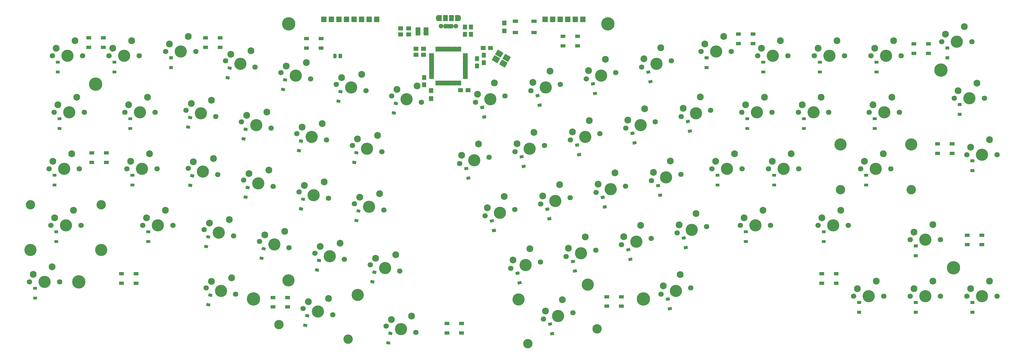
<source format=gbs>
G04 #@! TF.GenerationSoftware,KiCad,Pcbnew,(5.1.9)-1*
G04 #@! TF.CreationDate,2021-07-10T17:24:30+08:00*
G04 #@! TF.ProjectId,arisu,61726973-752e-46b6-9963-61645f706362,1.1*
G04 #@! TF.SameCoordinates,Original*
G04 #@! TF.FileFunction,Soldermask,Bot*
G04 #@! TF.FilePolarity,Negative*
%FSLAX46Y46*%
G04 Gerber Fmt 4.6, Leading zero omitted, Abs format (unit mm)*
G04 Created by KiCad (PCBNEW (5.1.9)-1) date 2021-07-10 17:24:30*
%MOMM*%
%LPD*%
G01*
G04 APERTURE LIST*
%ADD10C,2.302000*%
%ADD11C,4.102000*%
%ADD12C,1.802000*%
%ADD13C,3.152000*%
%ADD14C,4.502000*%
%ADD15C,1.552000*%
%ADD16O,1.302000X2.002000*%
%ADD17C,0.100000*%
G04 APERTURE END LIST*
D10*
X213847569Y-120874453D03*
X208164428Y-124679187D03*
D11*
X212419266Y-126371538D03*
D12*
X207450276Y-127427729D03*
X217388255Y-125315347D03*
D11*
X222346030Y-115837453D03*
X199066117Y-120785751D03*
D13*
X202234691Y-135692720D03*
X225514604Y-130744422D03*
D12*
X71470000Y-38720000D03*
X61310000Y-38720000D03*
D11*
X66390000Y-38720000D03*
D10*
X62580000Y-36180000D03*
X68930000Y-33640000D03*
D12*
X110498996Y-42496687D03*
X100561016Y-40384304D03*
D11*
X105530006Y-41440496D03*
D10*
X102331359Y-38163857D03*
X109070692Y-36999602D03*
G36*
G01*
X171239000Y-35663000D02*
X171789000Y-35663000D01*
G75*
G02*
X171840000Y-35714000I0J-51000D01*
G01*
X171840000Y-37214000D01*
G75*
G02*
X171789000Y-37265000I-51000J0D01*
G01*
X171239000Y-37265000D01*
G75*
G02*
X171188000Y-37214000I0J51000D01*
G01*
X171188000Y-35714000D01*
G75*
G02*
X171239000Y-35663000I51000J0D01*
G01*
G37*
G36*
G01*
X172039000Y-35663000D02*
X172589000Y-35663000D01*
G75*
G02*
X172640000Y-35714000I0J-51000D01*
G01*
X172640000Y-37214000D01*
G75*
G02*
X172589000Y-37265000I-51000J0D01*
G01*
X172039000Y-37265000D01*
G75*
G02*
X171988000Y-37214000I0J51000D01*
G01*
X171988000Y-35714000D01*
G75*
G02*
X172039000Y-35663000I51000J0D01*
G01*
G37*
G36*
G01*
X172839000Y-35663000D02*
X173389000Y-35663000D01*
G75*
G02*
X173440000Y-35714000I0J-51000D01*
G01*
X173440000Y-37214000D01*
G75*
G02*
X173389000Y-37265000I-51000J0D01*
G01*
X172839000Y-37265000D01*
G75*
G02*
X172788000Y-37214000I0J51000D01*
G01*
X172788000Y-35714000D01*
G75*
G02*
X172839000Y-35663000I51000J0D01*
G01*
G37*
G36*
G01*
X173639000Y-35663000D02*
X174189000Y-35663000D01*
G75*
G02*
X174240000Y-35714000I0J-51000D01*
G01*
X174240000Y-37214000D01*
G75*
G02*
X174189000Y-37265000I-51000J0D01*
G01*
X173639000Y-37265000D01*
G75*
G02*
X173588000Y-37214000I0J51000D01*
G01*
X173588000Y-35714000D01*
G75*
G02*
X173639000Y-35663000I51000J0D01*
G01*
G37*
G36*
G01*
X174439000Y-35663000D02*
X174989000Y-35663000D01*
G75*
G02*
X175040000Y-35714000I0J-51000D01*
G01*
X175040000Y-37214000D01*
G75*
G02*
X174989000Y-37265000I-51000J0D01*
G01*
X174439000Y-37265000D01*
G75*
G02*
X174388000Y-37214000I0J51000D01*
G01*
X174388000Y-35714000D01*
G75*
G02*
X174439000Y-35663000I51000J0D01*
G01*
G37*
G36*
G01*
X175239000Y-35663000D02*
X175789000Y-35663000D01*
G75*
G02*
X175840000Y-35714000I0J-51000D01*
G01*
X175840000Y-37214000D01*
G75*
G02*
X175789000Y-37265000I-51000J0D01*
G01*
X175239000Y-37265000D01*
G75*
G02*
X175188000Y-37214000I0J51000D01*
G01*
X175188000Y-35714000D01*
G75*
G02*
X175239000Y-35663000I51000J0D01*
G01*
G37*
G36*
G01*
X176039000Y-35663000D02*
X176589000Y-35663000D01*
G75*
G02*
X176640000Y-35714000I0J-51000D01*
G01*
X176640000Y-37214000D01*
G75*
G02*
X176589000Y-37265000I-51000J0D01*
G01*
X176039000Y-37265000D01*
G75*
G02*
X175988000Y-37214000I0J51000D01*
G01*
X175988000Y-35714000D01*
G75*
G02*
X176039000Y-35663000I51000J0D01*
G01*
G37*
G36*
G01*
X176839000Y-35663000D02*
X177389000Y-35663000D01*
G75*
G02*
X177440000Y-35714000I0J-51000D01*
G01*
X177440000Y-37214000D01*
G75*
G02*
X177389000Y-37265000I-51000J0D01*
G01*
X176839000Y-37265000D01*
G75*
G02*
X176788000Y-37214000I0J51000D01*
G01*
X176788000Y-35714000D01*
G75*
G02*
X176839000Y-35663000I51000J0D01*
G01*
G37*
G36*
G01*
X177639000Y-35663000D02*
X178189000Y-35663000D01*
G75*
G02*
X178240000Y-35714000I0J-51000D01*
G01*
X178240000Y-37214000D01*
G75*
G02*
X178189000Y-37265000I-51000J0D01*
G01*
X177639000Y-37265000D01*
G75*
G02*
X177588000Y-37214000I0J51000D01*
G01*
X177588000Y-35714000D01*
G75*
G02*
X177639000Y-35663000I51000J0D01*
G01*
G37*
G36*
G01*
X178439000Y-35663000D02*
X178989000Y-35663000D01*
G75*
G02*
X179040000Y-35714000I0J-51000D01*
G01*
X179040000Y-37214000D01*
G75*
G02*
X178989000Y-37265000I-51000J0D01*
G01*
X178439000Y-37265000D01*
G75*
G02*
X178388000Y-37214000I0J51000D01*
G01*
X178388000Y-35714000D01*
G75*
G02*
X178439000Y-35663000I51000J0D01*
G01*
G37*
G36*
G01*
X179239000Y-35663000D02*
X179789000Y-35663000D01*
G75*
G02*
X179840000Y-35714000I0J-51000D01*
G01*
X179840000Y-37214000D01*
G75*
G02*
X179789000Y-37265000I-51000J0D01*
G01*
X179239000Y-37265000D01*
G75*
G02*
X179188000Y-37214000I0J51000D01*
G01*
X179188000Y-35714000D01*
G75*
G02*
X179239000Y-35663000I51000J0D01*
G01*
G37*
G36*
G01*
X182015000Y-37889000D02*
X182015000Y-38439000D01*
G75*
G02*
X181964000Y-38490000I-51000J0D01*
G01*
X180464000Y-38490000D01*
G75*
G02*
X180413000Y-38439000I0J51000D01*
G01*
X180413000Y-37889000D01*
G75*
G02*
X180464000Y-37838000I51000J0D01*
G01*
X181964000Y-37838000D01*
G75*
G02*
X182015000Y-37889000I0J-51000D01*
G01*
G37*
G36*
G01*
X182015000Y-38689000D02*
X182015000Y-39239000D01*
G75*
G02*
X181964000Y-39290000I-51000J0D01*
G01*
X180464000Y-39290000D01*
G75*
G02*
X180413000Y-39239000I0J51000D01*
G01*
X180413000Y-38689000D01*
G75*
G02*
X180464000Y-38638000I51000J0D01*
G01*
X181964000Y-38638000D01*
G75*
G02*
X182015000Y-38689000I0J-51000D01*
G01*
G37*
G36*
G01*
X182015000Y-39489000D02*
X182015000Y-40039000D01*
G75*
G02*
X181964000Y-40090000I-51000J0D01*
G01*
X180464000Y-40090000D01*
G75*
G02*
X180413000Y-40039000I0J51000D01*
G01*
X180413000Y-39489000D01*
G75*
G02*
X180464000Y-39438000I51000J0D01*
G01*
X181964000Y-39438000D01*
G75*
G02*
X182015000Y-39489000I0J-51000D01*
G01*
G37*
G36*
G01*
X182015000Y-40289000D02*
X182015000Y-40839000D01*
G75*
G02*
X181964000Y-40890000I-51000J0D01*
G01*
X180464000Y-40890000D01*
G75*
G02*
X180413000Y-40839000I0J51000D01*
G01*
X180413000Y-40289000D01*
G75*
G02*
X180464000Y-40238000I51000J0D01*
G01*
X181964000Y-40238000D01*
G75*
G02*
X182015000Y-40289000I0J-51000D01*
G01*
G37*
G36*
G01*
X182015000Y-41089000D02*
X182015000Y-41639000D01*
G75*
G02*
X181964000Y-41690000I-51000J0D01*
G01*
X180464000Y-41690000D01*
G75*
G02*
X180413000Y-41639000I0J51000D01*
G01*
X180413000Y-41089000D01*
G75*
G02*
X180464000Y-41038000I51000J0D01*
G01*
X181964000Y-41038000D01*
G75*
G02*
X182015000Y-41089000I0J-51000D01*
G01*
G37*
G36*
G01*
X182015000Y-41889000D02*
X182015000Y-42439000D01*
G75*
G02*
X181964000Y-42490000I-51000J0D01*
G01*
X180464000Y-42490000D01*
G75*
G02*
X180413000Y-42439000I0J51000D01*
G01*
X180413000Y-41889000D01*
G75*
G02*
X180464000Y-41838000I51000J0D01*
G01*
X181964000Y-41838000D01*
G75*
G02*
X182015000Y-41889000I0J-51000D01*
G01*
G37*
G36*
G01*
X182015000Y-42689000D02*
X182015000Y-43239000D01*
G75*
G02*
X181964000Y-43290000I-51000J0D01*
G01*
X180464000Y-43290000D01*
G75*
G02*
X180413000Y-43239000I0J51000D01*
G01*
X180413000Y-42689000D01*
G75*
G02*
X180464000Y-42638000I51000J0D01*
G01*
X181964000Y-42638000D01*
G75*
G02*
X182015000Y-42689000I0J-51000D01*
G01*
G37*
G36*
G01*
X182015000Y-43489000D02*
X182015000Y-44039000D01*
G75*
G02*
X181964000Y-44090000I-51000J0D01*
G01*
X180464000Y-44090000D01*
G75*
G02*
X180413000Y-44039000I0J51000D01*
G01*
X180413000Y-43489000D01*
G75*
G02*
X180464000Y-43438000I51000J0D01*
G01*
X181964000Y-43438000D01*
G75*
G02*
X182015000Y-43489000I0J-51000D01*
G01*
G37*
G36*
G01*
X182015000Y-44289000D02*
X182015000Y-44839000D01*
G75*
G02*
X181964000Y-44890000I-51000J0D01*
G01*
X180464000Y-44890000D01*
G75*
G02*
X180413000Y-44839000I0J51000D01*
G01*
X180413000Y-44289000D01*
G75*
G02*
X180464000Y-44238000I51000J0D01*
G01*
X181964000Y-44238000D01*
G75*
G02*
X182015000Y-44289000I0J-51000D01*
G01*
G37*
G36*
G01*
X182015000Y-45089000D02*
X182015000Y-45639000D01*
G75*
G02*
X181964000Y-45690000I-51000J0D01*
G01*
X180464000Y-45690000D01*
G75*
G02*
X180413000Y-45639000I0J51000D01*
G01*
X180413000Y-45089000D01*
G75*
G02*
X180464000Y-45038000I51000J0D01*
G01*
X181964000Y-45038000D01*
G75*
G02*
X182015000Y-45089000I0J-51000D01*
G01*
G37*
G36*
G01*
X182015000Y-45889000D02*
X182015000Y-46439000D01*
G75*
G02*
X181964000Y-46490000I-51000J0D01*
G01*
X180464000Y-46490000D01*
G75*
G02*
X180413000Y-46439000I0J51000D01*
G01*
X180413000Y-45889000D01*
G75*
G02*
X180464000Y-45838000I51000J0D01*
G01*
X181964000Y-45838000D01*
G75*
G02*
X182015000Y-45889000I0J-51000D01*
G01*
G37*
G36*
G01*
X179239000Y-47063000D02*
X179789000Y-47063000D01*
G75*
G02*
X179840000Y-47114000I0J-51000D01*
G01*
X179840000Y-48614000D01*
G75*
G02*
X179789000Y-48665000I-51000J0D01*
G01*
X179239000Y-48665000D01*
G75*
G02*
X179188000Y-48614000I0J51000D01*
G01*
X179188000Y-47114000D01*
G75*
G02*
X179239000Y-47063000I51000J0D01*
G01*
G37*
G36*
G01*
X178439000Y-47063000D02*
X178989000Y-47063000D01*
G75*
G02*
X179040000Y-47114000I0J-51000D01*
G01*
X179040000Y-48614000D01*
G75*
G02*
X178989000Y-48665000I-51000J0D01*
G01*
X178439000Y-48665000D01*
G75*
G02*
X178388000Y-48614000I0J51000D01*
G01*
X178388000Y-47114000D01*
G75*
G02*
X178439000Y-47063000I51000J0D01*
G01*
G37*
G36*
G01*
X177639000Y-47063000D02*
X178189000Y-47063000D01*
G75*
G02*
X178240000Y-47114000I0J-51000D01*
G01*
X178240000Y-48614000D01*
G75*
G02*
X178189000Y-48665000I-51000J0D01*
G01*
X177639000Y-48665000D01*
G75*
G02*
X177588000Y-48614000I0J51000D01*
G01*
X177588000Y-47114000D01*
G75*
G02*
X177639000Y-47063000I51000J0D01*
G01*
G37*
G36*
G01*
X176839000Y-47063000D02*
X177389000Y-47063000D01*
G75*
G02*
X177440000Y-47114000I0J-51000D01*
G01*
X177440000Y-48614000D01*
G75*
G02*
X177389000Y-48665000I-51000J0D01*
G01*
X176839000Y-48665000D01*
G75*
G02*
X176788000Y-48614000I0J51000D01*
G01*
X176788000Y-47114000D01*
G75*
G02*
X176839000Y-47063000I51000J0D01*
G01*
G37*
G36*
G01*
X176039000Y-47063000D02*
X176589000Y-47063000D01*
G75*
G02*
X176640000Y-47114000I0J-51000D01*
G01*
X176640000Y-48614000D01*
G75*
G02*
X176589000Y-48665000I-51000J0D01*
G01*
X176039000Y-48665000D01*
G75*
G02*
X175988000Y-48614000I0J51000D01*
G01*
X175988000Y-47114000D01*
G75*
G02*
X176039000Y-47063000I51000J0D01*
G01*
G37*
G36*
G01*
X175239000Y-47063000D02*
X175789000Y-47063000D01*
G75*
G02*
X175840000Y-47114000I0J-51000D01*
G01*
X175840000Y-48614000D01*
G75*
G02*
X175789000Y-48665000I-51000J0D01*
G01*
X175239000Y-48665000D01*
G75*
G02*
X175188000Y-48614000I0J51000D01*
G01*
X175188000Y-47114000D01*
G75*
G02*
X175239000Y-47063000I51000J0D01*
G01*
G37*
G36*
G01*
X174439000Y-47063000D02*
X174989000Y-47063000D01*
G75*
G02*
X175040000Y-47114000I0J-51000D01*
G01*
X175040000Y-48614000D01*
G75*
G02*
X174989000Y-48665000I-51000J0D01*
G01*
X174439000Y-48665000D01*
G75*
G02*
X174388000Y-48614000I0J51000D01*
G01*
X174388000Y-47114000D01*
G75*
G02*
X174439000Y-47063000I51000J0D01*
G01*
G37*
G36*
G01*
X173639000Y-47063000D02*
X174189000Y-47063000D01*
G75*
G02*
X174240000Y-47114000I0J-51000D01*
G01*
X174240000Y-48614000D01*
G75*
G02*
X174189000Y-48665000I-51000J0D01*
G01*
X173639000Y-48665000D01*
G75*
G02*
X173588000Y-48614000I0J51000D01*
G01*
X173588000Y-47114000D01*
G75*
G02*
X173639000Y-47063000I51000J0D01*
G01*
G37*
G36*
G01*
X172839000Y-47063000D02*
X173389000Y-47063000D01*
G75*
G02*
X173440000Y-47114000I0J-51000D01*
G01*
X173440000Y-48614000D01*
G75*
G02*
X173389000Y-48665000I-51000J0D01*
G01*
X172839000Y-48665000D01*
G75*
G02*
X172788000Y-48614000I0J51000D01*
G01*
X172788000Y-47114000D01*
G75*
G02*
X172839000Y-47063000I51000J0D01*
G01*
G37*
G36*
G01*
X172039000Y-47063000D02*
X172589000Y-47063000D01*
G75*
G02*
X172640000Y-47114000I0J-51000D01*
G01*
X172640000Y-48614000D01*
G75*
G02*
X172589000Y-48665000I-51000J0D01*
G01*
X172039000Y-48665000D01*
G75*
G02*
X171988000Y-48614000I0J51000D01*
G01*
X171988000Y-47114000D01*
G75*
G02*
X172039000Y-47063000I51000J0D01*
G01*
G37*
G36*
G01*
X171239000Y-47063000D02*
X171789000Y-47063000D01*
G75*
G02*
X171840000Y-47114000I0J-51000D01*
G01*
X171840000Y-48614000D01*
G75*
G02*
X171789000Y-48665000I-51000J0D01*
G01*
X171239000Y-48665000D01*
G75*
G02*
X171188000Y-48614000I0J51000D01*
G01*
X171188000Y-47114000D01*
G75*
G02*
X171239000Y-47063000I51000J0D01*
G01*
G37*
G36*
G01*
X170615000Y-45889000D02*
X170615000Y-46439000D01*
G75*
G02*
X170564000Y-46490000I-51000J0D01*
G01*
X169064000Y-46490000D01*
G75*
G02*
X169013000Y-46439000I0J51000D01*
G01*
X169013000Y-45889000D01*
G75*
G02*
X169064000Y-45838000I51000J0D01*
G01*
X170564000Y-45838000D01*
G75*
G02*
X170615000Y-45889000I0J-51000D01*
G01*
G37*
G36*
G01*
X170615000Y-45089000D02*
X170615000Y-45639000D01*
G75*
G02*
X170564000Y-45690000I-51000J0D01*
G01*
X169064000Y-45690000D01*
G75*
G02*
X169013000Y-45639000I0J51000D01*
G01*
X169013000Y-45089000D01*
G75*
G02*
X169064000Y-45038000I51000J0D01*
G01*
X170564000Y-45038000D01*
G75*
G02*
X170615000Y-45089000I0J-51000D01*
G01*
G37*
G36*
G01*
X170615000Y-44289000D02*
X170615000Y-44839000D01*
G75*
G02*
X170564000Y-44890000I-51000J0D01*
G01*
X169064000Y-44890000D01*
G75*
G02*
X169013000Y-44839000I0J51000D01*
G01*
X169013000Y-44289000D01*
G75*
G02*
X169064000Y-44238000I51000J0D01*
G01*
X170564000Y-44238000D01*
G75*
G02*
X170615000Y-44289000I0J-51000D01*
G01*
G37*
G36*
G01*
X170615000Y-43489000D02*
X170615000Y-44039000D01*
G75*
G02*
X170564000Y-44090000I-51000J0D01*
G01*
X169064000Y-44090000D01*
G75*
G02*
X169013000Y-44039000I0J51000D01*
G01*
X169013000Y-43489000D01*
G75*
G02*
X169064000Y-43438000I51000J0D01*
G01*
X170564000Y-43438000D01*
G75*
G02*
X170615000Y-43489000I0J-51000D01*
G01*
G37*
G36*
G01*
X170615000Y-42689000D02*
X170615000Y-43239000D01*
G75*
G02*
X170564000Y-43290000I-51000J0D01*
G01*
X169064000Y-43290000D01*
G75*
G02*
X169013000Y-43239000I0J51000D01*
G01*
X169013000Y-42689000D01*
G75*
G02*
X169064000Y-42638000I51000J0D01*
G01*
X170564000Y-42638000D01*
G75*
G02*
X170615000Y-42689000I0J-51000D01*
G01*
G37*
G36*
G01*
X170615000Y-41889000D02*
X170615000Y-42439000D01*
G75*
G02*
X170564000Y-42490000I-51000J0D01*
G01*
X169064000Y-42490000D01*
G75*
G02*
X169013000Y-42439000I0J51000D01*
G01*
X169013000Y-41889000D01*
G75*
G02*
X169064000Y-41838000I51000J0D01*
G01*
X170564000Y-41838000D01*
G75*
G02*
X170615000Y-41889000I0J-51000D01*
G01*
G37*
G36*
G01*
X170615000Y-41089000D02*
X170615000Y-41639000D01*
G75*
G02*
X170564000Y-41690000I-51000J0D01*
G01*
X169064000Y-41690000D01*
G75*
G02*
X169013000Y-41639000I0J51000D01*
G01*
X169013000Y-41089000D01*
G75*
G02*
X169064000Y-41038000I51000J0D01*
G01*
X170564000Y-41038000D01*
G75*
G02*
X170615000Y-41089000I0J-51000D01*
G01*
G37*
G36*
G01*
X170615000Y-40289000D02*
X170615000Y-40839000D01*
G75*
G02*
X170564000Y-40890000I-51000J0D01*
G01*
X169064000Y-40890000D01*
G75*
G02*
X169013000Y-40839000I0J51000D01*
G01*
X169013000Y-40289000D01*
G75*
G02*
X169064000Y-40238000I51000J0D01*
G01*
X170564000Y-40238000D01*
G75*
G02*
X170615000Y-40289000I0J-51000D01*
G01*
G37*
G36*
G01*
X170615000Y-39489000D02*
X170615000Y-40039000D01*
G75*
G02*
X170564000Y-40090000I-51000J0D01*
G01*
X169064000Y-40090000D01*
G75*
G02*
X169013000Y-40039000I0J51000D01*
G01*
X169013000Y-39489000D01*
G75*
G02*
X169064000Y-39438000I51000J0D01*
G01*
X170564000Y-39438000D01*
G75*
G02*
X170615000Y-39489000I0J-51000D01*
G01*
G37*
G36*
G01*
X170615000Y-38689000D02*
X170615000Y-39239000D01*
G75*
G02*
X170564000Y-39290000I-51000J0D01*
G01*
X169064000Y-39290000D01*
G75*
G02*
X169013000Y-39239000I0J51000D01*
G01*
X169013000Y-38689000D01*
G75*
G02*
X169064000Y-38638000I51000J0D01*
G01*
X170564000Y-38638000D01*
G75*
G02*
X170615000Y-38689000I0J-51000D01*
G01*
G37*
G36*
G01*
X170615000Y-37889000D02*
X170615000Y-38439000D01*
G75*
G02*
X170564000Y-38490000I-51000J0D01*
G01*
X169064000Y-38490000D01*
G75*
G02*
X169013000Y-38439000I0J51000D01*
G01*
X169013000Y-37889000D01*
G75*
G02*
X169064000Y-37838000I51000J0D01*
G01*
X170564000Y-37838000D01*
G75*
G02*
X170615000Y-37889000I0J-51000D01*
G01*
G37*
G36*
G01*
X174249000Y-132600000D02*
X174249000Y-131600000D01*
G75*
G02*
X174300000Y-131549000I51000J0D01*
G01*
X175800000Y-131549000D01*
G75*
G02*
X175851000Y-131600000I0J-51000D01*
G01*
X175851000Y-132600000D01*
G75*
G02*
X175800000Y-132651000I-51000J0D01*
G01*
X174300000Y-132651000D01*
G75*
G02*
X174249000Y-132600000I0J51000D01*
G01*
G37*
G36*
G01*
X174249000Y-129400000D02*
X174249000Y-128400000D01*
G75*
G02*
X174300000Y-128349000I51000J0D01*
G01*
X175800000Y-128349000D01*
G75*
G02*
X175851000Y-128400000I0J-51000D01*
G01*
X175851000Y-129400000D01*
G75*
G02*
X175800000Y-129451000I-51000J0D01*
G01*
X174300000Y-129451000D01*
G75*
G02*
X174249000Y-129400000I0J51000D01*
G01*
G37*
G36*
G01*
X179149000Y-132600000D02*
X179149000Y-131600000D01*
G75*
G02*
X179200000Y-131549000I51000J0D01*
G01*
X180700000Y-131549000D01*
G75*
G02*
X180751000Y-131600000I0J-51000D01*
G01*
X180751000Y-132600000D01*
G75*
G02*
X180700000Y-132651000I-51000J0D01*
G01*
X179200000Y-132651000D01*
G75*
G02*
X179149000Y-132600000I0J51000D01*
G01*
G37*
G36*
G01*
X179149000Y-129400000D02*
X179149000Y-128400000D01*
G75*
G02*
X179200000Y-128349000I51000J0D01*
G01*
X180700000Y-128349000D01*
G75*
G02*
X180751000Y-128400000I0J-51000D01*
G01*
X180751000Y-129400000D01*
G75*
G02*
X180700000Y-129451000I-51000J0D01*
G01*
X179200000Y-129451000D01*
G75*
G02*
X179149000Y-129400000I0J51000D01*
G01*
G37*
D12*
X129132707Y-46457405D03*
X119194727Y-44345022D03*
D11*
X124163717Y-45401214D03*
D10*
X120965070Y-42124575D03*
X127704403Y-40960320D03*
G36*
G01*
X137901000Y-38273876D02*
X137901000Y-39226124D01*
G75*
G02*
X137626124Y-39501000I-274876J0D01*
G01*
X137048876Y-39501000D01*
G75*
G02*
X136774000Y-39226124I0J274876D01*
G01*
X136774000Y-38273876D01*
G75*
G02*
X137048876Y-37999000I274876J0D01*
G01*
X137626124Y-37999000D01*
G75*
G02*
X137901000Y-38273876I0J-274876D01*
G01*
G37*
G36*
G01*
X139726000Y-38273876D02*
X139726000Y-39226124D01*
G75*
G02*
X139451124Y-39501000I-274876J0D01*
G01*
X138873876Y-39501000D01*
G75*
G02*
X138599000Y-39226124I0J274876D01*
G01*
X138599000Y-38273876D01*
G75*
G02*
X138873876Y-37999000I274876J0D01*
G01*
X139451124Y-37999000D01*
G75*
G02*
X139726000Y-38273876I0J-274876D01*
G01*
G37*
G36*
G01*
X213249000Y-35850000D02*
X213249000Y-34850000D01*
G75*
G02*
X213300000Y-34799000I51000J0D01*
G01*
X214800000Y-34799000D01*
G75*
G02*
X214851000Y-34850000I0J-51000D01*
G01*
X214851000Y-35850000D01*
G75*
G02*
X214800000Y-35901000I-51000J0D01*
G01*
X213300000Y-35901000D01*
G75*
G02*
X213249000Y-35850000I0J51000D01*
G01*
G37*
G36*
G01*
X213249000Y-32650000D02*
X213249000Y-31650000D01*
G75*
G02*
X213300000Y-31599000I51000J0D01*
G01*
X214800000Y-31599000D01*
G75*
G02*
X214851000Y-31650000I0J-51000D01*
G01*
X214851000Y-32650000D01*
G75*
G02*
X214800000Y-32701000I-51000J0D01*
G01*
X213300000Y-32701000D01*
G75*
G02*
X213249000Y-32650000I0J51000D01*
G01*
G37*
G36*
G01*
X218149000Y-35850000D02*
X218149000Y-34850000D01*
G75*
G02*
X218200000Y-34799000I51000J0D01*
G01*
X219700000Y-34799000D01*
G75*
G02*
X219751000Y-34850000I0J-51000D01*
G01*
X219751000Y-35850000D01*
G75*
G02*
X219700000Y-35901000I-51000J0D01*
G01*
X218200000Y-35901000D01*
G75*
G02*
X218149000Y-35850000I0J51000D01*
G01*
G37*
G36*
G01*
X218149000Y-32650000D02*
X218149000Y-31650000D01*
G75*
G02*
X218200000Y-31599000I51000J0D01*
G01*
X219700000Y-31599000D01*
G75*
G02*
X219751000Y-31650000I0J-51000D01*
G01*
X219751000Y-32650000D01*
G75*
G02*
X219700000Y-32701000I-51000J0D01*
G01*
X218200000Y-32701000D01*
G75*
G02*
X218149000Y-32650000I0J51000D01*
G01*
G37*
G36*
G01*
X349249000Y-102850000D02*
X349249000Y-101850000D01*
G75*
G02*
X349300000Y-101799000I51000J0D01*
G01*
X350800000Y-101799000D01*
G75*
G02*
X350851000Y-101850000I0J-51000D01*
G01*
X350851000Y-102850000D01*
G75*
G02*
X350800000Y-102901000I-51000J0D01*
G01*
X349300000Y-102901000D01*
G75*
G02*
X349249000Y-102850000I0J51000D01*
G01*
G37*
G36*
G01*
X349249000Y-99650000D02*
X349249000Y-98650000D01*
G75*
G02*
X349300000Y-98599000I51000J0D01*
G01*
X350800000Y-98599000D01*
G75*
G02*
X350851000Y-98650000I0J-51000D01*
G01*
X350851000Y-99650000D01*
G75*
G02*
X350800000Y-99701000I-51000J0D01*
G01*
X349300000Y-99701000D01*
G75*
G02*
X349249000Y-99650000I0J51000D01*
G01*
G37*
G36*
G01*
X354149000Y-102850000D02*
X354149000Y-101850000D01*
G75*
G02*
X354200000Y-101799000I51000J0D01*
G01*
X355700000Y-101799000D01*
G75*
G02*
X355751000Y-101850000I0J-51000D01*
G01*
X355751000Y-102850000D01*
G75*
G02*
X355700000Y-102901000I-51000J0D01*
G01*
X354200000Y-102901000D01*
G75*
G02*
X354149000Y-102850000I0J51000D01*
G01*
G37*
G36*
G01*
X354149000Y-99650000D02*
X354149000Y-98650000D01*
G75*
G02*
X354200000Y-98599000I51000J0D01*
G01*
X355700000Y-98599000D01*
G75*
G02*
X355751000Y-98650000I0J-51000D01*
G01*
X355751000Y-99650000D01*
G75*
G02*
X355700000Y-99701000I-51000J0D01*
G01*
X354200000Y-99701000D01*
G75*
G02*
X354149000Y-99650000I0J51000D01*
G01*
G37*
G36*
G01*
X232899000Y-120400000D02*
X232899000Y-119400000D01*
G75*
G02*
X232950000Y-119349000I51000J0D01*
G01*
X234450000Y-119349000D01*
G75*
G02*
X234501000Y-119400000I0J-51000D01*
G01*
X234501000Y-120400000D01*
G75*
G02*
X234450000Y-120451000I-51000J0D01*
G01*
X232950000Y-120451000D01*
G75*
G02*
X232899000Y-120400000I0J51000D01*
G01*
G37*
G36*
G01*
X232899000Y-123600000D02*
X232899000Y-122600000D01*
G75*
G02*
X232950000Y-122549000I51000J0D01*
G01*
X234450000Y-122549000D01*
G75*
G02*
X234501000Y-122600000I0J-51000D01*
G01*
X234501000Y-123600000D01*
G75*
G02*
X234450000Y-123651000I-51000J0D01*
G01*
X232950000Y-123651000D01*
G75*
G02*
X232899000Y-123600000I0J51000D01*
G01*
G37*
G36*
G01*
X227999000Y-120400000D02*
X227999000Y-119400000D01*
G75*
G02*
X228050000Y-119349000I51000J0D01*
G01*
X229550000Y-119349000D01*
G75*
G02*
X229601000Y-119400000I0J-51000D01*
G01*
X229601000Y-120400000D01*
G75*
G02*
X229550000Y-120451000I-51000J0D01*
G01*
X228050000Y-120451000D01*
G75*
G02*
X227999000Y-120400000I0J51000D01*
G01*
G37*
G36*
G01*
X227999000Y-123600000D02*
X227999000Y-122600000D01*
G75*
G02*
X228050000Y-122549000I51000J0D01*
G01*
X229550000Y-122549000D01*
G75*
G02*
X229601000Y-122600000I0J-51000D01*
G01*
X229601000Y-123600000D01*
G75*
G02*
X229550000Y-123651000I-51000J0D01*
G01*
X228050000Y-123651000D01*
G75*
G02*
X227999000Y-123600000I0J51000D01*
G01*
G37*
G36*
G01*
X61251000Y-70900000D02*
X61251000Y-71900000D01*
G75*
G02*
X61200000Y-71951000I-51000J0D01*
G01*
X59700000Y-71951000D01*
G75*
G02*
X59649000Y-71900000I0J51000D01*
G01*
X59649000Y-70900000D01*
G75*
G02*
X59700000Y-70849000I51000J0D01*
G01*
X61200000Y-70849000D01*
G75*
G02*
X61251000Y-70900000I0J-51000D01*
G01*
G37*
G36*
G01*
X61251000Y-74100000D02*
X61251000Y-75100000D01*
G75*
G02*
X61200000Y-75151000I-51000J0D01*
G01*
X59700000Y-75151000D01*
G75*
G02*
X59649000Y-75100000I0J51000D01*
G01*
X59649000Y-74100000D01*
G75*
G02*
X59700000Y-74049000I51000J0D01*
G01*
X61200000Y-74049000D01*
G75*
G02*
X61251000Y-74100000I0J-51000D01*
G01*
G37*
G36*
G01*
X56351000Y-70900000D02*
X56351000Y-71900000D01*
G75*
G02*
X56300000Y-71951000I-51000J0D01*
G01*
X54800000Y-71951000D01*
G75*
G02*
X54749000Y-71900000I0J51000D01*
G01*
X54749000Y-70900000D01*
G75*
G02*
X54800000Y-70849000I51000J0D01*
G01*
X56300000Y-70849000D01*
G75*
G02*
X56351000Y-70900000I0J-51000D01*
G01*
G37*
G36*
G01*
X56351000Y-74100000D02*
X56351000Y-75100000D01*
G75*
G02*
X56300000Y-75151000I-51000J0D01*
G01*
X54800000Y-75151000D01*
G75*
G02*
X54749000Y-75100000I0J51000D01*
G01*
X54749000Y-74100000D01*
G75*
G02*
X54800000Y-74049000I51000J0D01*
G01*
X56300000Y-74049000D01*
G75*
G02*
X56351000Y-74100000I0J-51000D01*
G01*
G37*
G36*
G01*
X277149000Y-31900000D02*
X277149000Y-30900000D01*
G75*
G02*
X277200000Y-30849000I51000J0D01*
G01*
X278700000Y-30849000D01*
G75*
G02*
X278751000Y-30900000I0J-51000D01*
G01*
X278751000Y-31900000D01*
G75*
G02*
X278700000Y-31951000I-51000J0D01*
G01*
X277200000Y-31951000D01*
G75*
G02*
X277149000Y-31900000I0J51000D01*
G01*
G37*
G36*
G01*
X277149000Y-35100000D02*
X277149000Y-34100000D01*
G75*
G02*
X277200000Y-34049000I51000J0D01*
G01*
X278700000Y-34049000D01*
G75*
G02*
X278751000Y-34100000I0J-51000D01*
G01*
X278751000Y-35100000D01*
G75*
G02*
X278700000Y-35151000I-51000J0D01*
G01*
X277200000Y-35151000D01*
G75*
G02*
X277149000Y-35100000I0J51000D01*
G01*
G37*
G36*
G01*
X272249000Y-31900000D02*
X272249000Y-30900000D01*
G75*
G02*
X272300000Y-30849000I51000J0D01*
G01*
X273800000Y-30849000D01*
G75*
G02*
X273851000Y-30900000I0J-51000D01*
G01*
X273851000Y-31900000D01*
G75*
G02*
X273800000Y-31951000I-51000J0D01*
G01*
X272300000Y-31951000D01*
G75*
G02*
X272249000Y-31900000I0J51000D01*
G01*
G37*
G36*
G01*
X272249000Y-35100000D02*
X272249000Y-34100000D01*
G75*
G02*
X272300000Y-34049000I51000J0D01*
G01*
X273800000Y-34049000D01*
G75*
G02*
X273851000Y-34100000I0J-51000D01*
G01*
X273851000Y-35100000D01*
G75*
G02*
X273800000Y-35151000I-51000J0D01*
G01*
X272300000Y-35151000D01*
G75*
G02*
X272249000Y-35100000I0J51000D01*
G01*
G37*
G36*
G01*
X53749000Y-36350000D02*
X53749000Y-35350000D01*
G75*
G02*
X53800000Y-35299000I51000J0D01*
G01*
X55300000Y-35299000D01*
G75*
G02*
X55351000Y-35350000I0J-51000D01*
G01*
X55351000Y-36350000D01*
G75*
G02*
X55300000Y-36401000I-51000J0D01*
G01*
X53800000Y-36401000D01*
G75*
G02*
X53749000Y-36350000I0J51000D01*
G01*
G37*
G36*
G01*
X53749000Y-33150000D02*
X53749000Y-32150000D01*
G75*
G02*
X53800000Y-32099000I51000J0D01*
G01*
X55300000Y-32099000D01*
G75*
G02*
X55351000Y-32150000I0J-51000D01*
G01*
X55351000Y-33150000D01*
G75*
G02*
X55300000Y-33201000I-51000J0D01*
G01*
X53800000Y-33201000D01*
G75*
G02*
X53749000Y-33150000I0J51000D01*
G01*
G37*
G36*
G01*
X58649000Y-36350000D02*
X58649000Y-35350000D01*
G75*
G02*
X58700000Y-35299000I51000J0D01*
G01*
X60200000Y-35299000D01*
G75*
G02*
X60251000Y-35350000I0J-51000D01*
G01*
X60251000Y-36350000D01*
G75*
G02*
X60200000Y-36401000I-51000J0D01*
G01*
X58700000Y-36401000D01*
G75*
G02*
X58649000Y-36350000I0J51000D01*
G01*
G37*
G36*
G01*
X58649000Y-33150000D02*
X58649000Y-32150000D01*
G75*
G02*
X58700000Y-32099000I51000J0D01*
G01*
X60200000Y-32099000D01*
G75*
G02*
X60251000Y-32150000I0J-51000D01*
G01*
X60251000Y-33150000D01*
G75*
G02*
X60200000Y-33201000I-51000J0D01*
G01*
X58700000Y-33201000D01*
G75*
G02*
X58649000Y-33150000I0J51000D01*
G01*
G37*
G36*
G01*
X336149000Y-35150000D02*
X336149000Y-34150000D01*
G75*
G02*
X336200000Y-34099000I51000J0D01*
G01*
X337700000Y-34099000D01*
G75*
G02*
X337751000Y-34150000I0J-51000D01*
G01*
X337751000Y-35150000D01*
G75*
G02*
X337700000Y-35201000I-51000J0D01*
G01*
X336200000Y-35201000D01*
G75*
G02*
X336149000Y-35150000I0J51000D01*
G01*
G37*
G36*
G01*
X336149000Y-38350000D02*
X336149000Y-37350000D01*
G75*
G02*
X336200000Y-37299000I51000J0D01*
G01*
X337700000Y-37299000D01*
G75*
G02*
X337751000Y-37350000I0J-51000D01*
G01*
X337751000Y-38350000D01*
G75*
G02*
X337700000Y-38401000I-51000J0D01*
G01*
X336200000Y-38401000D01*
G75*
G02*
X336149000Y-38350000I0J51000D01*
G01*
G37*
G36*
G01*
X331249000Y-35150000D02*
X331249000Y-34150000D01*
G75*
G02*
X331300000Y-34099000I51000J0D01*
G01*
X332800000Y-34099000D01*
G75*
G02*
X332851000Y-34150000I0J-51000D01*
G01*
X332851000Y-35150000D01*
G75*
G02*
X332800000Y-35201000I-51000J0D01*
G01*
X331300000Y-35201000D01*
G75*
G02*
X331249000Y-35150000I0J51000D01*
G01*
G37*
G36*
G01*
X331249000Y-38350000D02*
X331249000Y-37350000D01*
G75*
G02*
X331300000Y-37299000I51000J0D01*
G01*
X332800000Y-37299000D01*
G75*
G02*
X332851000Y-37350000I0J-51000D01*
G01*
X332851000Y-38350000D01*
G75*
G02*
X332800000Y-38401000I-51000J0D01*
G01*
X331300000Y-38401000D01*
G75*
G02*
X331249000Y-38350000I0J51000D01*
G01*
G37*
G36*
G01*
X115749000Y-123850000D02*
X115749000Y-122850000D01*
G75*
G02*
X115800000Y-122799000I51000J0D01*
G01*
X117300000Y-122799000D01*
G75*
G02*
X117351000Y-122850000I0J-51000D01*
G01*
X117351000Y-123850000D01*
G75*
G02*
X117300000Y-123901000I-51000J0D01*
G01*
X115800000Y-123901000D01*
G75*
G02*
X115749000Y-123850000I0J51000D01*
G01*
G37*
G36*
G01*
X115749000Y-120650000D02*
X115749000Y-119650000D01*
G75*
G02*
X115800000Y-119599000I51000J0D01*
G01*
X117300000Y-119599000D01*
G75*
G02*
X117351000Y-119650000I0J-51000D01*
G01*
X117351000Y-120650000D01*
G75*
G02*
X117300000Y-120701000I-51000J0D01*
G01*
X115800000Y-120701000D01*
G75*
G02*
X115749000Y-120650000I0J51000D01*
G01*
G37*
G36*
G01*
X120649000Y-123850000D02*
X120649000Y-122850000D01*
G75*
G02*
X120700000Y-122799000I51000J0D01*
G01*
X122200000Y-122799000D01*
G75*
G02*
X122251000Y-122850000I0J-51000D01*
G01*
X122251000Y-123850000D01*
G75*
G02*
X122200000Y-123901000I-51000J0D01*
G01*
X120700000Y-123901000D01*
G75*
G02*
X120649000Y-123850000I0J51000D01*
G01*
G37*
G36*
G01*
X120649000Y-120650000D02*
X120649000Y-119650000D01*
G75*
G02*
X120700000Y-119599000I51000J0D01*
G01*
X122200000Y-119599000D01*
G75*
G02*
X122251000Y-119650000I0J-51000D01*
G01*
X122251000Y-120650000D01*
G75*
G02*
X122200000Y-120701000I-51000J0D01*
G01*
X120700000Y-120701000D01*
G75*
G02*
X120649000Y-120650000I0J51000D01*
G01*
G37*
G36*
G01*
X97899000Y-33150000D02*
X97899000Y-32150000D01*
G75*
G02*
X97950000Y-32099000I51000J0D01*
G01*
X99450000Y-32099000D01*
G75*
G02*
X99501000Y-32150000I0J-51000D01*
G01*
X99501000Y-33150000D01*
G75*
G02*
X99450000Y-33201000I-51000J0D01*
G01*
X97950000Y-33201000D01*
G75*
G02*
X97899000Y-33150000I0J51000D01*
G01*
G37*
G36*
G01*
X97899000Y-36350000D02*
X97899000Y-35350000D01*
G75*
G02*
X97950000Y-35299000I51000J0D01*
G01*
X99450000Y-35299000D01*
G75*
G02*
X99501000Y-35350000I0J-51000D01*
G01*
X99501000Y-36350000D01*
G75*
G02*
X99450000Y-36401000I-51000J0D01*
G01*
X97950000Y-36401000D01*
G75*
G02*
X97899000Y-36350000I0J51000D01*
G01*
G37*
G36*
G01*
X92999000Y-33150000D02*
X92999000Y-32150000D01*
G75*
G02*
X93050000Y-32099000I51000J0D01*
G01*
X94550000Y-32099000D01*
G75*
G02*
X94601000Y-32150000I0J-51000D01*
G01*
X94601000Y-33150000D01*
G75*
G02*
X94550000Y-33201000I-51000J0D01*
G01*
X93050000Y-33201000D01*
G75*
G02*
X92999000Y-33150000I0J51000D01*
G01*
G37*
G36*
G01*
X92999000Y-36350000D02*
X92999000Y-35350000D01*
G75*
G02*
X93050000Y-35299000I51000J0D01*
G01*
X94550000Y-35299000D01*
G75*
G02*
X94601000Y-35350000I0J-51000D01*
G01*
X94601000Y-36350000D01*
G75*
G02*
X94550000Y-36401000I-51000J0D01*
G01*
X93050000Y-36401000D01*
G75*
G02*
X92999000Y-36350000I0J51000D01*
G01*
G37*
G36*
G01*
X339249000Y-72100000D02*
X339249000Y-71100000D01*
G75*
G02*
X339300000Y-71049000I51000J0D01*
G01*
X340800000Y-71049000D01*
G75*
G02*
X340851000Y-71100000I0J-51000D01*
G01*
X340851000Y-72100000D01*
G75*
G02*
X340800000Y-72151000I-51000J0D01*
G01*
X339300000Y-72151000D01*
G75*
G02*
X339249000Y-72100000I0J51000D01*
G01*
G37*
G36*
G01*
X339249000Y-68900000D02*
X339249000Y-67900000D01*
G75*
G02*
X339300000Y-67849000I51000J0D01*
G01*
X340800000Y-67849000D01*
G75*
G02*
X340851000Y-67900000I0J-51000D01*
G01*
X340851000Y-68900000D01*
G75*
G02*
X340800000Y-68951000I-51000J0D01*
G01*
X339300000Y-68951000D01*
G75*
G02*
X339249000Y-68900000I0J51000D01*
G01*
G37*
G36*
G01*
X344149000Y-72100000D02*
X344149000Y-71100000D01*
G75*
G02*
X344200000Y-71049000I51000J0D01*
G01*
X345700000Y-71049000D01*
G75*
G02*
X345751000Y-71100000I0J-51000D01*
G01*
X345751000Y-72100000D01*
G75*
G02*
X345700000Y-72151000I-51000J0D01*
G01*
X344200000Y-72151000D01*
G75*
G02*
X344149000Y-72100000I0J51000D01*
G01*
G37*
G36*
G01*
X344149000Y-68900000D02*
X344149000Y-67900000D01*
G75*
G02*
X344200000Y-67849000I51000J0D01*
G01*
X345700000Y-67849000D01*
G75*
G02*
X345751000Y-67900000I0J-51000D01*
G01*
X345751000Y-68900000D01*
G75*
G02*
X345700000Y-68951000I-51000J0D01*
G01*
X344200000Y-68951000D01*
G75*
G02*
X344149000Y-68900000I0J51000D01*
G01*
G37*
G36*
G01*
X300249000Y-115850000D02*
X300249000Y-114850000D01*
G75*
G02*
X300300000Y-114799000I51000J0D01*
G01*
X301800000Y-114799000D01*
G75*
G02*
X301851000Y-114850000I0J-51000D01*
G01*
X301851000Y-115850000D01*
G75*
G02*
X301800000Y-115901000I-51000J0D01*
G01*
X300300000Y-115901000D01*
G75*
G02*
X300249000Y-115850000I0J51000D01*
G01*
G37*
G36*
G01*
X300249000Y-112650000D02*
X300249000Y-111650000D01*
G75*
G02*
X300300000Y-111599000I51000J0D01*
G01*
X301800000Y-111599000D01*
G75*
G02*
X301851000Y-111650000I0J-51000D01*
G01*
X301851000Y-112650000D01*
G75*
G02*
X301800000Y-112701000I-51000J0D01*
G01*
X300300000Y-112701000D01*
G75*
G02*
X300249000Y-112650000I0J51000D01*
G01*
G37*
G36*
G01*
X305149000Y-115850000D02*
X305149000Y-114850000D01*
G75*
G02*
X305200000Y-114799000I51000J0D01*
G01*
X306700000Y-114799000D01*
G75*
G02*
X306751000Y-114850000I0J-51000D01*
G01*
X306751000Y-115850000D01*
G75*
G02*
X306700000Y-115901000I-51000J0D01*
G01*
X305200000Y-115901000D01*
G75*
G02*
X305149000Y-115850000I0J51000D01*
G01*
G37*
G36*
G01*
X305149000Y-112650000D02*
X305149000Y-111650000D01*
G75*
G02*
X305200000Y-111599000I51000J0D01*
G01*
X306700000Y-111599000D01*
G75*
G02*
X306751000Y-111650000I0J-51000D01*
G01*
X306751000Y-112650000D01*
G75*
G02*
X306700000Y-112701000I-51000J0D01*
G01*
X305200000Y-112701000D01*
G75*
G02*
X305149000Y-112650000I0J51000D01*
G01*
G37*
G36*
G01*
X69649000Y-112650000D02*
X69649000Y-111650000D01*
G75*
G02*
X69700000Y-111599000I51000J0D01*
G01*
X71200000Y-111599000D01*
G75*
G02*
X71251000Y-111650000I0J-51000D01*
G01*
X71251000Y-112650000D01*
G75*
G02*
X71200000Y-112701000I-51000J0D01*
G01*
X69700000Y-112701000D01*
G75*
G02*
X69649000Y-112650000I0J51000D01*
G01*
G37*
G36*
G01*
X69649000Y-115850000D02*
X69649000Y-114850000D01*
G75*
G02*
X69700000Y-114799000I51000J0D01*
G01*
X71200000Y-114799000D01*
G75*
G02*
X71251000Y-114850000I0J-51000D01*
G01*
X71251000Y-115850000D01*
G75*
G02*
X71200000Y-115901000I-51000J0D01*
G01*
X69700000Y-115901000D01*
G75*
G02*
X69649000Y-115850000I0J51000D01*
G01*
G37*
G36*
G01*
X64749000Y-112650000D02*
X64749000Y-111650000D01*
G75*
G02*
X64800000Y-111599000I51000J0D01*
G01*
X66300000Y-111599000D01*
G75*
G02*
X66351000Y-111650000I0J-51000D01*
G01*
X66351000Y-112650000D01*
G75*
G02*
X66300000Y-112701000I-51000J0D01*
G01*
X64800000Y-112701000D01*
G75*
G02*
X64749000Y-112650000I0J51000D01*
G01*
G37*
G36*
G01*
X64749000Y-115850000D02*
X64749000Y-114850000D01*
G75*
G02*
X64800000Y-114799000I51000J0D01*
G01*
X66300000Y-114799000D01*
G75*
G02*
X66351000Y-114850000I0J-51000D01*
G01*
X66351000Y-115850000D01*
G75*
G02*
X66300000Y-115901000I-51000J0D01*
G01*
X64800000Y-115901000D01*
G75*
G02*
X64749000Y-115850000I0J51000D01*
G01*
G37*
G36*
G01*
X131899000Y-33400000D02*
X131899000Y-32400000D01*
G75*
G02*
X131950000Y-32349000I51000J0D01*
G01*
X133450000Y-32349000D01*
G75*
G02*
X133501000Y-32400000I0J-51000D01*
G01*
X133501000Y-33400000D01*
G75*
G02*
X133450000Y-33451000I-51000J0D01*
G01*
X131950000Y-33451000D01*
G75*
G02*
X131899000Y-33400000I0J51000D01*
G01*
G37*
G36*
G01*
X131899000Y-36600000D02*
X131899000Y-35600000D01*
G75*
G02*
X131950000Y-35549000I51000J0D01*
G01*
X133450000Y-35549000D01*
G75*
G02*
X133501000Y-35600000I0J-51000D01*
G01*
X133501000Y-36600000D01*
G75*
G02*
X133450000Y-36651000I-51000J0D01*
G01*
X131950000Y-36651000D01*
G75*
G02*
X131899000Y-36600000I0J51000D01*
G01*
G37*
G36*
G01*
X126999000Y-33400000D02*
X126999000Y-32400000D01*
G75*
G02*
X127050000Y-32349000I51000J0D01*
G01*
X128550000Y-32349000D01*
G75*
G02*
X128601000Y-32400000I0J-51000D01*
G01*
X128601000Y-33400000D01*
G75*
G02*
X128550000Y-33451000I-51000J0D01*
G01*
X127050000Y-33451000D01*
G75*
G02*
X126999000Y-33400000I0J51000D01*
G01*
G37*
G36*
G01*
X126999000Y-36600000D02*
X126999000Y-35600000D01*
G75*
G02*
X127050000Y-35549000I51000J0D01*
G01*
X128550000Y-35549000D01*
G75*
G02*
X128601000Y-35600000I0J-51000D01*
G01*
X128601000Y-36600000D01*
G75*
G02*
X128550000Y-36651000I-51000J0D01*
G01*
X127050000Y-36651000D01*
G75*
G02*
X126999000Y-36600000I0J51000D01*
G01*
G37*
X321796250Y-71740000D03*
X315446250Y-74280000D03*
D11*
X319256250Y-76820000D03*
D12*
X314176250Y-76820000D03*
X324336250Y-76820000D03*
D11*
X331156250Y-68580000D03*
X307356250Y-68580000D03*
D13*
X307356250Y-83820000D03*
X331156250Y-83820000D03*
D10*
X135153475Y-120446047D03*
X128414142Y-121610303D03*
D11*
X131612789Y-124886942D03*
D12*
X126643799Y-123830750D03*
X136581779Y-125943133D03*
D11*
X144965938Y-119301154D03*
X121686025Y-114352856D03*
D13*
X118517451Y-129259826D03*
X141797364Y-134208124D03*
D10*
X49383750Y-90790000D03*
X43033750Y-93330000D03*
D11*
X46843750Y-95870000D03*
D12*
X41763750Y-95870000D03*
X51923750Y-95870000D03*
D11*
X58743750Y-104110000D03*
X34943750Y-104110000D03*
D13*
X34943750Y-88870000D03*
X58743750Y-88870000D03*
D10*
X48796250Y-71740000D03*
X42446250Y-74280000D03*
D11*
X46256250Y-76820000D03*
D12*
X41176250Y-76820000D03*
X51336250Y-76820000D03*
D10*
X307508769Y-90789998D03*
X301158769Y-93329998D03*
D11*
X304968769Y-95869998D03*
D12*
X299888769Y-95869998D03*
X310048769Y-95869998D03*
D10*
X50480000Y-52690000D03*
X44130000Y-55230000D03*
D11*
X47940000Y-57770000D03*
D12*
X42860000Y-57770000D03*
X53020000Y-57770000D03*
D10*
X42250000Y-109840000D03*
X35900000Y-112380000D03*
D11*
X39710000Y-114920000D03*
D12*
X34630000Y-114920000D03*
X44790000Y-114920000D03*
D10*
X102544484Y-113514795D03*
X95805151Y-114679051D03*
D11*
X99003798Y-117955689D03*
D12*
X94034808Y-116899498D03*
X103972788Y-119011881D03*
D10*
X253444205Y-112457940D03*
X247761064Y-116262674D03*
D11*
X252015902Y-117955026D03*
D12*
X247046912Y-119011217D03*
X256984892Y-116898834D03*
D10*
X324670000Y-52690000D03*
X318320000Y-55230000D03*
D11*
X322130000Y-57770000D03*
D12*
X317050000Y-57770000D03*
X327210000Y-57770000D03*
X52420000Y-38720000D03*
X42260000Y-38720000D03*
D11*
X47340000Y-38720000D03*
D10*
X43530000Y-36180000D03*
X49880000Y-33640000D03*
D12*
X76830000Y-57770000D03*
X66670000Y-57770000D03*
D11*
X71750000Y-57770000D03*
D10*
X67940000Y-55230000D03*
X74290000Y-52690000D03*
D12*
X77530000Y-76820000D03*
X67370000Y-76820000D03*
D11*
X72450000Y-76820000D03*
D10*
X68640000Y-74280000D03*
X74990000Y-71740000D03*
D12*
X82880000Y-95870000D03*
X72720000Y-95870000D03*
D11*
X77800000Y-95870000D03*
D10*
X73990000Y-93330000D03*
X80340000Y-90790000D03*
D12*
X90520000Y-37219615D03*
X80360000Y-37219615D03*
D11*
X85440000Y-37219615D03*
D10*
X81630000Y-34679615D03*
X87980000Y-32139615D03*
D12*
X97221338Y-59150030D03*
X87283358Y-57037647D03*
D11*
X92252348Y-58093839D03*
D10*
X89053701Y-54817200D03*
X95793034Y-53652945D03*
D12*
X97919005Y-78773923D03*
X87981025Y-76661540D03*
D11*
X92950015Y-77717732D03*
D10*
X89751368Y-74441093D03*
X96490701Y-73276838D03*
D12*
X103275087Y-99387992D03*
X93337107Y-97275609D03*
D11*
X98306097Y-98331801D03*
D10*
X95107450Y-95055162D03*
X101846783Y-93890907D03*
D12*
X115855048Y-63110756D03*
X105917068Y-60998373D03*
D11*
X110886058Y-62054565D03*
D10*
X107687411Y-58777926D03*
X114426744Y-57613671D03*
D12*
X116552715Y-82734650D03*
X106614735Y-80622267D03*
D11*
X111583725Y-81678459D03*
D10*
X108385078Y-78401820D03*
X115124411Y-77237565D03*
D12*
X121908797Y-103348718D03*
X111970817Y-101236335D03*
D11*
X116939807Y-102292527D03*
D10*
X113741160Y-99015888D03*
X120480493Y-97851633D03*
D12*
X134488758Y-67071483D03*
X124550778Y-64959100D03*
D11*
X129519768Y-66015292D03*
D10*
X126321121Y-62738653D03*
X133060454Y-61574398D03*
D12*
X135186425Y-86695377D03*
X125248445Y-84582994D03*
D11*
X130217435Y-85639186D03*
D10*
X127018788Y-82362547D03*
X133758121Y-81198292D03*
D12*
X140542506Y-107309445D03*
X130604526Y-105197062D03*
D11*
X135573516Y-106253254D03*
D10*
X132374869Y-102976615D03*
X139114202Y-101812360D03*
D12*
X147766419Y-50418123D03*
X137828439Y-48305740D03*
D11*
X142797429Y-49361932D03*
D10*
X139598782Y-46085293D03*
X146338115Y-44921038D03*
D12*
X153122468Y-71032210D03*
X143184488Y-68919827D03*
D11*
X148153478Y-69976019D03*
D10*
X144954831Y-66699380D03*
X151694164Y-65535125D03*
D12*
X153820135Y-90656104D03*
X143882155Y-88543721D03*
D11*
X148851145Y-89599913D03*
D10*
X145652498Y-86323274D03*
X152391831Y-85159019D03*
D12*
X159176216Y-111270172D03*
X149238236Y-109157789D03*
D11*
X154207226Y-110213981D03*
D10*
X151008579Y-106937342D03*
X157747912Y-105773087D03*
D12*
X164532353Y-131884201D03*
X154594373Y-129771818D03*
D11*
X159563363Y-130828010D03*
D10*
X156364716Y-127551371D03*
X163104049Y-126387116D03*
D12*
X166400131Y-54378840D03*
X156462151Y-52266457D03*
D11*
X161431141Y-53322649D03*
D10*
X158232494Y-50046010D03*
X164971827Y-48881755D03*
D12*
X189201628Y-72879833D03*
X179263648Y-74992215D03*
D11*
X184232638Y-73936024D03*
D10*
X179977800Y-72243673D03*
X185660941Y-68438939D03*
D12*
X197820749Y-90523385D03*
X187882769Y-92635767D03*
D11*
X192851759Y-91579576D03*
D10*
X188596921Y-89887225D03*
X194280062Y-86082491D03*
D12*
X206439870Y-108166937D03*
X196501890Y-110279319D03*
D11*
X201470880Y-109223128D03*
D10*
X197216042Y-107530777D03*
X202899183Y-103726043D03*
D12*
X194557855Y-52265734D03*
X184619875Y-54378116D03*
D11*
X189588865Y-53321925D03*
D10*
X185334027Y-51629574D03*
X191017168Y-47824840D03*
D12*
X207835339Y-68919115D03*
X197897359Y-71031497D03*
D11*
X202866349Y-69975306D03*
D10*
X198611511Y-68282955D03*
X204294652Y-64478221D03*
D12*
X216454460Y-86562667D03*
X206516480Y-88675049D03*
D11*
X211485470Y-87618858D03*
D10*
X207230632Y-85926507D03*
X212913773Y-82121773D03*
D12*
X225073582Y-104206219D03*
X215135602Y-106318601D03*
D11*
X220104592Y-105262410D03*
D10*
X215849754Y-103570059D03*
X221532895Y-99765325D03*
D12*
X213191567Y-48305016D03*
X203253587Y-50417398D03*
D11*
X208222577Y-49361207D03*
D10*
X203967739Y-47668856D03*
X209650880Y-43864122D03*
D12*
X226469051Y-64958398D03*
X216531071Y-67070780D03*
D11*
X221500061Y-66014589D03*
D10*
X217245223Y-64322238D03*
X222928364Y-60517504D03*
D12*
X235088172Y-82601950D03*
X225150192Y-84714332D03*
D11*
X230119182Y-83658141D03*
D10*
X225864344Y-81965790D03*
X231547485Y-78161056D03*
D12*
X243707293Y-100245502D03*
X233769313Y-102357884D03*
D11*
X238738303Y-101301693D03*
D10*
X234483465Y-99609342D03*
X240166606Y-95804608D03*
D12*
X231825279Y-44344299D03*
X221887299Y-46456681D03*
D11*
X226856289Y-45400490D03*
D10*
X222601451Y-43708139D03*
X228284592Y-39903405D03*
D12*
X245102763Y-60997680D03*
X235164783Y-63110062D03*
D11*
X240133773Y-62053871D03*
D10*
X235878935Y-60361520D03*
X241562076Y-56556786D03*
D12*
X253721884Y-78641232D03*
X243783904Y-80753614D03*
D11*
X248752894Y-79697423D03*
D10*
X244498056Y-78005072D03*
X250181197Y-74200338D03*
D12*
X262341005Y-96284784D03*
X252403025Y-98397166D03*
D11*
X257372015Y-97340975D03*
D10*
X253117177Y-95648624D03*
X258800318Y-91843890D03*
D12*
X250458990Y-40383581D03*
X240521010Y-42495963D03*
D11*
X245490000Y-41439772D03*
D10*
X241235162Y-39747421D03*
X246918303Y-35942687D03*
D12*
X263736475Y-57036962D03*
X253798495Y-59149344D03*
D11*
X258767485Y-58093153D03*
D10*
X254512647Y-56400802D03*
X260195788Y-52596068D03*
D12*
X274330000Y-76820000D03*
X264170000Y-76820000D03*
D11*
X269250000Y-76820000D03*
D10*
X265440000Y-74280000D03*
X271790000Y-71740000D03*
D12*
X283855019Y-95869998D03*
X273695019Y-95869998D03*
D11*
X278775019Y-95869998D03*
D10*
X274965019Y-93329998D03*
X281315019Y-90789998D03*
D12*
X270650000Y-37219615D03*
X260490000Y-37219615D03*
D11*
X265570000Y-37219615D03*
D10*
X261760000Y-34679615D03*
X268110000Y-32139615D03*
D12*
X284340000Y-57770000D03*
X274180000Y-57770000D03*
D11*
X279260000Y-57770000D03*
D10*
X275450000Y-55230000D03*
X281800000Y-52690000D03*
D12*
X293380000Y-76820000D03*
X283220000Y-76820000D03*
D11*
X288300000Y-76820000D03*
D10*
X284490000Y-74280000D03*
X290840000Y-71740000D03*
D12*
X289700000Y-38720000D03*
X279540000Y-38720000D03*
D11*
X284620000Y-38720000D03*
D10*
X280810000Y-36180000D03*
X287160000Y-33640000D03*
D12*
X303390000Y-57770000D03*
X293230000Y-57770000D03*
D11*
X298310000Y-57770000D03*
D10*
X294500000Y-55230000D03*
X300850000Y-52690000D03*
D12*
X321954949Y-119682503D03*
X311794949Y-119682503D03*
D11*
X316874949Y-119682503D03*
D10*
X313064949Y-117142503D03*
X319414949Y-114602503D03*
D12*
X308750000Y-38720000D03*
X298590000Y-38720000D03*
D11*
X303670000Y-38720000D03*
D10*
X299860000Y-36180000D03*
X306210000Y-33640000D03*
D12*
X341004949Y-100632503D03*
X330844949Y-100632503D03*
D11*
X335924949Y-100632503D03*
D10*
X332114949Y-98092503D03*
X338464949Y-95552503D03*
D12*
X341004949Y-119682503D03*
X330844949Y-119682503D03*
D11*
X335924949Y-119682503D03*
D10*
X332114949Y-117142503D03*
X338464949Y-114602503D03*
D12*
X327800000Y-38720000D03*
X317640000Y-38720000D03*
D11*
X322720000Y-38720000D03*
D10*
X318910000Y-36180000D03*
X325260000Y-33640000D03*
D12*
X351612542Y-33957509D03*
X341452542Y-33957509D03*
D11*
X346532542Y-33957509D03*
D10*
X342722542Y-31417509D03*
X349072542Y-28877509D03*
D12*
X355785000Y-53007516D03*
X345625000Y-53007516D03*
D11*
X350705000Y-53007516D03*
D10*
X346895000Y-50467516D03*
X353245000Y-47927516D03*
D12*
X360054949Y-72057519D03*
X349894949Y-72057519D03*
D11*
X354974949Y-72057519D03*
D10*
X351164949Y-69517519D03*
X357514949Y-66977519D03*
D12*
X360054949Y-119682503D03*
X349894949Y-119682503D03*
D11*
X354974949Y-119682503D03*
D10*
X351164949Y-117142503D03*
X357514949Y-114602503D03*
D14*
X241060266Y-120608720D03*
X345449949Y-110157503D03*
G36*
G01*
X184541000Y-38843000D02*
X185791000Y-38843000D01*
G75*
G02*
X185842000Y-38894000I0J-51000D01*
G01*
X185842000Y-40394000D01*
G75*
G02*
X185791000Y-40445000I-51000J0D01*
G01*
X184541000Y-40445000D01*
G75*
G02*
X184490000Y-40394000I0J51000D01*
G01*
X184490000Y-38894000D01*
G75*
G02*
X184541000Y-38843000I51000J0D01*
G01*
G37*
G36*
G01*
X184541000Y-41343000D02*
X185791000Y-41343000D01*
G75*
G02*
X185842000Y-41394000I0J-51000D01*
G01*
X185842000Y-42894000D01*
G75*
G02*
X185791000Y-42945000I-51000J0D01*
G01*
X184541000Y-42945000D01*
G75*
G02*
X184490000Y-42894000I0J51000D01*
G01*
X184490000Y-41394000D01*
G75*
G02*
X184541000Y-41343000I51000J0D01*
G01*
G37*
G36*
G01*
X188077000Y-41802000D02*
X186827000Y-41802000D01*
G75*
G02*
X186776000Y-41751000I0J51000D01*
G01*
X186776000Y-40251000D01*
G75*
G02*
X186827000Y-40200000I51000J0D01*
G01*
X188077000Y-40200000D01*
G75*
G02*
X188128000Y-40251000I0J-51000D01*
G01*
X188128000Y-41751000D01*
G75*
G02*
X188077000Y-41802000I-51000J0D01*
G01*
G37*
G36*
G01*
X188077000Y-39302000D02*
X186827000Y-39302000D01*
G75*
G02*
X186776000Y-39251000I0J51000D01*
G01*
X186776000Y-37751000D01*
G75*
G02*
X186827000Y-37700000I51000J0D01*
G01*
X188077000Y-37700000D01*
G75*
G02*
X188128000Y-37751000I0J-51000D01*
G01*
X188128000Y-39251000D01*
G75*
G02*
X188077000Y-39302000I-51000J0D01*
G01*
G37*
G36*
G01*
X183759000Y-32277000D02*
X182509000Y-32277000D01*
G75*
G02*
X182458000Y-32226000I0J51000D01*
G01*
X182458000Y-30726000D01*
G75*
G02*
X182509000Y-30675000I51000J0D01*
G01*
X183759000Y-30675000D01*
G75*
G02*
X183810000Y-30726000I0J-51000D01*
G01*
X183810000Y-32226000D01*
G75*
G02*
X183759000Y-32277000I-51000J0D01*
G01*
G37*
G36*
G01*
X183759000Y-29777000D02*
X182509000Y-29777000D01*
G75*
G02*
X182458000Y-29726000I0J51000D01*
G01*
X182458000Y-28226000D01*
G75*
G02*
X182509000Y-28175000I51000J0D01*
G01*
X183759000Y-28175000D01*
G75*
G02*
X183810000Y-28226000I0J-51000D01*
G01*
X183810000Y-29726000D01*
G75*
G02*
X183759000Y-29777000I-51000J0D01*
G01*
G37*
G36*
G01*
X181727000Y-32277000D02*
X180477000Y-32277000D01*
G75*
G02*
X180426000Y-32226000I0J51000D01*
G01*
X180426000Y-30726000D01*
G75*
G02*
X180477000Y-30675000I51000J0D01*
G01*
X181727000Y-30675000D01*
G75*
G02*
X181778000Y-30726000I0J-51000D01*
G01*
X181778000Y-32226000D01*
G75*
G02*
X181727000Y-32277000I-51000J0D01*
G01*
G37*
G36*
G01*
X181727000Y-29777000D02*
X180477000Y-29777000D01*
G75*
G02*
X180426000Y-29726000I0J51000D01*
G01*
X180426000Y-28226000D01*
G75*
G02*
X180477000Y-28175000I51000J0D01*
G01*
X181727000Y-28175000D01*
G75*
G02*
X181778000Y-28226000I0J-51000D01*
G01*
X181778000Y-29726000D01*
G75*
G02*
X181727000Y-29777000I-51000J0D01*
G01*
G37*
G36*
G01*
X167933000Y-35697000D02*
X167933000Y-36947000D01*
G75*
G02*
X167882000Y-36998000I-51000J0D01*
G01*
X166382000Y-36998000D01*
G75*
G02*
X166331000Y-36947000I0J51000D01*
G01*
X166331000Y-35697000D01*
G75*
G02*
X166382000Y-35646000I51000J0D01*
G01*
X167882000Y-35646000D01*
G75*
G02*
X167933000Y-35697000I0J-51000D01*
G01*
G37*
G36*
G01*
X165433000Y-35697000D02*
X165433000Y-36947000D01*
G75*
G02*
X165382000Y-36998000I-51000J0D01*
G01*
X163882000Y-36998000D01*
G75*
G02*
X163831000Y-36947000I0J51000D01*
G01*
X163831000Y-35697000D01*
G75*
G02*
X163882000Y-35646000I51000J0D01*
G01*
X165382000Y-35646000D01*
G75*
G02*
X165433000Y-35697000I0J-51000D01*
G01*
G37*
G36*
G01*
X167933000Y-37729000D02*
X167933000Y-38979000D01*
G75*
G02*
X167882000Y-39030000I-51000J0D01*
G01*
X166382000Y-39030000D01*
G75*
G02*
X166331000Y-38979000I0J51000D01*
G01*
X166331000Y-37729000D01*
G75*
G02*
X166382000Y-37678000I51000J0D01*
G01*
X167882000Y-37678000D01*
G75*
G02*
X167933000Y-37729000I0J-51000D01*
G01*
G37*
G36*
G01*
X165433000Y-37729000D02*
X165433000Y-38979000D01*
G75*
G02*
X165382000Y-39030000I-51000J0D01*
G01*
X163882000Y-39030000D01*
G75*
G02*
X163831000Y-38979000I0J51000D01*
G01*
X163831000Y-37729000D01*
G75*
G02*
X163882000Y-37678000I51000J0D01*
G01*
X165382000Y-37678000D01*
G75*
G02*
X165433000Y-37729000I0J-51000D01*
G01*
G37*
G36*
G01*
X178797000Y-50917000D02*
X178797000Y-49667000D01*
G75*
G02*
X178848000Y-49616000I51000J0D01*
G01*
X180348000Y-49616000D01*
G75*
G02*
X180399000Y-49667000I0J-51000D01*
G01*
X180399000Y-50917000D01*
G75*
G02*
X180348000Y-50968000I-51000J0D01*
G01*
X178848000Y-50968000D01*
G75*
G02*
X178797000Y-50917000I0J51000D01*
G01*
G37*
G36*
G01*
X181297000Y-50917000D02*
X181297000Y-49667000D01*
G75*
G02*
X181348000Y-49616000I51000J0D01*
G01*
X182848000Y-49616000D01*
G75*
G02*
X182899000Y-49667000I0J-51000D01*
G01*
X182899000Y-50917000D01*
G75*
G02*
X182848000Y-50968000I-51000J0D01*
G01*
X181348000Y-50968000D01*
G75*
G02*
X181297000Y-50917000I0J51000D01*
G01*
G37*
G36*
G01*
X168011000Y-49295000D02*
X166761000Y-49295000D01*
G75*
G02*
X166710000Y-49244000I0J51000D01*
G01*
X166710000Y-47744000D01*
G75*
G02*
X166761000Y-47693000I51000J0D01*
G01*
X168011000Y-47693000D01*
G75*
G02*
X168062000Y-47744000I0J-51000D01*
G01*
X168062000Y-49244000D01*
G75*
G02*
X168011000Y-49295000I-51000J0D01*
G01*
G37*
G36*
G01*
X168011000Y-46795000D02*
X166761000Y-46795000D01*
G75*
G02*
X166710000Y-46744000I0J51000D01*
G01*
X166710000Y-45244000D01*
G75*
G02*
X166761000Y-45193000I51000J0D01*
G01*
X168011000Y-45193000D01*
G75*
G02*
X168062000Y-45244000I0J-51000D01*
G01*
X168062000Y-46744000D01*
G75*
G02*
X168011000Y-46795000I-51000J0D01*
G01*
G37*
G36*
G01*
X186397000Y-36693000D02*
X186397000Y-35443000D01*
G75*
G02*
X186448000Y-35392000I51000J0D01*
G01*
X187948000Y-35392000D01*
G75*
G02*
X187999000Y-35443000I0J-51000D01*
G01*
X187999000Y-36693000D01*
G75*
G02*
X187948000Y-36744000I-51000J0D01*
G01*
X186448000Y-36744000D01*
G75*
G02*
X186397000Y-36693000I0J51000D01*
G01*
G37*
G36*
G01*
X188897000Y-36693000D02*
X188897000Y-35443000D01*
G75*
G02*
X188948000Y-35392000I51000J0D01*
G01*
X190448000Y-35392000D01*
G75*
G02*
X190499000Y-35443000I0J-51000D01*
G01*
X190499000Y-36693000D01*
G75*
G02*
X190448000Y-36744000I-51000J0D01*
G01*
X188948000Y-36744000D01*
G75*
G02*
X188897000Y-36693000I0J51000D01*
G01*
G37*
G36*
G01*
X44715000Y-44646000D02*
X43515000Y-44646000D01*
G75*
G02*
X43464000Y-44595000I0J51000D01*
G01*
X43464000Y-43695000D01*
G75*
G02*
X43515000Y-43644000I51000J0D01*
G01*
X44715000Y-43644000D01*
G75*
G02*
X44766000Y-43695000I0J-51000D01*
G01*
X44766000Y-44595000D01*
G75*
G02*
X44715000Y-44646000I-51000J0D01*
G01*
G37*
G36*
G01*
X44715000Y-41346000D02*
X43515000Y-41346000D01*
G75*
G02*
X43464000Y-41295000I0J51000D01*
G01*
X43464000Y-40395000D01*
G75*
G02*
X43515000Y-40344000I51000J0D01*
G01*
X44715000Y-40344000D01*
G75*
G02*
X44766000Y-40395000I0J-51000D01*
G01*
X44766000Y-41295000D01*
G75*
G02*
X44715000Y-41346000I-51000J0D01*
G01*
G37*
G36*
G01*
X45315000Y-63696000D02*
X44115000Y-63696000D01*
G75*
G02*
X44064000Y-63645000I0J51000D01*
G01*
X44064000Y-62745000D01*
G75*
G02*
X44115000Y-62694000I51000J0D01*
G01*
X45315000Y-62694000D01*
G75*
G02*
X45366000Y-62745000I0J-51000D01*
G01*
X45366000Y-63645000D01*
G75*
G02*
X45315000Y-63696000I-51000J0D01*
G01*
G37*
G36*
G01*
X45315000Y-60396000D02*
X44115000Y-60396000D01*
G75*
G02*
X44064000Y-60345000I0J51000D01*
G01*
X44064000Y-59445000D01*
G75*
G02*
X44115000Y-59394000I51000J0D01*
G01*
X45315000Y-59394000D01*
G75*
G02*
X45366000Y-59445000I0J-51000D01*
G01*
X45366000Y-60345000D01*
G75*
G02*
X45315000Y-60396000I-51000J0D01*
G01*
G37*
G36*
G01*
X43631250Y-82746000D02*
X42431250Y-82746000D01*
G75*
G02*
X42380250Y-82695000I0J51000D01*
G01*
X42380250Y-81795000D01*
G75*
G02*
X42431250Y-81744000I51000J0D01*
G01*
X43631250Y-81744000D01*
G75*
G02*
X43682250Y-81795000I0J-51000D01*
G01*
X43682250Y-82695000D01*
G75*
G02*
X43631250Y-82746000I-51000J0D01*
G01*
G37*
G36*
G01*
X43631250Y-79446000D02*
X42431250Y-79446000D01*
G75*
G02*
X42380250Y-79395000I0J51000D01*
G01*
X42380250Y-78495000D01*
G75*
G02*
X42431250Y-78444000I51000J0D01*
G01*
X43631250Y-78444000D01*
G75*
G02*
X43682250Y-78495000I0J-51000D01*
G01*
X43682250Y-79395000D01*
G75*
G02*
X43631250Y-79446000I-51000J0D01*
G01*
G37*
G36*
G01*
X44218750Y-101796000D02*
X43018750Y-101796000D01*
G75*
G02*
X42967750Y-101745000I0J51000D01*
G01*
X42967750Y-100845000D01*
G75*
G02*
X43018750Y-100794000I51000J0D01*
G01*
X44218750Y-100794000D01*
G75*
G02*
X44269750Y-100845000I0J-51000D01*
G01*
X44269750Y-101745000D01*
G75*
G02*
X44218750Y-101796000I-51000J0D01*
G01*
G37*
G36*
G01*
X44218750Y-98496000D02*
X43018750Y-98496000D01*
G75*
G02*
X42967750Y-98445000I0J51000D01*
G01*
X42967750Y-97545000D01*
G75*
G02*
X43018750Y-97494000I51000J0D01*
G01*
X44218750Y-97494000D01*
G75*
G02*
X44269750Y-97545000I0J-51000D01*
G01*
X44269750Y-98445000D01*
G75*
G02*
X44218750Y-98496000I-51000J0D01*
G01*
G37*
G36*
G01*
X37085000Y-120846000D02*
X35885000Y-120846000D01*
G75*
G02*
X35834000Y-120795000I0J51000D01*
G01*
X35834000Y-119895000D01*
G75*
G02*
X35885000Y-119844000I51000J0D01*
G01*
X37085000Y-119844000D01*
G75*
G02*
X37136000Y-119895000I0J-51000D01*
G01*
X37136000Y-120795000D01*
G75*
G02*
X37085000Y-120846000I-51000J0D01*
G01*
G37*
G36*
G01*
X37085000Y-117546000D02*
X35885000Y-117546000D01*
G75*
G02*
X35834000Y-117495000I0J51000D01*
G01*
X35834000Y-116595000D01*
G75*
G02*
X35885000Y-116544000I51000J0D01*
G01*
X37085000Y-116544000D01*
G75*
G02*
X37136000Y-116595000I0J-51000D01*
G01*
X37136000Y-117495000D01*
G75*
G02*
X37085000Y-117546000I-51000J0D01*
G01*
G37*
G36*
G01*
X63765000Y-44646000D02*
X62565000Y-44646000D01*
G75*
G02*
X62514000Y-44595000I0J51000D01*
G01*
X62514000Y-43695000D01*
G75*
G02*
X62565000Y-43644000I51000J0D01*
G01*
X63765000Y-43644000D01*
G75*
G02*
X63816000Y-43695000I0J-51000D01*
G01*
X63816000Y-44595000D01*
G75*
G02*
X63765000Y-44646000I-51000J0D01*
G01*
G37*
G36*
G01*
X63765000Y-41346000D02*
X62565000Y-41346000D01*
G75*
G02*
X62514000Y-41295000I0J51000D01*
G01*
X62514000Y-40395000D01*
G75*
G02*
X62565000Y-40344000I51000J0D01*
G01*
X63765000Y-40344000D01*
G75*
G02*
X63816000Y-40395000I0J-51000D01*
G01*
X63816000Y-41295000D01*
G75*
G02*
X63765000Y-41346000I-51000J0D01*
G01*
G37*
G36*
G01*
X69125000Y-63696000D02*
X67925000Y-63696000D01*
G75*
G02*
X67874000Y-63645000I0J51000D01*
G01*
X67874000Y-62745000D01*
G75*
G02*
X67925000Y-62694000I51000J0D01*
G01*
X69125000Y-62694000D01*
G75*
G02*
X69176000Y-62745000I0J-51000D01*
G01*
X69176000Y-63645000D01*
G75*
G02*
X69125000Y-63696000I-51000J0D01*
G01*
G37*
G36*
G01*
X69125000Y-60396000D02*
X67925000Y-60396000D01*
G75*
G02*
X67874000Y-60345000I0J51000D01*
G01*
X67874000Y-59445000D01*
G75*
G02*
X67925000Y-59394000I51000J0D01*
G01*
X69125000Y-59394000D01*
G75*
G02*
X69176000Y-59445000I0J-51000D01*
G01*
X69176000Y-60345000D01*
G75*
G02*
X69125000Y-60396000I-51000J0D01*
G01*
G37*
G36*
G01*
X69825000Y-82746000D02*
X68625000Y-82746000D01*
G75*
G02*
X68574000Y-82695000I0J51000D01*
G01*
X68574000Y-81795000D01*
G75*
G02*
X68625000Y-81744000I51000J0D01*
G01*
X69825000Y-81744000D01*
G75*
G02*
X69876000Y-81795000I0J-51000D01*
G01*
X69876000Y-82695000D01*
G75*
G02*
X69825000Y-82746000I-51000J0D01*
G01*
G37*
G36*
G01*
X69825000Y-79446000D02*
X68625000Y-79446000D01*
G75*
G02*
X68574000Y-79395000I0J51000D01*
G01*
X68574000Y-78495000D01*
G75*
G02*
X68625000Y-78444000I51000J0D01*
G01*
X69825000Y-78444000D01*
G75*
G02*
X69876000Y-78495000I0J-51000D01*
G01*
X69876000Y-79395000D01*
G75*
G02*
X69825000Y-79446000I-51000J0D01*
G01*
G37*
G36*
G01*
X75175000Y-101796000D02*
X73975000Y-101796000D01*
G75*
G02*
X73924000Y-101745000I0J51000D01*
G01*
X73924000Y-100845000D01*
G75*
G02*
X73975000Y-100794000I51000J0D01*
G01*
X75175000Y-100794000D01*
G75*
G02*
X75226000Y-100845000I0J-51000D01*
G01*
X75226000Y-101745000D01*
G75*
G02*
X75175000Y-101796000I-51000J0D01*
G01*
G37*
G36*
G01*
X75175000Y-98496000D02*
X73975000Y-98496000D01*
G75*
G02*
X73924000Y-98445000I0J51000D01*
G01*
X73924000Y-97545000D01*
G75*
G02*
X73975000Y-97494000I51000J0D01*
G01*
X75175000Y-97494000D01*
G75*
G02*
X75226000Y-97545000I0J-51000D01*
G01*
X75226000Y-98445000D01*
G75*
G02*
X75175000Y-98496000I-51000J0D01*
G01*
G37*
G36*
G01*
X82815000Y-43145615D02*
X81615000Y-43145615D01*
G75*
G02*
X81564000Y-43094615I0J51000D01*
G01*
X81564000Y-42194615D01*
G75*
G02*
X81615000Y-42143615I51000J0D01*
G01*
X82815000Y-42143615D01*
G75*
G02*
X82866000Y-42194615I0J-51000D01*
G01*
X82866000Y-43094615D01*
G75*
G02*
X82815000Y-43145615I-51000J0D01*
G01*
G37*
G36*
G01*
X82815000Y-39845615D02*
X81615000Y-39845615D01*
G75*
G02*
X81564000Y-39794615I0J51000D01*
G01*
X81564000Y-38894615D01*
G75*
G02*
X81615000Y-38843615I51000J0D01*
G01*
X82815000Y-38843615D01*
G75*
G02*
X82866000Y-38894615I0J-51000D01*
G01*
X82866000Y-39794615D01*
G75*
G02*
X82815000Y-39845615I-51000J0D01*
G01*
G37*
G36*
G01*
X88455522Y-63345367D02*
X87281745Y-63095873D01*
G75*
G02*
X87242462Y-63035384I10603J49886D01*
G01*
X87429583Y-62155052D01*
G75*
G02*
X87490072Y-62115769I49886J-10603D01*
G01*
X88663849Y-62365263D01*
G75*
G02*
X88703132Y-62425752I-10603J-49886D01*
G01*
X88516011Y-63306084D01*
G75*
G02*
X88455522Y-63345367I-49886J10603D01*
G01*
G37*
G36*
G01*
X89141630Y-60117479D02*
X87967853Y-59867985D01*
G75*
G02*
X87928570Y-59807496I10603J49886D01*
G01*
X88115691Y-58927164D01*
G75*
G02*
X88176180Y-58887881I49886J-10603D01*
G01*
X89349957Y-59137375D01*
G75*
G02*
X89389240Y-59197864I-10603J-49886D01*
G01*
X89202119Y-60078196D01*
G75*
G02*
X89141630Y-60117479I-49886J10603D01*
G01*
G37*
G36*
G01*
X89153189Y-82969260D02*
X87979412Y-82719766D01*
G75*
G02*
X87940129Y-82659277I10603J49886D01*
G01*
X88127250Y-81778945D01*
G75*
G02*
X88187739Y-81739662I49886J-10603D01*
G01*
X89361516Y-81989156D01*
G75*
G02*
X89400799Y-82049645I-10603J-49886D01*
G01*
X89213678Y-82929977D01*
G75*
G02*
X89153189Y-82969260I-49886J10603D01*
G01*
G37*
G36*
G01*
X89839297Y-79741372D02*
X88665520Y-79491878D01*
G75*
G02*
X88626237Y-79431389I10603J49886D01*
G01*
X88813358Y-78551057D01*
G75*
G02*
X88873847Y-78511774I49886J-10603D01*
G01*
X90047624Y-78761268D01*
G75*
G02*
X90086907Y-78821757I-10603J-49886D01*
G01*
X89899786Y-79702089D01*
G75*
G02*
X89839297Y-79741372I-49886J10603D01*
G01*
G37*
G36*
G01*
X94509271Y-103583329D02*
X93335494Y-103333835D01*
G75*
G02*
X93296211Y-103273346I10603J49886D01*
G01*
X93483332Y-102393014D01*
G75*
G02*
X93543821Y-102353731I49886J-10603D01*
G01*
X94717598Y-102603225D01*
G75*
G02*
X94756881Y-102663714I-10603J-49886D01*
G01*
X94569760Y-103544046D01*
G75*
G02*
X94509271Y-103583329I-49886J10603D01*
G01*
G37*
G36*
G01*
X95195379Y-100355441D02*
X94021602Y-100105947D01*
G75*
G02*
X93982319Y-100045458I10603J49886D01*
G01*
X94169440Y-99165126D01*
G75*
G02*
X94229929Y-99125843I49886J-10603D01*
G01*
X95403706Y-99375337D01*
G75*
G02*
X95442989Y-99435826I-10603J-49886D01*
G01*
X95255868Y-100316158D01*
G75*
G02*
X95195379Y-100355441I-49886J10603D01*
G01*
G37*
G36*
G01*
X95206972Y-123207217D02*
X94033195Y-122957723D01*
G75*
G02*
X93993912Y-122897234I10603J49886D01*
G01*
X94181033Y-122016902D01*
G75*
G02*
X94241522Y-121977619I49886J-10603D01*
G01*
X95415299Y-122227113D01*
G75*
G02*
X95454582Y-122287602I-10603J-49886D01*
G01*
X95267461Y-123167934D01*
G75*
G02*
X95206972Y-123207217I-49886J10603D01*
G01*
G37*
G36*
G01*
X95893080Y-119979329D02*
X94719303Y-119729835D01*
G75*
G02*
X94680020Y-119669346I10603J49886D01*
G01*
X94867141Y-118789014D01*
G75*
G02*
X94927630Y-118749731I49886J-10603D01*
G01*
X96101407Y-118999225D01*
G75*
G02*
X96140690Y-119059714I-10603J-49886D01*
G01*
X95953569Y-119940046D01*
G75*
G02*
X95893080Y-119979329I-49886J10603D01*
G01*
G37*
G36*
G01*
X101733180Y-46692024D02*
X100559403Y-46442530D01*
G75*
G02*
X100520120Y-46382041I10603J49886D01*
G01*
X100707241Y-45501709D01*
G75*
G02*
X100767730Y-45462426I49886J-10603D01*
G01*
X101941507Y-45711920D01*
G75*
G02*
X101980790Y-45772409I-10603J-49886D01*
G01*
X101793669Y-46652741D01*
G75*
G02*
X101733180Y-46692024I-49886J10603D01*
G01*
G37*
G36*
G01*
X102419288Y-43464136D02*
X101245511Y-43214642D01*
G75*
G02*
X101206228Y-43154153I10603J49886D01*
G01*
X101393349Y-42273821D01*
G75*
G02*
X101453838Y-42234538I49886J-10603D01*
G01*
X102627615Y-42484032D01*
G75*
G02*
X102666898Y-42544521I-10603J-49886D01*
G01*
X102479777Y-43424853D01*
G75*
G02*
X102419288Y-43464136I-49886J10603D01*
G01*
G37*
G36*
G01*
X107089232Y-67306093D02*
X105915455Y-67056599D01*
G75*
G02*
X105876172Y-66996110I10603J49886D01*
G01*
X106063293Y-66115778D01*
G75*
G02*
X106123782Y-66076495I49886J-10603D01*
G01*
X107297559Y-66325989D01*
G75*
G02*
X107336842Y-66386478I-10603J-49886D01*
G01*
X107149721Y-67266810D01*
G75*
G02*
X107089232Y-67306093I-49886J10603D01*
G01*
G37*
G36*
G01*
X107775340Y-64078205D02*
X106601563Y-63828711D01*
G75*
G02*
X106562280Y-63768222I10603J49886D01*
G01*
X106749401Y-62887890D01*
G75*
G02*
X106809890Y-62848607I49886J-10603D01*
G01*
X107983667Y-63098101D01*
G75*
G02*
X108022950Y-63158590I-10603J-49886D01*
G01*
X107835829Y-64038922D01*
G75*
G02*
X107775340Y-64078205I-49886J10603D01*
G01*
G37*
G36*
G01*
X107786899Y-86929987D02*
X106613122Y-86680493D01*
G75*
G02*
X106573839Y-86620004I10603J49886D01*
G01*
X106760960Y-85739672D01*
G75*
G02*
X106821449Y-85700389I49886J-10603D01*
G01*
X107995226Y-85949883D01*
G75*
G02*
X108034509Y-86010372I-10603J-49886D01*
G01*
X107847388Y-86890704D01*
G75*
G02*
X107786899Y-86929987I-49886J10603D01*
G01*
G37*
G36*
G01*
X108473007Y-83702099D02*
X107299230Y-83452605D01*
G75*
G02*
X107259947Y-83392116I10603J49886D01*
G01*
X107447068Y-82511784D01*
G75*
G02*
X107507557Y-82472501I49886J-10603D01*
G01*
X108681334Y-82721995D01*
G75*
G02*
X108720617Y-82782484I-10603J-49886D01*
G01*
X108533496Y-83662816D01*
G75*
G02*
X108473007Y-83702099I-49886J10603D01*
G01*
G37*
G36*
G01*
X113142981Y-107544055D02*
X111969204Y-107294561D01*
G75*
G02*
X111929921Y-107234072I10603J49886D01*
G01*
X112117042Y-106353740D01*
G75*
G02*
X112177531Y-106314457I49886J-10603D01*
G01*
X113351308Y-106563951D01*
G75*
G02*
X113390591Y-106624440I-10603J-49886D01*
G01*
X113203470Y-107504772D01*
G75*
G02*
X113142981Y-107544055I-49886J10603D01*
G01*
G37*
G36*
G01*
X113829089Y-104316167D02*
X112655312Y-104066673D01*
G75*
G02*
X112616029Y-104006184I10603J49886D01*
G01*
X112803150Y-103125852D01*
G75*
G02*
X112863639Y-103086569I49886J-10603D01*
G01*
X114037416Y-103336063D01*
G75*
G02*
X114076699Y-103396552I-10603J-49886D01*
G01*
X113889578Y-104276884D01*
G75*
G02*
X113829089Y-104316167I-49886J10603D01*
G01*
G37*
G36*
G01*
X120366891Y-50652742D02*
X119193114Y-50403248D01*
G75*
G02*
X119153831Y-50342759I10603J49886D01*
G01*
X119340952Y-49462427D01*
G75*
G02*
X119401441Y-49423144I49886J-10603D01*
G01*
X120575218Y-49672638D01*
G75*
G02*
X120614501Y-49733127I-10603J-49886D01*
G01*
X120427380Y-50613459D01*
G75*
G02*
X120366891Y-50652742I-49886J10603D01*
G01*
G37*
G36*
G01*
X121052999Y-47424854D02*
X119879222Y-47175360D01*
G75*
G02*
X119839939Y-47114871I10603J49886D01*
G01*
X120027060Y-46234539D01*
G75*
G02*
X120087549Y-46195256I49886J-10603D01*
G01*
X121261326Y-46444750D01*
G75*
G02*
X121300609Y-46505239I-10603J-49886D01*
G01*
X121113488Y-47385571D01*
G75*
G02*
X121052999Y-47424854I-49886J10603D01*
G01*
G37*
G36*
G01*
X125722942Y-71266820D02*
X124549165Y-71017326D01*
G75*
G02*
X124509882Y-70956837I10603J49886D01*
G01*
X124697003Y-70076505D01*
G75*
G02*
X124757492Y-70037222I49886J-10603D01*
G01*
X125931269Y-70286716D01*
G75*
G02*
X125970552Y-70347205I-10603J-49886D01*
G01*
X125783431Y-71227537D01*
G75*
G02*
X125722942Y-71266820I-49886J10603D01*
G01*
G37*
G36*
G01*
X126409050Y-68038932D02*
X125235273Y-67789438D01*
G75*
G02*
X125195990Y-67728949I10603J49886D01*
G01*
X125383111Y-66848617D01*
G75*
G02*
X125443600Y-66809334I49886J-10603D01*
G01*
X126617377Y-67058828D01*
G75*
G02*
X126656660Y-67119317I-10603J-49886D01*
G01*
X126469539Y-67999649D01*
G75*
G02*
X126409050Y-68038932I-49886J10603D01*
G01*
G37*
G36*
G01*
X126420609Y-90890714D02*
X125246832Y-90641220D01*
G75*
G02*
X125207549Y-90580731I10603J49886D01*
G01*
X125394670Y-89700399D01*
G75*
G02*
X125455159Y-89661116I49886J-10603D01*
G01*
X126628936Y-89910610D01*
G75*
G02*
X126668219Y-89971099I-10603J-49886D01*
G01*
X126481098Y-90851431D01*
G75*
G02*
X126420609Y-90890714I-49886J10603D01*
G01*
G37*
G36*
G01*
X127106717Y-87662826D02*
X125932940Y-87413332D01*
G75*
G02*
X125893657Y-87352843I10603J49886D01*
G01*
X126080778Y-86472511D01*
G75*
G02*
X126141267Y-86433228I49886J-10603D01*
G01*
X127315044Y-86682722D01*
G75*
G02*
X127354327Y-86743211I-10603J-49886D01*
G01*
X127167206Y-87623543D01*
G75*
G02*
X127106717Y-87662826I-49886J10603D01*
G01*
G37*
G36*
G01*
X131776690Y-111504782D02*
X130602913Y-111255288D01*
G75*
G02*
X130563630Y-111194799I10603J49886D01*
G01*
X130750751Y-110314467D01*
G75*
G02*
X130811240Y-110275184I49886J-10603D01*
G01*
X131985017Y-110524678D01*
G75*
G02*
X132024300Y-110585167I-10603J-49886D01*
G01*
X131837179Y-111465499D01*
G75*
G02*
X131776690Y-111504782I-49886J10603D01*
G01*
G37*
G36*
G01*
X132462798Y-108276894D02*
X131289021Y-108027400D01*
G75*
G02*
X131249738Y-107966911I10603J49886D01*
G01*
X131436859Y-107086579D01*
G75*
G02*
X131497348Y-107047296I49886J-10603D01*
G01*
X132671125Y-107296790D01*
G75*
G02*
X132710408Y-107357279I-10603J-49886D01*
G01*
X132523287Y-108237611D01*
G75*
G02*
X132462798Y-108276894I-49886J10603D01*
G01*
G37*
G36*
G01*
X127815964Y-130138492D02*
X126642187Y-129888998D01*
G75*
G02*
X126602904Y-129828509I10603J49886D01*
G01*
X126790025Y-128948177D01*
G75*
G02*
X126850514Y-128908894I49886J-10603D01*
G01*
X128024291Y-129158388D01*
G75*
G02*
X128063574Y-129218877I-10603J-49886D01*
G01*
X127876453Y-130099209D01*
G75*
G02*
X127815964Y-130138492I-49886J10603D01*
G01*
G37*
G36*
G01*
X128502072Y-126910604D02*
X127328295Y-126661110D01*
G75*
G02*
X127289012Y-126600621I10603J49886D01*
G01*
X127476133Y-125720289D01*
G75*
G02*
X127536622Y-125681006I49886J-10603D01*
G01*
X128710399Y-125930500D01*
G75*
G02*
X128749682Y-125990989I-10603J-49886D01*
G01*
X128562561Y-126871321D01*
G75*
G02*
X128502072Y-126910604I-49886J10603D01*
G01*
G37*
G36*
G01*
X139000603Y-54613460D02*
X137826826Y-54363966D01*
G75*
G02*
X137787543Y-54303477I10603J49886D01*
G01*
X137974664Y-53423145D01*
G75*
G02*
X138035153Y-53383862I49886J-10603D01*
G01*
X139208930Y-53633356D01*
G75*
G02*
X139248213Y-53693845I-10603J-49886D01*
G01*
X139061092Y-54574177D01*
G75*
G02*
X139000603Y-54613460I-49886J10603D01*
G01*
G37*
G36*
G01*
X139686711Y-51385572D02*
X138512934Y-51136078D01*
G75*
G02*
X138473651Y-51075589I10603J49886D01*
G01*
X138660772Y-50195257D01*
G75*
G02*
X138721261Y-50155974I49886J-10603D01*
G01*
X139895038Y-50405468D01*
G75*
G02*
X139934321Y-50465957I-10603J-49886D01*
G01*
X139747200Y-51346289D01*
G75*
G02*
X139686711Y-51385572I-49886J10603D01*
G01*
G37*
G36*
G01*
X144356652Y-75227547D02*
X143182875Y-74978053D01*
G75*
G02*
X143143592Y-74917564I10603J49886D01*
G01*
X143330713Y-74037232D01*
G75*
G02*
X143391202Y-73997949I49886J-10603D01*
G01*
X144564979Y-74247443D01*
G75*
G02*
X144604262Y-74307932I-10603J-49886D01*
G01*
X144417141Y-75188264D01*
G75*
G02*
X144356652Y-75227547I-49886J10603D01*
G01*
G37*
G36*
G01*
X145042760Y-71999659D02*
X143868983Y-71750165D01*
G75*
G02*
X143829700Y-71689676I10603J49886D01*
G01*
X144016821Y-70809344D01*
G75*
G02*
X144077310Y-70770061I49886J-10603D01*
G01*
X145251087Y-71019555D01*
G75*
G02*
X145290370Y-71080044I-10603J-49886D01*
G01*
X145103249Y-71960376D01*
G75*
G02*
X145042760Y-71999659I-49886J10603D01*
G01*
G37*
G36*
G01*
X145054319Y-94851441D02*
X143880542Y-94601947D01*
G75*
G02*
X143841259Y-94541458I10603J49886D01*
G01*
X144028380Y-93661126D01*
G75*
G02*
X144088869Y-93621843I49886J-10603D01*
G01*
X145262646Y-93871337D01*
G75*
G02*
X145301929Y-93931826I-10603J-49886D01*
G01*
X145114808Y-94812158D01*
G75*
G02*
X145054319Y-94851441I-49886J10603D01*
G01*
G37*
G36*
G01*
X145740427Y-91623553D02*
X144566650Y-91374059D01*
G75*
G02*
X144527367Y-91313570I10603J49886D01*
G01*
X144714488Y-90433238D01*
G75*
G02*
X144774977Y-90393955I49886J-10603D01*
G01*
X145948754Y-90643449D01*
G75*
G02*
X145988037Y-90703938I-10603J-49886D01*
G01*
X145800916Y-91584270D01*
G75*
G02*
X145740427Y-91623553I-49886J10603D01*
G01*
G37*
G36*
G01*
X150410400Y-115465509D02*
X149236623Y-115216015D01*
G75*
G02*
X149197340Y-115155526I10603J49886D01*
G01*
X149384461Y-114275194D01*
G75*
G02*
X149444950Y-114235911I49886J-10603D01*
G01*
X150618727Y-114485405D01*
G75*
G02*
X150658010Y-114545894I-10603J-49886D01*
G01*
X150470889Y-115426226D01*
G75*
G02*
X150410400Y-115465509I-49886J10603D01*
G01*
G37*
G36*
G01*
X151096508Y-112237621D02*
X149922731Y-111988127D01*
G75*
G02*
X149883448Y-111927638I10603J49886D01*
G01*
X150070569Y-111047306D01*
G75*
G02*
X150131058Y-111008023I49886J-10603D01*
G01*
X151304835Y-111257517D01*
G75*
G02*
X151344118Y-111318006I-10603J-49886D01*
G01*
X151156997Y-112198338D01*
G75*
G02*
X151096508Y-112237621I-49886J10603D01*
G01*
G37*
G36*
G01*
X155766537Y-136079538D02*
X154592760Y-135830044D01*
G75*
G02*
X154553477Y-135769555I10603J49886D01*
G01*
X154740598Y-134889223D01*
G75*
G02*
X154801087Y-134849940I49886J-10603D01*
G01*
X155974864Y-135099434D01*
G75*
G02*
X156014147Y-135159923I-10603J-49886D01*
G01*
X155827026Y-136040255D01*
G75*
G02*
X155766537Y-136079538I-49886J10603D01*
G01*
G37*
G36*
G01*
X156452645Y-132851650D02*
X155278868Y-132602156D01*
G75*
G02*
X155239585Y-132541667I10603J49886D01*
G01*
X155426706Y-131661335D01*
G75*
G02*
X155487195Y-131622052I49886J-10603D01*
G01*
X156660972Y-131871546D01*
G75*
G02*
X156700255Y-131932035I-10603J-49886D01*
G01*
X156513134Y-132812367D01*
G75*
G02*
X156452645Y-132851650I-49886J10603D01*
G01*
G37*
G36*
G01*
X157634315Y-58574177D02*
X156460538Y-58324683D01*
G75*
G02*
X156421255Y-58264194I10603J49886D01*
G01*
X156608376Y-57383862D01*
G75*
G02*
X156668865Y-57344579I49886J-10603D01*
G01*
X157842642Y-57594073D01*
G75*
G02*
X157881925Y-57654562I-10603J-49886D01*
G01*
X157694804Y-58534894D01*
G75*
G02*
X157634315Y-58574177I-49886J10603D01*
G01*
G37*
G36*
G01*
X158320423Y-55346289D02*
X157146646Y-55096795D01*
G75*
G02*
X157107363Y-55036306I10603J49886D01*
G01*
X157294484Y-54155974D01*
G75*
G02*
X157354973Y-54116691I49886J-10603D01*
G01*
X158528750Y-54366185D01*
G75*
G02*
X158568033Y-54426674I-10603J-49886D01*
G01*
X158380912Y-55307006D01*
G75*
G02*
X158320423Y-55346289I-49886J10603D01*
G01*
G37*
G36*
G01*
X182897529Y-80278776D02*
X181723752Y-80528270D01*
G75*
G02*
X181663263Y-80488987I-10603J49886D01*
G01*
X181476142Y-79608655D01*
G75*
G02*
X181515425Y-79548166I49886J10603D01*
G01*
X182689202Y-79298672D01*
G75*
G02*
X182749691Y-79337955I10603J-49886D01*
G01*
X182936812Y-80218287D01*
G75*
G02*
X182897529Y-80278776I-49886J-10603D01*
G01*
G37*
G36*
G01*
X182211421Y-77050888D02*
X181037644Y-77300382D01*
G75*
G02*
X180977155Y-77261099I-10603J49886D01*
G01*
X180790034Y-76380767D01*
G75*
G02*
X180829317Y-76320278I49886J10603D01*
G01*
X182003094Y-76070784D01*
G75*
G02*
X182063583Y-76110067I10603J-49886D01*
G01*
X182250704Y-76990399D01*
G75*
G02*
X182211421Y-77050888I-49886J-10603D01*
G01*
G37*
G36*
G01*
X191516650Y-97922328D02*
X190342873Y-98171822D01*
G75*
G02*
X190282384Y-98132539I-10603J49886D01*
G01*
X190095263Y-97252207D01*
G75*
G02*
X190134546Y-97191718I49886J10603D01*
G01*
X191308323Y-96942224D01*
G75*
G02*
X191368812Y-96981507I10603J-49886D01*
G01*
X191555933Y-97861839D01*
G75*
G02*
X191516650Y-97922328I-49886J-10603D01*
G01*
G37*
G36*
G01*
X190830542Y-94694440D02*
X189656765Y-94943934D01*
G75*
G02*
X189596276Y-94904651I-10603J49886D01*
G01*
X189409155Y-94024319D01*
G75*
G02*
X189448438Y-93963830I49886J10603D01*
G01*
X190622215Y-93714336D01*
G75*
G02*
X190682704Y-93753619I10603J-49886D01*
G01*
X190869825Y-94633951D01*
G75*
G02*
X190830542Y-94694440I-49886J-10603D01*
G01*
G37*
G36*
G01*
X200135771Y-115565880D02*
X198961994Y-115815374D01*
G75*
G02*
X198901505Y-115776091I-10603J49886D01*
G01*
X198714384Y-114895759D01*
G75*
G02*
X198753667Y-114835270I49886J10603D01*
G01*
X199927444Y-114585776D01*
G75*
G02*
X199987933Y-114625059I10603J-49886D01*
G01*
X200175054Y-115505391D01*
G75*
G02*
X200135771Y-115565880I-49886J-10603D01*
G01*
G37*
G36*
G01*
X199449663Y-112337992D02*
X198275886Y-112587486D01*
G75*
G02*
X198215397Y-112548203I-10603J49886D01*
G01*
X198028276Y-111667871D01*
G75*
G02*
X198067559Y-111607382I49886J10603D01*
G01*
X199241336Y-111357888D01*
G75*
G02*
X199301825Y-111397171I10603J-49886D01*
G01*
X199488946Y-112277503D01*
G75*
G02*
X199449663Y-112337992I-49886J-10603D01*
G01*
G37*
G36*
G01*
X188253756Y-59664677D02*
X187079979Y-59914171D01*
G75*
G02*
X187019490Y-59874888I-10603J49886D01*
G01*
X186832369Y-58994556D01*
G75*
G02*
X186871652Y-58934067I49886J10603D01*
G01*
X188045429Y-58684573D01*
G75*
G02*
X188105918Y-58723856I10603J-49886D01*
G01*
X188293039Y-59604188D01*
G75*
G02*
X188253756Y-59664677I-49886J-10603D01*
G01*
G37*
G36*
G01*
X187567648Y-56436789D02*
X186393871Y-56686283D01*
G75*
G02*
X186333382Y-56647000I-10603J49886D01*
G01*
X186146261Y-55766668D01*
G75*
G02*
X186185544Y-55706179I49886J10603D01*
G01*
X187359321Y-55456685D01*
G75*
G02*
X187419810Y-55495968I10603J-49886D01*
G01*
X187606931Y-56376300D01*
G75*
G02*
X187567648Y-56436789I-49886J-10603D01*
G01*
G37*
G36*
G01*
X201531240Y-76318058D02*
X200357463Y-76567552D01*
G75*
G02*
X200296974Y-76528269I-10603J49886D01*
G01*
X200109853Y-75647937D01*
G75*
G02*
X200149136Y-75587448I49886J10603D01*
G01*
X201322913Y-75337954D01*
G75*
G02*
X201383402Y-75377237I10603J-49886D01*
G01*
X201570523Y-76257569D01*
G75*
G02*
X201531240Y-76318058I-49886J-10603D01*
G01*
G37*
G36*
G01*
X200845132Y-73090170D02*
X199671355Y-73339664D01*
G75*
G02*
X199610866Y-73300381I-10603J49886D01*
G01*
X199423745Y-72420049D01*
G75*
G02*
X199463028Y-72359560I49886J10603D01*
G01*
X200636805Y-72110066D01*
G75*
G02*
X200697294Y-72149349I10603J-49886D01*
G01*
X200884415Y-73029681D01*
G75*
G02*
X200845132Y-73090170I-49886J-10603D01*
G01*
G37*
G36*
G01*
X210150361Y-93961610D02*
X208976584Y-94211104D01*
G75*
G02*
X208916095Y-94171821I-10603J49886D01*
G01*
X208728974Y-93291489D01*
G75*
G02*
X208768257Y-93231000I49886J10603D01*
G01*
X209942034Y-92981506D01*
G75*
G02*
X210002523Y-93020789I10603J-49886D01*
G01*
X210189644Y-93901121D01*
G75*
G02*
X210150361Y-93961610I-49886J-10603D01*
G01*
G37*
G36*
G01*
X209464253Y-90733722D02*
X208290476Y-90983216D01*
G75*
G02*
X208229987Y-90943933I-10603J49886D01*
G01*
X208042866Y-90063601D01*
G75*
G02*
X208082149Y-90003112I49886J10603D01*
G01*
X209255926Y-89753618D01*
G75*
G02*
X209316415Y-89792901I10603J-49886D01*
G01*
X209503536Y-90673233D01*
G75*
G02*
X209464253Y-90733722I-49886J-10603D01*
G01*
G37*
G36*
G01*
X218769483Y-111605162D02*
X217595706Y-111854656D01*
G75*
G02*
X217535217Y-111815373I-10603J49886D01*
G01*
X217348096Y-110935041D01*
G75*
G02*
X217387379Y-110874552I49886J10603D01*
G01*
X218561156Y-110625058D01*
G75*
G02*
X218621645Y-110664341I10603J-49886D01*
G01*
X218808766Y-111544673D01*
G75*
G02*
X218769483Y-111605162I-49886J-10603D01*
G01*
G37*
G36*
G01*
X218083375Y-108377274D02*
X216909598Y-108626768D01*
G75*
G02*
X216849109Y-108587485I-10603J49886D01*
G01*
X216661988Y-107707153D01*
G75*
G02*
X216701271Y-107646664I49886J10603D01*
G01*
X217875048Y-107397170D01*
G75*
G02*
X217935537Y-107436453I10603J-49886D01*
G01*
X218122658Y-108316785D01*
G75*
G02*
X218083375Y-108377274I-49886J-10603D01*
G01*
G37*
G36*
G01*
X211084172Y-132714287D02*
X209910395Y-132963781D01*
G75*
G02*
X209849906Y-132924498I-10603J49886D01*
G01*
X209662785Y-132044166D01*
G75*
G02*
X209702068Y-131983677I49886J10603D01*
G01*
X210875845Y-131734183D01*
G75*
G02*
X210936334Y-131773466I10603J-49886D01*
G01*
X211123455Y-132653798D01*
G75*
G02*
X211084172Y-132714287I-49886J-10603D01*
G01*
G37*
G36*
G01*
X210398064Y-129486399D02*
X209224287Y-129735893D01*
G75*
G02*
X209163798Y-129696610I-10603J49886D01*
G01*
X208976677Y-128816278D01*
G75*
G02*
X209015960Y-128755789I49886J10603D01*
G01*
X210189737Y-128506295D01*
G75*
G02*
X210250226Y-128545578I10603J-49886D01*
G01*
X210437347Y-129425910D01*
G75*
G02*
X210398064Y-129486399I-49886J-10603D01*
G01*
G37*
G36*
G01*
X206887468Y-55703959D02*
X205713691Y-55953453D01*
G75*
G02*
X205653202Y-55914170I-10603J49886D01*
G01*
X205466081Y-55033838D01*
G75*
G02*
X205505364Y-54973349I49886J10603D01*
G01*
X206679141Y-54723855D01*
G75*
G02*
X206739630Y-54763138I10603J-49886D01*
G01*
X206926751Y-55643470D01*
G75*
G02*
X206887468Y-55703959I-49886J-10603D01*
G01*
G37*
G36*
G01*
X206201360Y-52476071D02*
X205027583Y-52725565D01*
G75*
G02*
X204967094Y-52686282I-10603J49886D01*
G01*
X204779973Y-51805950D01*
G75*
G02*
X204819256Y-51745461I49886J10603D01*
G01*
X205993033Y-51495967D01*
G75*
G02*
X206053522Y-51535250I10603J-49886D01*
G01*
X206240643Y-52415582D01*
G75*
G02*
X206201360Y-52476071I-49886J-10603D01*
G01*
G37*
G36*
G01*
X220164952Y-72357341D02*
X218991175Y-72606835D01*
G75*
G02*
X218930686Y-72567552I-10603J49886D01*
G01*
X218743565Y-71687220D01*
G75*
G02*
X218782848Y-71626731I49886J10603D01*
G01*
X219956625Y-71377237D01*
G75*
G02*
X220017114Y-71416520I10603J-49886D01*
G01*
X220204235Y-72296852D01*
G75*
G02*
X220164952Y-72357341I-49886J-10603D01*
G01*
G37*
G36*
G01*
X219478844Y-69129453D02*
X218305067Y-69378947D01*
G75*
G02*
X218244578Y-69339664I-10603J49886D01*
G01*
X218057457Y-68459332D01*
G75*
G02*
X218096740Y-68398843I49886J10603D01*
G01*
X219270517Y-68149349D01*
G75*
G02*
X219331006Y-68188632I10603J-49886D01*
G01*
X219518127Y-69068964D01*
G75*
G02*
X219478844Y-69129453I-49886J-10603D01*
G01*
G37*
G36*
G01*
X228784073Y-90000893D02*
X227610296Y-90250387D01*
G75*
G02*
X227549807Y-90211104I-10603J49886D01*
G01*
X227362686Y-89330772D01*
G75*
G02*
X227401969Y-89270283I49886J10603D01*
G01*
X228575746Y-89020789D01*
G75*
G02*
X228636235Y-89060072I10603J-49886D01*
G01*
X228823356Y-89940404D01*
G75*
G02*
X228784073Y-90000893I-49886J-10603D01*
G01*
G37*
G36*
G01*
X228097965Y-86773005D02*
X226924188Y-87022499D01*
G75*
G02*
X226863699Y-86983216I-10603J49886D01*
G01*
X226676578Y-86102884D01*
G75*
G02*
X226715861Y-86042395I49886J10603D01*
G01*
X227889638Y-85792901D01*
G75*
G02*
X227950127Y-85832184I10603J-49886D01*
G01*
X228137248Y-86712516D01*
G75*
G02*
X228097965Y-86773005I-49886J-10603D01*
G01*
G37*
G36*
G01*
X237403194Y-107644445D02*
X236229417Y-107893939D01*
G75*
G02*
X236168928Y-107854656I-10603J49886D01*
G01*
X235981807Y-106974324D01*
G75*
G02*
X236021090Y-106913835I49886J10603D01*
G01*
X237194867Y-106664341D01*
G75*
G02*
X237255356Y-106703624I10603J-49886D01*
G01*
X237442477Y-107583956D01*
G75*
G02*
X237403194Y-107644445I-49886J-10603D01*
G01*
G37*
G36*
G01*
X236717086Y-104416557D02*
X235543309Y-104666051D01*
G75*
G02*
X235482820Y-104626768I-10603J49886D01*
G01*
X235295699Y-103746436D01*
G75*
G02*
X235334982Y-103685947I49886J10603D01*
G01*
X236508759Y-103436453D01*
G75*
G02*
X236569248Y-103475736I10603J-49886D01*
G01*
X236756369Y-104356068D01*
G75*
G02*
X236717086Y-104416557I-49886J-10603D01*
G01*
G37*
G36*
G01*
X225521180Y-51743242D02*
X224347403Y-51992736D01*
G75*
G02*
X224286914Y-51953453I-10603J49886D01*
G01*
X224099793Y-51073121D01*
G75*
G02*
X224139076Y-51012632I49886J10603D01*
G01*
X225312853Y-50763138D01*
G75*
G02*
X225373342Y-50802421I10603J-49886D01*
G01*
X225560463Y-51682753D01*
G75*
G02*
X225521180Y-51743242I-49886J-10603D01*
G01*
G37*
G36*
G01*
X224835072Y-48515354D02*
X223661295Y-48764848D01*
G75*
G02*
X223600806Y-48725565I-10603J49886D01*
G01*
X223413685Y-47845233D01*
G75*
G02*
X223452968Y-47784744I49886J10603D01*
G01*
X224626745Y-47535250D01*
G75*
G02*
X224687234Y-47574533I10603J-49886D01*
G01*
X224874355Y-48454865D01*
G75*
G02*
X224835072Y-48515354I-49886J-10603D01*
G01*
G37*
G36*
G01*
X238798664Y-68396623D02*
X237624887Y-68646117D01*
G75*
G02*
X237564398Y-68606834I-10603J49886D01*
G01*
X237377277Y-67726502D01*
G75*
G02*
X237416560Y-67666013I49886J10603D01*
G01*
X238590337Y-67416519D01*
G75*
G02*
X238650826Y-67455802I10603J-49886D01*
G01*
X238837947Y-68336134D01*
G75*
G02*
X238798664Y-68396623I-49886J-10603D01*
G01*
G37*
G36*
G01*
X238112556Y-65168735D02*
X236938779Y-65418229D01*
G75*
G02*
X236878290Y-65378946I-10603J49886D01*
G01*
X236691169Y-64498614D01*
G75*
G02*
X236730452Y-64438125I49886J10603D01*
G01*
X237904229Y-64188631D01*
G75*
G02*
X237964718Y-64227914I10603J-49886D01*
G01*
X238151839Y-65108246D01*
G75*
G02*
X238112556Y-65168735I-49886J-10603D01*
G01*
G37*
G36*
G01*
X247417785Y-86040175D02*
X246244008Y-86289669D01*
G75*
G02*
X246183519Y-86250386I-10603J49886D01*
G01*
X245996398Y-85370054D01*
G75*
G02*
X246035681Y-85309565I49886J10603D01*
G01*
X247209458Y-85060071D01*
G75*
G02*
X247269947Y-85099354I10603J-49886D01*
G01*
X247457068Y-85979686D01*
G75*
G02*
X247417785Y-86040175I-49886J-10603D01*
G01*
G37*
G36*
G01*
X246731677Y-82812287D02*
X245557900Y-83061781D01*
G75*
G02*
X245497411Y-83022498I-10603J49886D01*
G01*
X245310290Y-82142166D01*
G75*
G02*
X245349573Y-82081677I49886J10603D01*
G01*
X246523350Y-81832183D01*
G75*
G02*
X246583839Y-81871466I10603J-49886D01*
G01*
X246770960Y-82751798D01*
G75*
G02*
X246731677Y-82812287I-49886J-10603D01*
G01*
G37*
G36*
G01*
X256036906Y-103683727D02*
X254863129Y-103933221D01*
G75*
G02*
X254802640Y-103893938I-10603J49886D01*
G01*
X254615519Y-103013606D01*
G75*
G02*
X254654802Y-102953117I49886J10603D01*
G01*
X255828579Y-102703623D01*
G75*
G02*
X255889068Y-102742906I10603J-49886D01*
G01*
X256076189Y-103623238D01*
G75*
G02*
X256036906Y-103683727I-49886J-10603D01*
G01*
G37*
G36*
G01*
X255350798Y-100455839D02*
X254177021Y-100705333D01*
G75*
G02*
X254116532Y-100666050I-10603J49886D01*
G01*
X253929411Y-99785718D01*
G75*
G02*
X253968694Y-99725229I49886J10603D01*
G01*
X255142471Y-99475735D01*
G75*
G02*
X255202960Y-99515018I10603J-49886D01*
G01*
X255390081Y-100395350D01*
G75*
G02*
X255350798Y-100455839I-49886J-10603D01*
G01*
G37*
G36*
G01*
X250680808Y-124297775D02*
X249507031Y-124547269D01*
G75*
G02*
X249446542Y-124507986I-10603J49886D01*
G01*
X249259421Y-123627654D01*
G75*
G02*
X249298704Y-123567165I49886J10603D01*
G01*
X250472481Y-123317671D01*
G75*
G02*
X250532970Y-123356954I10603J-49886D01*
G01*
X250720091Y-124237286D01*
G75*
G02*
X250680808Y-124297775I-49886J-10603D01*
G01*
G37*
G36*
G01*
X249994700Y-121069887D02*
X248820923Y-121319381D01*
G75*
G02*
X248760434Y-121280098I-10603J49886D01*
G01*
X248573313Y-120399766D01*
G75*
G02*
X248612596Y-120339277I49886J10603D01*
G01*
X249786373Y-120089783D01*
G75*
G02*
X249846862Y-120129066I10603J-49886D01*
G01*
X250033983Y-121009398D01*
G75*
G02*
X249994700Y-121069887I-49886J-10603D01*
G01*
G37*
G36*
G01*
X244154891Y-47782524D02*
X242981114Y-48032018D01*
G75*
G02*
X242920625Y-47992735I-10603J49886D01*
G01*
X242733504Y-47112403D01*
G75*
G02*
X242772787Y-47051914I49886J10603D01*
G01*
X243946564Y-46802420D01*
G75*
G02*
X244007053Y-46841703I10603J-49886D01*
G01*
X244194174Y-47722035D01*
G75*
G02*
X244154891Y-47782524I-49886J-10603D01*
G01*
G37*
G36*
G01*
X243468783Y-44554636D02*
X242295006Y-44804130D01*
G75*
G02*
X242234517Y-44764847I-10603J49886D01*
G01*
X242047396Y-43884515D01*
G75*
G02*
X242086679Y-43824026I49886J10603D01*
G01*
X243260456Y-43574532D01*
G75*
G02*
X243320945Y-43613815I10603J-49886D01*
G01*
X243508066Y-44494147D01*
G75*
G02*
X243468783Y-44554636I-49886J-10603D01*
G01*
G37*
G36*
G01*
X257432376Y-64435905D02*
X256258599Y-64685399D01*
G75*
G02*
X256198110Y-64646116I-10603J49886D01*
G01*
X256010989Y-63765784D01*
G75*
G02*
X256050272Y-63705295I49886J10603D01*
G01*
X257224049Y-63455801D01*
G75*
G02*
X257284538Y-63495084I10603J-49886D01*
G01*
X257471659Y-64375416D01*
G75*
G02*
X257432376Y-64435905I-49886J-10603D01*
G01*
G37*
G36*
G01*
X256746268Y-61208017D02*
X255572491Y-61457511D01*
G75*
G02*
X255512002Y-61418228I-10603J49886D01*
G01*
X255324881Y-60537896D01*
G75*
G02*
X255364164Y-60477407I49886J10603D01*
G01*
X256537941Y-60227913D01*
G75*
G02*
X256598430Y-60267196I10603J-49886D01*
G01*
X256785551Y-61147528D01*
G75*
G02*
X256746268Y-61208017I-49886J-10603D01*
G01*
G37*
G36*
G01*
X266625000Y-82746000D02*
X265425000Y-82746000D01*
G75*
G02*
X265374000Y-82695000I0J51000D01*
G01*
X265374000Y-81795000D01*
G75*
G02*
X265425000Y-81744000I51000J0D01*
G01*
X266625000Y-81744000D01*
G75*
G02*
X266676000Y-81795000I0J-51000D01*
G01*
X266676000Y-82695000D01*
G75*
G02*
X266625000Y-82746000I-51000J0D01*
G01*
G37*
G36*
G01*
X266625000Y-79446000D02*
X265425000Y-79446000D01*
G75*
G02*
X265374000Y-79395000I0J51000D01*
G01*
X265374000Y-78495000D01*
G75*
G02*
X265425000Y-78444000I51000J0D01*
G01*
X266625000Y-78444000D01*
G75*
G02*
X266676000Y-78495000I0J-51000D01*
G01*
X266676000Y-79395000D01*
G75*
G02*
X266625000Y-79446000I-51000J0D01*
G01*
G37*
G36*
G01*
X276150019Y-101795998D02*
X274950019Y-101795998D01*
G75*
G02*
X274899019Y-101744998I0J51000D01*
G01*
X274899019Y-100844998D01*
G75*
G02*
X274950019Y-100793998I51000J0D01*
G01*
X276150019Y-100793998D01*
G75*
G02*
X276201019Y-100844998I0J-51000D01*
G01*
X276201019Y-101744998D01*
G75*
G02*
X276150019Y-101795998I-51000J0D01*
G01*
G37*
G36*
G01*
X276150019Y-98495998D02*
X274950019Y-98495998D01*
G75*
G02*
X274899019Y-98444998I0J51000D01*
G01*
X274899019Y-97544998D01*
G75*
G02*
X274950019Y-97493998I51000J0D01*
G01*
X276150019Y-97493998D01*
G75*
G02*
X276201019Y-97544998I0J-51000D01*
G01*
X276201019Y-98444998D01*
G75*
G02*
X276150019Y-98495998I-51000J0D01*
G01*
G37*
G36*
G01*
X262945000Y-43145615D02*
X261745000Y-43145615D01*
G75*
G02*
X261694000Y-43094615I0J51000D01*
G01*
X261694000Y-42194615D01*
G75*
G02*
X261745000Y-42143615I51000J0D01*
G01*
X262945000Y-42143615D01*
G75*
G02*
X262996000Y-42194615I0J-51000D01*
G01*
X262996000Y-43094615D01*
G75*
G02*
X262945000Y-43145615I-51000J0D01*
G01*
G37*
G36*
G01*
X262945000Y-39845615D02*
X261745000Y-39845615D01*
G75*
G02*
X261694000Y-39794615I0J51000D01*
G01*
X261694000Y-38894615D01*
G75*
G02*
X261745000Y-38843615I51000J0D01*
G01*
X262945000Y-38843615D01*
G75*
G02*
X262996000Y-38894615I0J-51000D01*
G01*
X262996000Y-39794615D01*
G75*
G02*
X262945000Y-39845615I-51000J0D01*
G01*
G37*
G36*
G01*
X276635000Y-63696000D02*
X275435000Y-63696000D01*
G75*
G02*
X275384000Y-63645000I0J51000D01*
G01*
X275384000Y-62745000D01*
G75*
G02*
X275435000Y-62694000I51000J0D01*
G01*
X276635000Y-62694000D01*
G75*
G02*
X276686000Y-62745000I0J-51000D01*
G01*
X276686000Y-63645000D01*
G75*
G02*
X276635000Y-63696000I-51000J0D01*
G01*
G37*
G36*
G01*
X276635000Y-60396000D02*
X275435000Y-60396000D01*
G75*
G02*
X275384000Y-60345000I0J51000D01*
G01*
X275384000Y-59445000D01*
G75*
G02*
X275435000Y-59394000I51000J0D01*
G01*
X276635000Y-59394000D01*
G75*
G02*
X276686000Y-59445000I0J-51000D01*
G01*
X276686000Y-60345000D01*
G75*
G02*
X276635000Y-60396000I-51000J0D01*
G01*
G37*
G36*
G01*
X285675000Y-82746000D02*
X284475000Y-82746000D01*
G75*
G02*
X284424000Y-82695000I0J51000D01*
G01*
X284424000Y-81795000D01*
G75*
G02*
X284475000Y-81744000I51000J0D01*
G01*
X285675000Y-81744000D01*
G75*
G02*
X285726000Y-81795000I0J-51000D01*
G01*
X285726000Y-82695000D01*
G75*
G02*
X285675000Y-82746000I-51000J0D01*
G01*
G37*
G36*
G01*
X285675000Y-79446000D02*
X284475000Y-79446000D01*
G75*
G02*
X284424000Y-79395000I0J51000D01*
G01*
X284424000Y-78495000D01*
G75*
G02*
X284475000Y-78444000I51000J0D01*
G01*
X285675000Y-78444000D01*
G75*
G02*
X285726000Y-78495000I0J-51000D01*
G01*
X285726000Y-79395000D01*
G75*
G02*
X285675000Y-79446000I-51000J0D01*
G01*
G37*
G36*
G01*
X302343769Y-101795998D02*
X301143769Y-101795998D01*
G75*
G02*
X301092769Y-101744998I0J51000D01*
G01*
X301092769Y-100844998D01*
G75*
G02*
X301143769Y-100793998I51000J0D01*
G01*
X302343769Y-100793998D01*
G75*
G02*
X302394769Y-100844998I0J-51000D01*
G01*
X302394769Y-101744998D01*
G75*
G02*
X302343769Y-101795998I-51000J0D01*
G01*
G37*
G36*
G01*
X302343769Y-98495998D02*
X301143769Y-98495998D01*
G75*
G02*
X301092769Y-98444998I0J51000D01*
G01*
X301092769Y-97544998D01*
G75*
G02*
X301143769Y-97493998I51000J0D01*
G01*
X302343769Y-97493998D01*
G75*
G02*
X302394769Y-97544998I0J-51000D01*
G01*
X302394769Y-98444998D01*
G75*
G02*
X302343769Y-98495998I-51000J0D01*
G01*
G37*
G36*
G01*
X281995000Y-44646000D02*
X280795000Y-44646000D01*
G75*
G02*
X280744000Y-44595000I0J51000D01*
G01*
X280744000Y-43695000D01*
G75*
G02*
X280795000Y-43644000I51000J0D01*
G01*
X281995000Y-43644000D01*
G75*
G02*
X282046000Y-43695000I0J-51000D01*
G01*
X282046000Y-44595000D01*
G75*
G02*
X281995000Y-44646000I-51000J0D01*
G01*
G37*
G36*
G01*
X281995000Y-41346000D02*
X280795000Y-41346000D01*
G75*
G02*
X280744000Y-41295000I0J51000D01*
G01*
X280744000Y-40395000D01*
G75*
G02*
X280795000Y-40344000I51000J0D01*
G01*
X281995000Y-40344000D01*
G75*
G02*
X282046000Y-40395000I0J-51000D01*
G01*
X282046000Y-41295000D01*
G75*
G02*
X281995000Y-41346000I-51000J0D01*
G01*
G37*
G36*
G01*
X295685000Y-63696000D02*
X294485000Y-63696000D01*
G75*
G02*
X294434000Y-63645000I0J51000D01*
G01*
X294434000Y-62745000D01*
G75*
G02*
X294485000Y-62694000I51000J0D01*
G01*
X295685000Y-62694000D01*
G75*
G02*
X295736000Y-62745000I0J-51000D01*
G01*
X295736000Y-63645000D01*
G75*
G02*
X295685000Y-63696000I-51000J0D01*
G01*
G37*
G36*
G01*
X295685000Y-60396000D02*
X294485000Y-60396000D01*
G75*
G02*
X294434000Y-60345000I0J51000D01*
G01*
X294434000Y-59445000D01*
G75*
G02*
X294485000Y-59394000I51000J0D01*
G01*
X295685000Y-59394000D01*
G75*
G02*
X295736000Y-59445000I0J-51000D01*
G01*
X295736000Y-60345000D01*
G75*
G02*
X295685000Y-60396000I-51000J0D01*
G01*
G37*
G36*
G01*
X316631250Y-82746000D02*
X315431250Y-82746000D01*
G75*
G02*
X315380250Y-82695000I0J51000D01*
G01*
X315380250Y-81795000D01*
G75*
G02*
X315431250Y-81744000I51000J0D01*
G01*
X316631250Y-81744000D01*
G75*
G02*
X316682250Y-81795000I0J-51000D01*
G01*
X316682250Y-82695000D01*
G75*
G02*
X316631250Y-82746000I-51000J0D01*
G01*
G37*
G36*
G01*
X316631250Y-79446000D02*
X315431250Y-79446000D01*
G75*
G02*
X315380250Y-79395000I0J51000D01*
G01*
X315380250Y-78495000D01*
G75*
G02*
X315431250Y-78444000I51000J0D01*
G01*
X316631250Y-78444000D01*
G75*
G02*
X316682250Y-78495000I0J-51000D01*
G01*
X316682250Y-79395000D01*
G75*
G02*
X316631250Y-79446000I-51000J0D01*
G01*
G37*
G36*
G01*
X314249949Y-125608503D02*
X313049949Y-125608503D01*
G75*
G02*
X312998949Y-125557503I0J51000D01*
G01*
X312998949Y-124657503D01*
G75*
G02*
X313049949Y-124606503I51000J0D01*
G01*
X314249949Y-124606503D01*
G75*
G02*
X314300949Y-124657503I0J-51000D01*
G01*
X314300949Y-125557503D01*
G75*
G02*
X314249949Y-125608503I-51000J0D01*
G01*
G37*
G36*
G01*
X314249949Y-122308503D02*
X313049949Y-122308503D01*
G75*
G02*
X312998949Y-122257503I0J51000D01*
G01*
X312998949Y-121357503D01*
G75*
G02*
X313049949Y-121306503I51000J0D01*
G01*
X314249949Y-121306503D01*
G75*
G02*
X314300949Y-121357503I0J-51000D01*
G01*
X314300949Y-122257503D01*
G75*
G02*
X314249949Y-122308503I-51000J0D01*
G01*
G37*
G36*
G01*
X301045000Y-44646000D02*
X299845000Y-44646000D01*
G75*
G02*
X299794000Y-44595000I0J51000D01*
G01*
X299794000Y-43695000D01*
G75*
G02*
X299845000Y-43644000I51000J0D01*
G01*
X301045000Y-43644000D01*
G75*
G02*
X301096000Y-43695000I0J-51000D01*
G01*
X301096000Y-44595000D01*
G75*
G02*
X301045000Y-44646000I-51000J0D01*
G01*
G37*
G36*
G01*
X301045000Y-41346000D02*
X299845000Y-41346000D01*
G75*
G02*
X299794000Y-41295000I0J51000D01*
G01*
X299794000Y-40395000D01*
G75*
G02*
X299845000Y-40344000I51000J0D01*
G01*
X301045000Y-40344000D01*
G75*
G02*
X301096000Y-40395000I0J-51000D01*
G01*
X301096000Y-41295000D01*
G75*
G02*
X301045000Y-41346000I-51000J0D01*
G01*
G37*
G36*
G01*
X319505000Y-63696000D02*
X318305000Y-63696000D01*
G75*
G02*
X318254000Y-63645000I0J51000D01*
G01*
X318254000Y-62745000D01*
G75*
G02*
X318305000Y-62694000I51000J0D01*
G01*
X319505000Y-62694000D01*
G75*
G02*
X319556000Y-62745000I0J-51000D01*
G01*
X319556000Y-63645000D01*
G75*
G02*
X319505000Y-63696000I-51000J0D01*
G01*
G37*
G36*
G01*
X319505000Y-60396000D02*
X318305000Y-60396000D01*
G75*
G02*
X318254000Y-60345000I0J51000D01*
G01*
X318254000Y-59445000D01*
G75*
G02*
X318305000Y-59394000I51000J0D01*
G01*
X319505000Y-59394000D01*
G75*
G02*
X319556000Y-59445000I0J-51000D01*
G01*
X319556000Y-60345000D01*
G75*
G02*
X319505000Y-60396000I-51000J0D01*
G01*
G37*
G36*
G01*
X333299949Y-106558503D02*
X332099949Y-106558503D01*
G75*
G02*
X332048949Y-106507503I0J51000D01*
G01*
X332048949Y-105607503D01*
G75*
G02*
X332099949Y-105556503I51000J0D01*
G01*
X333299949Y-105556503D01*
G75*
G02*
X333350949Y-105607503I0J-51000D01*
G01*
X333350949Y-106507503D01*
G75*
G02*
X333299949Y-106558503I-51000J0D01*
G01*
G37*
G36*
G01*
X333299949Y-103258503D02*
X332099949Y-103258503D01*
G75*
G02*
X332048949Y-103207503I0J51000D01*
G01*
X332048949Y-102307503D01*
G75*
G02*
X332099949Y-102256503I51000J0D01*
G01*
X333299949Y-102256503D01*
G75*
G02*
X333350949Y-102307503I0J-51000D01*
G01*
X333350949Y-103207503D01*
G75*
G02*
X333299949Y-103258503I-51000J0D01*
G01*
G37*
G36*
G01*
X333299949Y-125608503D02*
X332099949Y-125608503D01*
G75*
G02*
X332048949Y-125557503I0J51000D01*
G01*
X332048949Y-124657503D01*
G75*
G02*
X332099949Y-124606503I51000J0D01*
G01*
X333299949Y-124606503D01*
G75*
G02*
X333350949Y-124657503I0J-51000D01*
G01*
X333350949Y-125557503D01*
G75*
G02*
X333299949Y-125608503I-51000J0D01*
G01*
G37*
G36*
G01*
X333299949Y-122308503D02*
X332099949Y-122308503D01*
G75*
G02*
X332048949Y-122257503I0J51000D01*
G01*
X332048949Y-121357503D01*
G75*
G02*
X332099949Y-121306503I51000J0D01*
G01*
X333299949Y-121306503D01*
G75*
G02*
X333350949Y-121357503I0J-51000D01*
G01*
X333350949Y-122257503D01*
G75*
G02*
X333299949Y-122308503I-51000J0D01*
G01*
G37*
G36*
G01*
X320095000Y-44646000D02*
X318895000Y-44646000D01*
G75*
G02*
X318844000Y-44595000I0J51000D01*
G01*
X318844000Y-43695000D01*
G75*
G02*
X318895000Y-43644000I51000J0D01*
G01*
X320095000Y-43644000D01*
G75*
G02*
X320146000Y-43695000I0J-51000D01*
G01*
X320146000Y-44595000D01*
G75*
G02*
X320095000Y-44646000I-51000J0D01*
G01*
G37*
G36*
G01*
X320095000Y-41346000D02*
X318895000Y-41346000D01*
G75*
G02*
X318844000Y-41295000I0J51000D01*
G01*
X318844000Y-40395000D01*
G75*
G02*
X318895000Y-40344000I51000J0D01*
G01*
X320095000Y-40344000D01*
G75*
G02*
X320146000Y-40395000I0J-51000D01*
G01*
X320146000Y-41295000D01*
G75*
G02*
X320095000Y-41346000I-51000J0D01*
G01*
G37*
G36*
G01*
X343907542Y-39883509D02*
X342707542Y-39883509D01*
G75*
G02*
X342656542Y-39832509I0J51000D01*
G01*
X342656542Y-38932509D01*
G75*
G02*
X342707542Y-38881509I51000J0D01*
G01*
X343907542Y-38881509D01*
G75*
G02*
X343958542Y-38932509I0J-51000D01*
G01*
X343958542Y-39832509D01*
G75*
G02*
X343907542Y-39883509I-51000J0D01*
G01*
G37*
G36*
G01*
X343907542Y-36583509D02*
X342707542Y-36583509D01*
G75*
G02*
X342656542Y-36532509I0J51000D01*
G01*
X342656542Y-35632509D01*
G75*
G02*
X342707542Y-35581509I51000J0D01*
G01*
X343907542Y-35581509D01*
G75*
G02*
X343958542Y-35632509I0J-51000D01*
G01*
X343958542Y-36532509D01*
G75*
G02*
X343907542Y-36583509I-51000J0D01*
G01*
G37*
G36*
G01*
X348080000Y-58933516D02*
X346880000Y-58933516D01*
G75*
G02*
X346829000Y-58882516I0J51000D01*
G01*
X346829000Y-57982516D01*
G75*
G02*
X346880000Y-57931516I51000J0D01*
G01*
X348080000Y-57931516D01*
G75*
G02*
X348131000Y-57982516I0J-51000D01*
G01*
X348131000Y-58882516D01*
G75*
G02*
X348080000Y-58933516I-51000J0D01*
G01*
G37*
G36*
G01*
X348080000Y-55633516D02*
X346880000Y-55633516D01*
G75*
G02*
X346829000Y-55582516I0J51000D01*
G01*
X346829000Y-54682516D01*
G75*
G02*
X346880000Y-54631516I51000J0D01*
G01*
X348080000Y-54631516D01*
G75*
G02*
X348131000Y-54682516I0J-51000D01*
G01*
X348131000Y-55582516D01*
G75*
G02*
X348080000Y-55633516I-51000J0D01*
G01*
G37*
G36*
G01*
X352350000Y-74601000D02*
X351150000Y-74601000D01*
G75*
G02*
X351099000Y-74550000I0J51000D01*
G01*
X351099000Y-73650000D01*
G75*
G02*
X351150000Y-73599000I51000J0D01*
G01*
X352350000Y-73599000D01*
G75*
G02*
X352401000Y-73650000I0J-51000D01*
G01*
X352401000Y-74550000D01*
G75*
G02*
X352350000Y-74601000I-51000J0D01*
G01*
G37*
G36*
G01*
X352350000Y-77901000D02*
X351150000Y-77901000D01*
G75*
G02*
X351099000Y-77850000I0J51000D01*
G01*
X351099000Y-76950000D01*
G75*
G02*
X351150000Y-76899000I51000J0D01*
G01*
X352350000Y-76899000D01*
G75*
G02*
X352401000Y-76950000I0J-51000D01*
G01*
X352401000Y-77850000D01*
G75*
G02*
X352350000Y-77901000I-51000J0D01*
G01*
G37*
G36*
G01*
X352349949Y-125608503D02*
X351149949Y-125608503D01*
G75*
G02*
X351098949Y-125557503I0J51000D01*
G01*
X351098949Y-124657503D01*
G75*
G02*
X351149949Y-124606503I51000J0D01*
G01*
X352349949Y-124606503D01*
G75*
G02*
X352400949Y-124657503I0J-51000D01*
G01*
X352400949Y-125557503D01*
G75*
G02*
X352349949Y-125608503I-51000J0D01*
G01*
G37*
G36*
G01*
X352349949Y-122308503D02*
X351149949Y-122308503D01*
G75*
G02*
X351098949Y-122257503I0J51000D01*
G01*
X351098949Y-121357503D01*
G75*
G02*
X351149949Y-121306503I51000J0D01*
G01*
X352349949Y-121306503D01*
G75*
G02*
X352400949Y-121357503I0J-51000D01*
G01*
X352400949Y-122257503D01*
G75*
G02*
X352349949Y-122308503I-51000J0D01*
G01*
G37*
G36*
G01*
X175708855Y-26958000D02*
X175708855Y-25058000D01*
G75*
G02*
X175759855Y-25007000I51000J0D01*
G01*
X177259855Y-25007000D01*
G75*
G02*
X177310855Y-25058000I0J-51000D01*
G01*
X177310855Y-26958000D01*
G75*
G02*
X177259855Y-27009000I-51000J0D01*
G01*
X175759855Y-27009000D01*
G75*
G02*
X175708855Y-26958000I0J51000D01*
G01*
G37*
D15*
X173009855Y-28708000D03*
G36*
G01*
X174608855Y-29383000D02*
X174608855Y-28033000D01*
G75*
G02*
X174659855Y-27982000I51000J0D01*
G01*
X175059855Y-27982000D01*
G75*
G02*
X175110855Y-28033000I0J-51000D01*
G01*
X175110855Y-29383000D01*
G75*
G02*
X175059855Y-29434000I-51000J0D01*
G01*
X174659855Y-29434000D01*
G75*
G02*
X174608855Y-29383000I0J51000D01*
G01*
G37*
G36*
G01*
X173958855Y-29383000D02*
X173958855Y-28033000D01*
G75*
G02*
X174009855Y-27982000I51000J0D01*
G01*
X174409855Y-27982000D01*
G75*
G02*
X174460855Y-28033000I0J-51000D01*
G01*
X174460855Y-29383000D01*
G75*
G02*
X174409855Y-29434000I-51000J0D01*
G01*
X174009855Y-29434000D01*
G75*
G02*
X173958855Y-29383000I0J51000D01*
G01*
G37*
G36*
G01*
X176558855Y-29383000D02*
X176558855Y-28033000D01*
G75*
G02*
X176609855Y-27982000I51000J0D01*
G01*
X177009855Y-27982000D01*
G75*
G02*
X177060855Y-28033000I0J-51000D01*
G01*
X177060855Y-29383000D01*
G75*
G02*
X177009855Y-29434000I-51000J0D01*
G01*
X176609855Y-29434000D01*
G75*
G02*
X176558855Y-29383000I0J51000D01*
G01*
G37*
G36*
G01*
X175908855Y-29383000D02*
X175908855Y-28033000D01*
G75*
G02*
X175959855Y-27982000I51000J0D01*
G01*
X176359855Y-27982000D01*
G75*
G02*
X176410855Y-28033000I0J-51000D01*
G01*
X176410855Y-29383000D01*
G75*
G02*
X176359855Y-29434000I-51000J0D01*
G01*
X175959855Y-29434000D01*
G75*
G02*
X175908855Y-29383000I0J51000D01*
G01*
G37*
G36*
G01*
X175258855Y-29383000D02*
X175258855Y-28033000D01*
G75*
G02*
X175309855Y-27982000I51000J0D01*
G01*
X175709855Y-27982000D01*
G75*
G02*
X175760855Y-28033000I0J-51000D01*
G01*
X175760855Y-29383000D01*
G75*
G02*
X175709855Y-29434000I-51000J0D01*
G01*
X175309855Y-29434000D01*
G75*
G02*
X175258855Y-29383000I0J51000D01*
G01*
G37*
X178009855Y-28708000D03*
G36*
G01*
X173708855Y-26958000D02*
X173708855Y-25058000D01*
G75*
G02*
X173759855Y-25007000I51000J0D01*
G01*
X175259855Y-25007000D01*
G75*
G02*
X175310855Y-25058000I0J-51000D01*
G01*
X175310855Y-26958000D01*
G75*
G02*
X175259855Y-27009000I-51000J0D01*
G01*
X173759855Y-27009000D01*
G75*
G02*
X173708855Y-26958000I0J51000D01*
G01*
G37*
D16*
X172009855Y-26008000D03*
X179009855Y-26008000D03*
G36*
G01*
X177758855Y-26958001D02*
X177758855Y-25057999D01*
G75*
G02*
X177809854Y-25007000I50999J0D01*
G01*
X179009856Y-25007000D01*
G75*
G02*
X179060855Y-25057999I0J-50999D01*
G01*
X179060855Y-26958001D01*
G75*
G02*
X179009856Y-27009000I-50999J0D01*
G01*
X177809854Y-27009000D01*
G75*
G02*
X177758855Y-26958001I0J50999D01*
G01*
G37*
G36*
G01*
X171958855Y-26958001D02*
X171958855Y-25057999D01*
G75*
G02*
X172009854Y-25007000I50999J0D01*
G01*
X173209856Y-25007000D01*
G75*
G02*
X173260855Y-25057999I0J-50999D01*
G01*
X173260855Y-26958001D01*
G75*
G02*
X173209856Y-27009000I-50999J0D01*
G01*
X172009854Y-27009000D01*
G75*
G02*
X171958855Y-26958001I0J50999D01*
G01*
G37*
G36*
G01*
X219825000Y-27266000D02*
X219825000Y-25566000D01*
G75*
G02*
X219876000Y-25515000I51000J0D01*
G01*
X221576000Y-25515000D01*
G75*
G02*
X221627000Y-25566000I0J-51000D01*
G01*
X221627000Y-27266000D01*
G75*
G02*
X221576000Y-27317000I-51000J0D01*
G01*
X219876000Y-27317000D01*
G75*
G02*
X219825000Y-27266000I0J51000D01*
G01*
G37*
G36*
G01*
X217285000Y-27266000D02*
X217285000Y-25566000D01*
G75*
G02*
X217336000Y-25515000I51000J0D01*
G01*
X219036000Y-25515000D01*
G75*
G02*
X219087000Y-25566000I0J-51000D01*
G01*
X219087000Y-27266000D01*
G75*
G02*
X219036000Y-27317000I-51000J0D01*
G01*
X217336000Y-27317000D01*
G75*
G02*
X217285000Y-27266000I0J51000D01*
G01*
G37*
G36*
G01*
X214745000Y-27266000D02*
X214745000Y-25566000D01*
G75*
G02*
X214796000Y-25515000I51000J0D01*
G01*
X216496000Y-25515000D01*
G75*
G02*
X216547000Y-25566000I0J-51000D01*
G01*
X216547000Y-27266000D01*
G75*
G02*
X216496000Y-27317000I-51000J0D01*
G01*
X214796000Y-27317000D01*
G75*
G02*
X214745000Y-27266000I0J51000D01*
G01*
G37*
G36*
G01*
X212205000Y-27266000D02*
X212205000Y-25566000D01*
G75*
G02*
X212256000Y-25515000I51000J0D01*
G01*
X213956000Y-25515000D01*
G75*
G02*
X214007000Y-25566000I0J-51000D01*
G01*
X214007000Y-27266000D01*
G75*
G02*
X213956000Y-27317000I-51000J0D01*
G01*
X212256000Y-27317000D01*
G75*
G02*
X212205000Y-27266000I0J51000D01*
G01*
G37*
G36*
G01*
X209665000Y-27266000D02*
X209665000Y-25566000D01*
G75*
G02*
X209716000Y-25515000I51000J0D01*
G01*
X211416000Y-25515000D01*
G75*
G02*
X211467000Y-25566000I0J-51000D01*
G01*
X211467000Y-27266000D01*
G75*
G02*
X211416000Y-27317000I-51000J0D01*
G01*
X209716000Y-27317000D01*
G75*
G02*
X209665000Y-27266000I0J51000D01*
G01*
G37*
G36*
G01*
X207125000Y-27266000D02*
X207125000Y-25566000D01*
G75*
G02*
X207176000Y-25515000I51000J0D01*
G01*
X208876000Y-25515000D01*
G75*
G02*
X208927000Y-25566000I0J-51000D01*
G01*
X208927000Y-27266000D01*
G75*
G02*
X208876000Y-27317000I-51000J0D01*
G01*
X207176000Y-27317000D01*
G75*
G02*
X207125000Y-27266000I0J51000D01*
G01*
G37*
G36*
G01*
X140323000Y-27266000D02*
X140323000Y-25566000D01*
G75*
G02*
X140374000Y-25515000I51000J0D01*
G01*
X142074000Y-25515000D01*
G75*
G02*
X142125000Y-25566000I0J-51000D01*
G01*
X142125000Y-27266000D01*
G75*
G02*
X142074000Y-27317000I-51000J0D01*
G01*
X140374000Y-27317000D01*
G75*
G02*
X140323000Y-27266000I0J51000D01*
G01*
G37*
G36*
G01*
X137783000Y-27266000D02*
X137783000Y-25566000D01*
G75*
G02*
X137834000Y-25515000I51000J0D01*
G01*
X139534000Y-25515000D01*
G75*
G02*
X139585000Y-25566000I0J-51000D01*
G01*
X139585000Y-27266000D01*
G75*
G02*
X139534000Y-27317000I-51000J0D01*
G01*
X137834000Y-27317000D01*
G75*
G02*
X137783000Y-27266000I0J51000D01*
G01*
G37*
G36*
G01*
X135243000Y-27266000D02*
X135243000Y-25566000D01*
G75*
G02*
X135294000Y-25515000I51000J0D01*
G01*
X136994000Y-25515000D01*
G75*
G02*
X137045000Y-25566000I0J-51000D01*
G01*
X137045000Y-27266000D01*
G75*
G02*
X136994000Y-27317000I-51000J0D01*
G01*
X135294000Y-27317000D01*
G75*
G02*
X135243000Y-27266000I0J51000D01*
G01*
G37*
G36*
G01*
X132703000Y-27266000D02*
X132703000Y-25566000D01*
G75*
G02*
X132754000Y-25515000I51000J0D01*
G01*
X134454000Y-25515000D01*
G75*
G02*
X134505000Y-25566000I0J-51000D01*
G01*
X134505000Y-27266000D01*
G75*
G02*
X134454000Y-27317000I-51000J0D01*
G01*
X132754000Y-27317000D01*
G75*
G02*
X132703000Y-27266000I0J51000D01*
G01*
G37*
G36*
G01*
X161331000Y-32146000D02*
X161331000Y-30846000D01*
G75*
G02*
X161382000Y-30795000I51000J0D01*
G01*
X162882000Y-30795000D01*
G75*
G02*
X162933000Y-30846000I0J-51000D01*
G01*
X162933000Y-32146000D01*
G75*
G02*
X162882000Y-32197000I-51000J0D01*
G01*
X161382000Y-32197000D01*
G75*
G02*
X161331000Y-32146000I0J51000D01*
G01*
G37*
G36*
G01*
X158631000Y-32146000D02*
X158631000Y-30846000D01*
G75*
G02*
X158682000Y-30795000I51000J0D01*
G01*
X160182000Y-30795000D01*
G75*
G02*
X160233000Y-30846000I0J-51000D01*
G01*
X160233000Y-32146000D01*
G75*
G02*
X160182000Y-32197000I-51000J0D01*
G01*
X158682000Y-32197000D01*
G75*
G02*
X158631000Y-32146000I0J51000D01*
G01*
G37*
G36*
G01*
X158631000Y-30114000D02*
X158631000Y-28814000D01*
G75*
G02*
X158682000Y-28763000I51000J0D01*
G01*
X160182000Y-28763000D01*
G75*
G02*
X160233000Y-28814000I0J-51000D01*
G01*
X160233000Y-30114000D01*
G75*
G02*
X160182000Y-30165000I-51000J0D01*
G01*
X158682000Y-30165000D01*
G75*
G02*
X158631000Y-30114000I0J51000D01*
G01*
G37*
G36*
G01*
X161331000Y-30114000D02*
X161331000Y-28814000D01*
G75*
G02*
X161382000Y-28763000I51000J0D01*
G01*
X162882000Y-28763000D01*
G75*
G02*
X162933000Y-28814000I0J-51000D01*
G01*
X162933000Y-30114000D01*
G75*
G02*
X162882000Y-30165000I-51000J0D01*
G01*
X161382000Y-30165000D01*
G75*
G02*
X161331000Y-30114000I0J51000D01*
G01*
G37*
G36*
G01*
X193660000Y-26805000D02*
X194960000Y-26805000D01*
G75*
G02*
X195011000Y-26856000I0J-51000D01*
G01*
X195011000Y-28356000D01*
G75*
G02*
X194960000Y-28407000I-51000J0D01*
G01*
X193660000Y-28407000D01*
G75*
G02*
X193609000Y-28356000I0J51000D01*
G01*
X193609000Y-26856000D01*
G75*
G02*
X193660000Y-26805000I51000J0D01*
G01*
G37*
G36*
G01*
X193660000Y-29505000D02*
X194960000Y-29505000D01*
G75*
G02*
X195011000Y-29556000I0J-51000D01*
G01*
X195011000Y-31056000D01*
G75*
G02*
X194960000Y-31107000I-51000J0D01*
G01*
X193660000Y-31107000D01*
G75*
G02*
X193609000Y-31056000I0J51000D01*
G01*
X193609000Y-29556000D01*
G75*
G02*
X193660000Y-29505000I51000J0D01*
G01*
G37*
G36*
G01*
X169022000Y-49585000D02*
X170322000Y-49585000D01*
G75*
G02*
X170373000Y-49636000I0J-51000D01*
G01*
X170373000Y-51136000D01*
G75*
G02*
X170322000Y-51187000I-51000J0D01*
G01*
X169022000Y-51187000D01*
G75*
G02*
X168971000Y-51136000I0J51000D01*
G01*
X168971000Y-49636000D01*
G75*
G02*
X169022000Y-49585000I51000J0D01*
G01*
G37*
G36*
G01*
X169022000Y-52285000D02*
X170322000Y-52285000D01*
G75*
G02*
X170373000Y-52336000I0J-51000D01*
G01*
X170373000Y-53836000D01*
G75*
G02*
X170322000Y-53887000I-51000J0D01*
G01*
X169022000Y-53887000D01*
G75*
G02*
X168971000Y-53836000I0J51000D01*
G01*
X168971000Y-52336000D01*
G75*
G02*
X169022000Y-52285000I51000J0D01*
G01*
G37*
G36*
G01*
X205219000Y-26556000D02*
X205219000Y-27556000D01*
G75*
G02*
X205168000Y-27607000I-51000J0D01*
G01*
X203468000Y-27607000D01*
G75*
G02*
X203417000Y-27556000I0J51000D01*
G01*
X203417000Y-26556000D01*
G75*
G02*
X203468000Y-26505000I51000J0D01*
G01*
X205168000Y-26505000D01*
G75*
G02*
X205219000Y-26556000I0J-51000D01*
G01*
G37*
G36*
G01*
X198919000Y-26556000D02*
X198919000Y-27556000D01*
G75*
G02*
X198868000Y-27607000I-51000J0D01*
G01*
X197168000Y-27607000D01*
G75*
G02*
X197117000Y-27556000I0J51000D01*
G01*
X197117000Y-26556000D01*
G75*
G02*
X197168000Y-26505000I51000J0D01*
G01*
X198868000Y-26505000D01*
G75*
G02*
X198919000Y-26556000I0J-51000D01*
G01*
G37*
G36*
G01*
X205219000Y-30356000D02*
X205219000Y-31356000D01*
G75*
G02*
X205168000Y-31407000I-51000J0D01*
G01*
X203468000Y-31407000D01*
G75*
G02*
X203417000Y-31356000I0J51000D01*
G01*
X203417000Y-30356000D01*
G75*
G02*
X203468000Y-30305000I51000J0D01*
G01*
X205168000Y-30305000D01*
G75*
G02*
X205219000Y-30356000I0J-51000D01*
G01*
G37*
G36*
G01*
X198919000Y-30356000D02*
X198919000Y-31356000D01*
G75*
G02*
X198868000Y-31407000I-51000J0D01*
G01*
X197168000Y-31407000D01*
G75*
G02*
X197117000Y-31356000I0J51000D01*
G01*
X197117000Y-30356000D01*
G75*
G02*
X197168000Y-30305000I51000J0D01*
G01*
X198868000Y-30305000D01*
G75*
G02*
X198919000Y-30356000I0J-51000D01*
G01*
G37*
G36*
G01*
X195403231Y-41072705D02*
X194503231Y-42631551D01*
G75*
G02*
X194433564Y-42650218I-44167J25500D01*
G01*
X192614910Y-41600218D01*
G75*
G02*
X192596243Y-41530551I25500J44167D01*
G01*
X193496243Y-39971705D01*
G75*
G02*
X193565910Y-39953038I44167J-25500D01*
G01*
X195384564Y-41003038D01*
G75*
G02*
X195403231Y-41072705I-25500J-44167D01*
G01*
G37*
G36*
G01*
X192891757Y-39622705D02*
X191991757Y-41181551D01*
G75*
G02*
X191922090Y-41200218I-44167J25500D01*
G01*
X190103436Y-40150218D01*
G75*
G02*
X190084769Y-40080551I25500J44167D01*
G01*
X190984769Y-38521705D01*
G75*
G02*
X191054436Y-38503038I44167J-25500D01*
G01*
X192873090Y-39553038D01*
G75*
G02*
X192891757Y-39622705I-25500J-44167D01*
G01*
G37*
G36*
G01*
X193991757Y-37717449D02*
X193091757Y-39276295D01*
G75*
G02*
X193022090Y-39294962I-44167J25500D01*
G01*
X191203436Y-38244962D01*
G75*
G02*
X191184769Y-38175295I25500J44167D01*
G01*
X192084769Y-36616449D01*
G75*
G02*
X192154436Y-36597782I44167J-25500D01*
G01*
X193973090Y-37647782D01*
G75*
G02*
X193991757Y-37717449I-25500J-44167D01*
G01*
G37*
G36*
G01*
X196503231Y-39167449D02*
X195603231Y-40726295D01*
G75*
G02*
X195533564Y-40744962I-44167J25500D01*
G01*
X193714910Y-39694962D01*
G75*
G02*
X193696243Y-39625295I25500J44167D01*
G01*
X194596243Y-38066449D01*
G75*
G02*
X194665910Y-38047782I44167J-25500D01*
G01*
X196484564Y-39097782D01*
G75*
G02*
X196503231Y-39167449I-25500J-44167D01*
G01*
G37*
G36*
G01*
X167143000Y-30805001D02*
X167143000Y-30154999D01*
G75*
G02*
X167193999Y-30104000I50999J0D01*
G01*
X168754001Y-30104000D01*
G75*
G02*
X168805000Y-30154999I0J-50999D01*
G01*
X168805000Y-30805001D01*
G75*
G02*
X168754001Y-30856000I-50999J0D01*
G01*
X167193999Y-30856000D01*
G75*
G02*
X167143000Y-30805001I0J50999D01*
G01*
G37*
G36*
G01*
X167143000Y-31755001D02*
X167143000Y-31104999D01*
G75*
G02*
X167193999Y-31054000I50999J0D01*
G01*
X168754001Y-31054000D01*
G75*
G02*
X168805000Y-31104999I0J-50999D01*
G01*
X168805000Y-31755001D01*
G75*
G02*
X168754001Y-31806000I-50999J0D01*
G01*
X167193999Y-31806000D01*
G75*
G02*
X167143000Y-31755001I0J50999D01*
G01*
G37*
G36*
G01*
X167143000Y-29855001D02*
X167143000Y-29204999D01*
G75*
G02*
X167193999Y-29154000I50999J0D01*
G01*
X168754001Y-29154000D01*
G75*
G02*
X168805000Y-29204999I0J-50999D01*
G01*
X168805000Y-29855001D01*
G75*
G02*
X168754001Y-29906000I-50999J0D01*
G01*
X167193999Y-29906000D01*
G75*
G02*
X167143000Y-29855001I0J50999D01*
G01*
G37*
G36*
G01*
X164443000Y-29855001D02*
X164443000Y-29204999D01*
G75*
G02*
X164493999Y-29154000I50999J0D01*
G01*
X166054001Y-29154000D01*
G75*
G02*
X166105000Y-29204999I0J-50999D01*
G01*
X166105000Y-29855001D01*
G75*
G02*
X166054001Y-29906000I-50999J0D01*
G01*
X164493999Y-29906000D01*
G75*
G02*
X164443000Y-29855001I0J50999D01*
G01*
G37*
G36*
G01*
X164443000Y-30805001D02*
X164443000Y-30154999D01*
G75*
G02*
X164493999Y-30104000I50999J0D01*
G01*
X166054001Y-30104000D01*
G75*
G02*
X166105000Y-30154999I0J-50999D01*
G01*
X166105000Y-30805001D01*
G75*
G02*
X166054001Y-30856000I-50999J0D01*
G01*
X164493999Y-30856000D01*
G75*
G02*
X164443000Y-30805001I0J50999D01*
G01*
G37*
G36*
G01*
X164443000Y-31755001D02*
X164443000Y-31104999D01*
G75*
G02*
X164493999Y-31054000I50999J0D01*
G01*
X166054001Y-31054000D01*
G75*
G02*
X166105000Y-31104999I0J-50999D01*
G01*
X166105000Y-31755001D01*
G75*
G02*
X166054001Y-31806000I-50999J0D01*
G01*
X164493999Y-31806000D01*
G75*
G02*
X164443000Y-31755001I0J50999D01*
G01*
G37*
G36*
G01*
X150483000Y-27266000D02*
X150483000Y-25566000D01*
G75*
G02*
X150534000Y-25515000I51000J0D01*
G01*
X152234000Y-25515000D01*
G75*
G02*
X152285000Y-25566000I0J-51000D01*
G01*
X152285000Y-27266000D01*
G75*
G02*
X152234000Y-27317000I-51000J0D01*
G01*
X150534000Y-27317000D01*
G75*
G02*
X150483000Y-27266000I0J51000D01*
G01*
G37*
G36*
G01*
X145403000Y-27266000D02*
X145403000Y-25566000D01*
G75*
G02*
X145454000Y-25515000I51000J0D01*
G01*
X147154000Y-25515000D01*
G75*
G02*
X147205000Y-25566000I0J-51000D01*
G01*
X147205000Y-27266000D01*
G75*
G02*
X147154000Y-27317000I-51000J0D01*
G01*
X145454000Y-27317000D01*
G75*
G02*
X145403000Y-27266000I0J51000D01*
G01*
G37*
G36*
G01*
X147943000Y-27266000D02*
X147943000Y-25566000D01*
G75*
G02*
X147994000Y-25515000I51000J0D01*
G01*
X149694000Y-25515000D01*
G75*
G02*
X149745000Y-25566000I0J-51000D01*
G01*
X149745000Y-27266000D01*
G75*
G02*
X149694000Y-27317000I-51000J0D01*
G01*
X147994000Y-27317000D01*
G75*
G02*
X147943000Y-27266000I0J51000D01*
G01*
G37*
G36*
G01*
X142863000Y-27266000D02*
X142863000Y-25566000D01*
G75*
G02*
X142914000Y-25515000I51000J0D01*
G01*
X144614000Y-25515000D01*
G75*
G02*
X144665000Y-25566000I0J-51000D01*
G01*
X144665000Y-27266000D01*
G75*
G02*
X144614000Y-27317000I-51000J0D01*
G01*
X142914000Y-27317000D01*
G75*
G02*
X142863000Y-27266000I0J51000D01*
G01*
G37*
D14*
X56865000Y-48245000D03*
X51197500Y-114920000D03*
X121827220Y-27932509D03*
X109959436Y-120609368D03*
X229192785Y-27932509D03*
X341180000Y-43482516D03*
D17*
G36*
X156025166Y-135108081D02*
G01*
X156026750Y-135110037D01*
X156026750Y-135110038D01*
X156026706Y-135110454D01*
X155818379Y-136090558D01*
X155817041Y-136092044D01*
X155816007Y-136092098D01*
X154542458Y-135821397D01*
X154540874Y-135819441D01*
X154540874Y-135819440D01*
X154540918Y-135819024D01*
X154541156Y-135817900D01*
X154545246Y-135817900D01*
X155814882Y-136087769D01*
X156022378Y-135111578D01*
X154752742Y-134841709D01*
X154545246Y-135817900D01*
X154541156Y-135817900D01*
X154749245Y-134838920D01*
X154750583Y-134837434D01*
X154751617Y-134837380D01*
X156025166Y-135108081D01*
G37*
G36*
X210927217Y-131722241D02*
G01*
X210927687Y-131723163D01*
X211112180Y-132591136D01*
X211112180Y-132591137D01*
X211136014Y-132703267D01*
X211136058Y-132703683D01*
X211136058Y-132703684D01*
X211134474Y-132705640D01*
X209860925Y-132976341D01*
X209859023Y-132975723D01*
X209858553Y-132974801D01*
X209777180Y-132591969D01*
X209777180Y-132591968D01*
X209650465Y-131995821D01*
X209654554Y-131995821D01*
X209781092Y-132591136D01*
X209781092Y-132591137D01*
X209862050Y-132972012D01*
X211131686Y-132702143D01*
X211108268Y-132591969D01*
X211108268Y-132591968D01*
X210924190Y-131725952D01*
X209654554Y-131995821D01*
X209650465Y-131995821D01*
X209650226Y-131994697D01*
X209650182Y-131994281D01*
X209650182Y-131994280D01*
X209651766Y-131992324D01*
X210925315Y-131721623D01*
X210927217Y-131722241D01*
G37*
G36*
X156711274Y-131880193D02*
G01*
X156712858Y-131882149D01*
X156712858Y-131882150D01*
X156712814Y-131882566D01*
X156688980Y-131994696D01*
X156688980Y-131994697D01*
X156504487Y-132862670D01*
X156503149Y-132864156D01*
X156502115Y-132864210D01*
X155228566Y-132593509D01*
X155226982Y-132591553D01*
X155226982Y-132591552D01*
X155227026Y-132591136D01*
X155227264Y-132590012D01*
X155231354Y-132590012D01*
X156500990Y-132859881D01*
X156685068Y-131993865D01*
X156685068Y-131993864D01*
X156708486Y-131883690D01*
X155438850Y-131613821D01*
X155357892Y-131994696D01*
X155357892Y-131994697D01*
X155231354Y-132590012D01*
X155227264Y-132590012D01*
X155353980Y-131993865D01*
X155353980Y-131993864D01*
X155435353Y-131611032D01*
X155436691Y-131609546D01*
X155437725Y-131609492D01*
X156711274Y-131880193D01*
G37*
G36*
X96151709Y-119007872D02*
G01*
X96151978Y-119008204D01*
X96152631Y-119008343D01*
X96152993Y-119009458D01*
X96153293Y-119009828D01*
X96153293Y-119009829D01*
X96153178Y-119010028D01*
X96153249Y-119010245D01*
X95944922Y-119990349D01*
X95943584Y-119991835D01*
X95942550Y-119991889D01*
X94669001Y-119721188D01*
X94667417Y-119719232D01*
X94667417Y-119719231D01*
X94668417Y-119717499D01*
X94669833Y-119717275D01*
X95941425Y-119987560D01*
X96148921Y-119011369D01*
X94879285Y-118741500D01*
X94717520Y-119502545D01*
X94716182Y-119504031D01*
X94714226Y-119503615D01*
X94713608Y-119501713D01*
X94875788Y-118738711D01*
X94877126Y-118737225D01*
X94878160Y-118737171D01*
X96151709Y-119007872D01*
G37*
G36*
X199292708Y-111345946D02*
G01*
X199293178Y-111346868D01*
X199427139Y-111977107D01*
X199427139Y-111977108D01*
X199484678Y-112247808D01*
X199484678Y-112247809D01*
X199501505Y-112326972D01*
X199501549Y-112327388D01*
X199501549Y-112327389D01*
X199499965Y-112329345D01*
X198226416Y-112600046D01*
X198224514Y-112599428D01*
X198224044Y-112598506D01*
X198092139Y-111977940D01*
X198092139Y-111977939D01*
X198068277Y-111865676D01*
X198068277Y-111865675D01*
X198015956Y-111619526D01*
X198020045Y-111619526D01*
X198072189Y-111864843D01*
X198072189Y-111864844D01*
X198096051Y-111977107D01*
X198096051Y-111977108D01*
X198227541Y-112595717D01*
X199497177Y-112325848D01*
X199480766Y-112248641D01*
X199480766Y-112248640D01*
X199423227Y-111977940D01*
X199423227Y-111977939D01*
X199289681Y-111349657D01*
X198020045Y-111619526D01*
X198015956Y-111619526D01*
X198015717Y-111618402D01*
X198015673Y-111617986D01*
X198015673Y-111617985D01*
X198017257Y-111616029D01*
X199290806Y-111345328D01*
X199292708Y-111345946D01*
G37*
G36*
X218612528Y-110613116D02*
G01*
X218612998Y-110614038D01*
X218694399Y-110997003D01*
X218746957Y-111244268D01*
X218746957Y-111244269D01*
X218751938Y-111267704D01*
X218754281Y-111278724D01*
X218768765Y-111346868D01*
X218768765Y-111346869D01*
X218804496Y-111514969D01*
X218804496Y-111514970D01*
X218821325Y-111594142D01*
X218821369Y-111594558D01*
X218821369Y-111594559D01*
X218819785Y-111596515D01*
X217546236Y-111867216D01*
X217544334Y-111866598D01*
X217543864Y-111865676D01*
X217419281Y-111279556D01*
X217416939Y-111268537D01*
X217411957Y-111245101D01*
X217411957Y-111245100D01*
X217399444Y-111186229D01*
X217359400Y-110997836D01*
X217359399Y-110997835D01*
X217335776Y-110886696D01*
X217339865Y-110886696D01*
X217363311Y-110997002D01*
X217363312Y-110997004D01*
X217403356Y-111185397D01*
X217415869Y-111244268D01*
X217415869Y-111244269D01*
X217420851Y-111267705D01*
X217423193Y-111278724D01*
X217547361Y-111862887D01*
X218816997Y-111593018D01*
X218800584Y-111515802D01*
X218800584Y-111515801D01*
X218764853Y-111347701D01*
X218764853Y-111347700D01*
X218750369Y-111279556D01*
X218748026Y-111268536D01*
X218743045Y-111245101D01*
X218743045Y-111245100D01*
X218690487Y-110997835D01*
X218609501Y-110616827D01*
X217339865Y-110886696D01*
X217335776Y-110886696D01*
X217335537Y-110885572D01*
X217335493Y-110885156D01*
X217335493Y-110885155D01*
X217337077Y-110883199D01*
X218610626Y-110612498D01*
X218612528Y-110613116D01*
G37*
G36*
X132721427Y-107305437D02*
G01*
X132723011Y-107307393D01*
X132723011Y-107307394D01*
X132722967Y-107307810D01*
X132706138Y-107386982D01*
X132706138Y-107386983D01*
X132670409Y-107555074D01*
X132670409Y-107555075D01*
X132653578Y-107634258D01*
X132648599Y-107657683D01*
X132648599Y-107657684D01*
X132596039Y-107904959D01*
X132514640Y-108287914D01*
X132512268Y-108289454D01*
X131238719Y-108018753D01*
X131237135Y-108016797D01*
X131237135Y-108016796D01*
X131237179Y-108016380D01*
X131237417Y-108015256D01*
X131241507Y-108015256D01*
X132511143Y-108285125D01*
X132592127Y-107904127D01*
X132644687Y-107656852D01*
X132644687Y-107656851D01*
X132649666Y-107633426D01*
X132666497Y-107554243D01*
X132666497Y-107554242D01*
X132702226Y-107386151D01*
X132702226Y-107386150D01*
X132718639Y-107308934D01*
X131449003Y-107039065D01*
X131322491Y-107634257D01*
X131317511Y-107657683D01*
X131317511Y-107657684D01*
X131264951Y-107904958D01*
X131264951Y-107904959D01*
X131241507Y-108015256D01*
X131237417Y-108015256D01*
X131261039Y-107904127D01*
X131261039Y-107904126D01*
X131313599Y-107656852D01*
X131313599Y-107656851D01*
X131318579Y-107633425D01*
X131445506Y-107036276D01*
X131447878Y-107034736D01*
X132721427Y-107305437D01*
G37*
G36*
X237246239Y-106652399D02*
G01*
X237246709Y-106653321D01*
X237328108Y-107036276D01*
X237380666Y-107283541D01*
X237380666Y-107283542D01*
X237385647Y-107306977D01*
X237402476Y-107386150D01*
X237402476Y-107386151D01*
X237438205Y-107554242D01*
X237438205Y-107554243D01*
X237455036Y-107633425D01*
X237455080Y-107633841D01*
X237455080Y-107633842D01*
X237453496Y-107635798D01*
X236179947Y-107906499D01*
X236178045Y-107905881D01*
X236177575Y-107904959D01*
X236067476Y-107386982D01*
X236050648Y-107307810D01*
X236045666Y-107284374D01*
X236045666Y-107284373D01*
X236043010Y-107271876D01*
X235995971Y-107050576D01*
X235993108Y-107037109D01*
X235993108Y-107037108D01*
X235969487Y-106925979D01*
X235973576Y-106925979D01*
X235997020Y-107036276D01*
X235997020Y-107036277D01*
X235999883Y-107049744D01*
X236046922Y-107271044D01*
X236049578Y-107283541D01*
X236049578Y-107283542D01*
X236054560Y-107306978D01*
X236071388Y-107386150D01*
X236181072Y-107902170D01*
X237450708Y-107632301D01*
X237434293Y-107555075D01*
X237434293Y-107555074D01*
X237398564Y-107386983D01*
X237398564Y-107386982D01*
X237381735Y-107307809D01*
X237376754Y-107284374D01*
X237376754Y-107284373D01*
X237324196Y-107037108D01*
X237243212Y-106656110D01*
X235973576Y-106925979D01*
X235969487Y-106925979D01*
X235969248Y-106924855D01*
X235969204Y-106924439D01*
X235969204Y-106924438D01*
X235970788Y-106922482D01*
X237244337Y-106651781D01*
X237246239Y-106652399D01*
G37*
G36*
X191359695Y-96930282D02*
G01*
X191360165Y-96931204D01*
X191518986Y-97678403D01*
X191518368Y-97680305D01*
X191516412Y-97680721D01*
X191515074Y-97679235D01*
X191356668Y-96933993D01*
X190087032Y-97203862D01*
X190294528Y-98180053D01*
X191566120Y-97909768D01*
X191568022Y-97910386D01*
X191568536Y-97911724D01*
X191568536Y-97911725D01*
X191566952Y-97913681D01*
X190293403Y-98184382D01*
X190291501Y-98183764D01*
X190291031Y-98182842D01*
X190082704Y-97202738D01*
X190082757Y-97202575D01*
X190082660Y-97202322D01*
X190082660Y-97202321D01*
X190082960Y-97201951D01*
X190083322Y-97200836D01*
X190083975Y-97200697D01*
X190084244Y-97200365D01*
X191357793Y-96929664D01*
X191359695Y-96930282D01*
G37*
G36*
X182054466Y-76058842D02*
G01*
X182054936Y-76059764D01*
X182263263Y-77039868D01*
X182263210Y-77040031D01*
X182263307Y-77040284D01*
X182263307Y-77040285D01*
X182263007Y-77040655D01*
X182262645Y-77041770D01*
X182261992Y-77041909D01*
X182261723Y-77042241D01*
X180988174Y-77312942D01*
X180986272Y-77312324D01*
X180985802Y-77311402D01*
X180830035Y-76578572D01*
X180830653Y-76576670D01*
X180832609Y-76576254D01*
X180833947Y-76577740D01*
X180989299Y-77308613D01*
X182258935Y-77038744D01*
X182051439Y-76062553D01*
X180779847Y-76332838D01*
X180777945Y-76332220D01*
X180777431Y-76330882D01*
X180777431Y-76330881D01*
X180779015Y-76328925D01*
X182052564Y-76058224D01*
X182054466Y-76058842D01*
G37*
G36*
X201374285Y-75326012D02*
G01*
X201374755Y-75326934D01*
X201530522Y-76059764D01*
X201529904Y-76061666D01*
X201527948Y-76062082D01*
X201526610Y-76060596D01*
X201371258Y-75329723D01*
X200101622Y-75599592D01*
X200309118Y-76575783D01*
X201580710Y-76305498D01*
X201582612Y-76306116D01*
X201583126Y-76307454D01*
X201583126Y-76307455D01*
X201581542Y-76309411D01*
X200307993Y-76580112D01*
X200306091Y-76579494D01*
X200305621Y-76578572D01*
X200097294Y-75598468D01*
X200097347Y-75598305D01*
X200097250Y-75598052D01*
X200097250Y-75598051D01*
X200097550Y-75597681D01*
X200097912Y-75596566D01*
X200098565Y-75596427D01*
X200098834Y-75596095D01*
X201372383Y-75325394D01*
X201374285Y-75326012D01*
G37*
G36*
X145301389Y-71028202D02*
G01*
X145302973Y-71030158D01*
X145302973Y-71030159D01*
X145302929Y-71030575D01*
X145250371Y-71277839D01*
X145250371Y-71277840D01*
X145231409Y-71367049D01*
X145231409Y-71367050D01*
X145173870Y-71637750D01*
X145094602Y-72010679D01*
X145093264Y-72012165D01*
X145092230Y-72012219D01*
X143818681Y-71741518D01*
X143817097Y-71739562D01*
X143817097Y-71739561D01*
X143817141Y-71739145D01*
X143817379Y-71738021D01*
X143821469Y-71738021D01*
X145091105Y-72007890D01*
X145169958Y-71636918D01*
X145227497Y-71366218D01*
X145227497Y-71366217D01*
X145246459Y-71277008D01*
X145246459Y-71277007D01*
X145298601Y-71031699D01*
X144028965Y-70761830D01*
X143900321Y-71367050D01*
X143842782Y-71637750D01*
X143842782Y-71637751D01*
X143821469Y-71738021D01*
X143817379Y-71738021D01*
X143838870Y-71636919D01*
X143838870Y-71636918D01*
X143896409Y-71366218D01*
X144025468Y-70759041D01*
X144026806Y-70757555D01*
X144027840Y-70757501D01*
X145301389Y-71028202D01*
G37*
G36*
X219321889Y-68137407D02*
G01*
X219322359Y-68138329D01*
X219530686Y-69118433D01*
X219530730Y-69118849D01*
X219530730Y-69118850D01*
X219529146Y-69120806D01*
X218255597Y-69391507D01*
X218253695Y-69390889D01*
X218253225Y-69389967D01*
X218097458Y-68657137D01*
X218097458Y-68657136D01*
X218045137Y-68410987D01*
X218049226Y-68410987D01*
X218101370Y-68656304D01*
X218101370Y-68656305D01*
X218256722Y-69387178D01*
X219526358Y-69117309D01*
X219318862Y-68141118D01*
X218049226Y-68410987D01*
X218045137Y-68410987D01*
X218044898Y-68409863D01*
X218044854Y-68409447D01*
X218044854Y-68409446D01*
X218046438Y-68407490D01*
X219319987Y-68136789D01*
X219321889Y-68137407D01*
G37*
G36*
X157892944Y-57602720D02*
G01*
X157893213Y-57603052D01*
X157893866Y-57603191D01*
X157894228Y-57604306D01*
X157894528Y-57604676D01*
X157894528Y-57604677D01*
X157894413Y-57604876D01*
X157894484Y-57605093D01*
X157686157Y-58585197D01*
X157684819Y-58586683D01*
X157683785Y-58586737D01*
X156410236Y-58316036D01*
X156408652Y-58314080D01*
X156408652Y-58314079D01*
X156409652Y-58312347D01*
X156411068Y-58312123D01*
X157682660Y-58582408D01*
X157890156Y-57606217D01*
X156620520Y-57336348D01*
X156446217Y-58156378D01*
X156444879Y-58157864D01*
X156442923Y-58157448D01*
X156442305Y-58155546D01*
X156617023Y-57333559D01*
X156618361Y-57332073D01*
X156619395Y-57332019D01*
X157892944Y-57602720D01*
G37*
G36*
X206730513Y-54711913D02*
G01*
X206730983Y-54712835D01*
X206867793Y-55356477D01*
X206886750Y-55445665D01*
X206886750Y-55445666D01*
X206939310Y-55692939D01*
X206939354Y-55693355D01*
X206939354Y-55693356D01*
X206937770Y-55695312D01*
X205664221Y-55966013D01*
X205662319Y-55965395D01*
X205661849Y-55964473D01*
X205532793Y-55357309D01*
X205532793Y-55357308D01*
X205475254Y-55086608D01*
X205475253Y-55086607D01*
X205472690Y-55074547D01*
X205453761Y-54985493D01*
X205457850Y-54985493D01*
X205476602Y-55073715D01*
X205479165Y-55085774D01*
X205479166Y-55085776D01*
X205536705Y-55356476D01*
X205536705Y-55356477D01*
X205665346Y-55961684D01*
X206934982Y-55691815D01*
X206882838Y-55446498D01*
X206882838Y-55446497D01*
X206863881Y-55357309D01*
X206727486Y-54715624D01*
X205457850Y-54985493D01*
X205453761Y-54985493D01*
X205453522Y-54984369D01*
X205453478Y-54983953D01*
X205453478Y-54983952D01*
X205455062Y-54981996D01*
X206728611Y-54711295D01*
X206730513Y-54711913D01*
G37*
G36*
X179189732Y-47062000D02*
G01*
X179190000Y-47063000D01*
X179190000Y-48665000D01*
X179189000Y-48666732D01*
X179188000Y-48667000D01*
X179040000Y-48667000D01*
X179038268Y-48666000D01*
X179038000Y-48665000D01*
X179038000Y-47063000D01*
X179039000Y-47061268D01*
X179040000Y-47061000D01*
X179188000Y-47061000D01*
X179189732Y-47062000D01*
G37*
G36*
X171989732Y-47062000D02*
G01*
X171990000Y-47063000D01*
X171990000Y-48665000D01*
X171989000Y-48666732D01*
X171988000Y-48667000D01*
X171840000Y-48667000D01*
X171838268Y-48666000D01*
X171838000Y-48665000D01*
X171838000Y-47063000D01*
X171839000Y-47061268D01*
X171840000Y-47061000D01*
X171988000Y-47061000D01*
X171989732Y-47062000D01*
G37*
G36*
X172789732Y-47062000D02*
G01*
X172790000Y-47063000D01*
X172790000Y-48665000D01*
X172789000Y-48666732D01*
X172788000Y-48667000D01*
X172640000Y-48667000D01*
X172638268Y-48666000D01*
X172638000Y-48665000D01*
X172638000Y-47063000D01*
X172639000Y-47061268D01*
X172640000Y-47061000D01*
X172788000Y-47061000D01*
X172789732Y-47062000D01*
G37*
G36*
X174389732Y-47062000D02*
G01*
X174390000Y-47063000D01*
X174390000Y-48665000D01*
X174389000Y-48666732D01*
X174388000Y-48667000D01*
X174240000Y-48667000D01*
X174238268Y-48666000D01*
X174238000Y-48665000D01*
X174238000Y-47063000D01*
X174239000Y-47061268D01*
X174240000Y-47061000D01*
X174388000Y-47061000D01*
X174389732Y-47062000D01*
G37*
G36*
X175189732Y-47062000D02*
G01*
X175190000Y-47063000D01*
X175190000Y-48665000D01*
X175189000Y-48666732D01*
X175188000Y-48667000D01*
X175040000Y-48667000D01*
X175038268Y-48666000D01*
X175038000Y-48665000D01*
X175038000Y-47063000D01*
X175039000Y-47061268D01*
X175040000Y-47061000D01*
X175188000Y-47061000D01*
X175189732Y-47062000D01*
G37*
G36*
X176789732Y-47062000D02*
G01*
X176790000Y-47063000D01*
X176790000Y-48665000D01*
X176789000Y-48666732D01*
X176788000Y-48667000D01*
X176640000Y-48667000D01*
X176638268Y-48666000D01*
X176638000Y-48665000D01*
X176638000Y-47063000D01*
X176639000Y-47061268D01*
X176640000Y-47061000D01*
X176788000Y-47061000D01*
X176789732Y-47062000D01*
G37*
G36*
X175989732Y-47062000D02*
G01*
X175990000Y-47063000D01*
X175990000Y-48665000D01*
X175989000Y-48666732D01*
X175988000Y-48667000D01*
X175840000Y-48667000D01*
X175838268Y-48666000D01*
X175838000Y-48665000D01*
X175838000Y-47063000D01*
X175839000Y-47061268D01*
X175840000Y-47061000D01*
X175988000Y-47061000D01*
X175989732Y-47062000D01*
G37*
G36*
X173589732Y-47062000D02*
G01*
X173590000Y-47063000D01*
X173590000Y-48665000D01*
X173589000Y-48666732D01*
X173588000Y-48667000D01*
X173440000Y-48667000D01*
X173438268Y-48666000D01*
X173438000Y-48665000D01*
X173438000Y-47063000D01*
X173439000Y-47061268D01*
X173440000Y-47061000D01*
X173588000Y-47061000D01*
X173589732Y-47062000D01*
G37*
G36*
X177589732Y-47062000D02*
G01*
X177590000Y-47063000D01*
X177590000Y-48665000D01*
X177589000Y-48666732D01*
X177588000Y-48667000D01*
X177440000Y-48667000D01*
X177438268Y-48666000D01*
X177438000Y-48665000D01*
X177438000Y-47063000D01*
X177439000Y-47061268D01*
X177440000Y-47061000D01*
X177588000Y-47061000D01*
X177589732Y-47062000D01*
G37*
G36*
X178389732Y-47062000D02*
G01*
X178390000Y-47063000D01*
X178390000Y-48665000D01*
X178389000Y-48666732D01*
X178388000Y-48667000D01*
X178240000Y-48667000D01*
X178238268Y-48666000D01*
X178238000Y-48665000D01*
X178238000Y-47063000D01*
X178239000Y-47061268D01*
X178240000Y-47061000D01*
X178388000Y-47061000D01*
X178389732Y-47062000D01*
G37*
G36*
X182016732Y-45689000D02*
G01*
X182017000Y-45690000D01*
X182017000Y-45838000D01*
X182016000Y-45839732D01*
X182015000Y-45840000D01*
X180413000Y-45840000D01*
X180411268Y-45839000D01*
X180411000Y-45838000D01*
X180411000Y-45690000D01*
X180412000Y-45688268D01*
X180413000Y-45688000D01*
X182015000Y-45688000D01*
X182016732Y-45689000D01*
G37*
G36*
X170616732Y-45689000D02*
G01*
X170617000Y-45690000D01*
X170617000Y-45838000D01*
X170616000Y-45839732D01*
X170615000Y-45840000D01*
X169013000Y-45840000D01*
X169011268Y-45839000D01*
X169011000Y-45838000D01*
X169011000Y-45690000D01*
X169012000Y-45688268D01*
X169013000Y-45688000D01*
X170615000Y-45688000D01*
X170616732Y-45689000D01*
G37*
G36*
X182016732Y-44889000D02*
G01*
X182017000Y-44890000D01*
X182017000Y-45038000D01*
X182016000Y-45039732D01*
X182015000Y-45040000D01*
X180413000Y-45040000D01*
X180411268Y-45039000D01*
X180411000Y-45038000D01*
X180411000Y-44890000D01*
X180412000Y-44888268D01*
X180413000Y-44888000D01*
X182015000Y-44888000D01*
X182016732Y-44889000D01*
G37*
G36*
X170616732Y-44889000D02*
G01*
X170617000Y-44890000D01*
X170617000Y-45038000D01*
X170616000Y-45039732D01*
X170615000Y-45040000D01*
X169013000Y-45040000D01*
X169011268Y-45039000D01*
X169011000Y-45038000D01*
X169011000Y-44890000D01*
X169012000Y-44888268D01*
X169013000Y-44888000D01*
X170615000Y-44888000D01*
X170616732Y-44889000D01*
G37*
G36*
X170616732Y-44089000D02*
G01*
X170617000Y-44090000D01*
X170617000Y-44238000D01*
X170616000Y-44239732D01*
X170615000Y-44240000D01*
X169013000Y-44240000D01*
X169011268Y-44239000D01*
X169011000Y-44238000D01*
X169011000Y-44090000D01*
X169012000Y-44088268D01*
X169013000Y-44088000D01*
X170615000Y-44088000D01*
X170616732Y-44089000D01*
G37*
G36*
X182016732Y-44089000D02*
G01*
X182017000Y-44090000D01*
X182017000Y-44238000D01*
X182016000Y-44239732D01*
X182015000Y-44240000D01*
X180413000Y-44240000D01*
X180411268Y-44239000D01*
X180411000Y-44238000D01*
X180411000Y-44090000D01*
X180412000Y-44088268D01*
X180413000Y-44088000D01*
X182015000Y-44088000D01*
X182016732Y-44089000D01*
G37*
G36*
X182016732Y-43289000D02*
G01*
X182017000Y-43290000D01*
X182017000Y-43438000D01*
X182016000Y-43439732D01*
X182015000Y-43440000D01*
X180413000Y-43440000D01*
X180411268Y-43439000D01*
X180411000Y-43438000D01*
X180411000Y-43290000D01*
X180412000Y-43288268D01*
X180413000Y-43288000D01*
X182015000Y-43288000D01*
X182016732Y-43289000D01*
G37*
G36*
X170616732Y-43289000D02*
G01*
X170617000Y-43290000D01*
X170617000Y-43438000D01*
X170616000Y-43439732D01*
X170615000Y-43440000D01*
X169013000Y-43440000D01*
X169011268Y-43439000D01*
X169011000Y-43438000D01*
X169011000Y-43290000D01*
X169012000Y-43288268D01*
X169013000Y-43288000D01*
X170615000Y-43288000D01*
X170616732Y-43289000D01*
G37*
G36*
X195429732Y-41026806D02*
G01*
X195430732Y-41028538D01*
X195430464Y-41029538D01*
X195048568Y-41691000D01*
X194740301Y-42224934D01*
X194584011Y-42495636D01*
X194532291Y-42585218D01*
X194501240Y-42639000D01*
X194479463Y-42676719D01*
X194476731Y-42677451D01*
X192569742Y-41576450D01*
X192568742Y-41574718D01*
X192568938Y-41573986D01*
X192573475Y-41573986D01*
X194476999Y-42672986D01*
X194497776Y-42637000D01*
X194528827Y-42583218D01*
X194580547Y-42493636D01*
X194736837Y-42222934D01*
X195045104Y-41689000D01*
X195425999Y-41029270D01*
X193522475Y-39930270D01*
X192573475Y-41573986D01*
X192568938Y-41573986D01*
X192569010Y-41573718D01*
X193520011Y-39926537D01*
X193522743Y-39925805D01*
X195429732Y-41026806D01*
G37*
G36*
X170616732Y-42489000D02*
G01*
X170617000Y-42490000D01*
X170617000Y-42638000D01*
X170616000Y-42639732D01*
X170615000Y-42640000D01*
X169013000Y-42640000D01*
X169011268Y-42639000D01*
X169011000Y-42638000D01*
X169011000Y-42490000D01*
X169012000Y-42488268D01*
X169013000Y-42488000D01*
X170615000Y-42488000D01*
X170616732Y-42489000D01*
G37*
G36*
X182016732Y-42489000D02*
G01*
X182017000Y-42490000D01*
X182017000Y-42638000D01*
X182016000Y-42639732D01*
X182015000Y-42640000D01*
X180413000Y-42640000D01*
X180411268Y-42639000D01*
X180411000Y-42638000D01*
X180411000Y-42490000D01*
X180412000Y-42488268D01*
X180413000Y-42488000D01*
X182015000Y-42488000D01*
X182016732Y-42489000D01*
G37*
G36*
X182016732Y-41689000D02*
G01*
X182017000Y-41690000D01*
X182017000Y-41838000D01*
X182016000Y-41839732D01*
X182015000Y-41840000D01*
X180413000Y-41840000D01*
X180411268Y-41839000D01*
X180411000Y-41838000D01*
X180411000Y-41690000D01*
X180412000Y-41688268D01*
X180413000Y-41688000D01*
X182015000Y-41688000D01*
X182016732Y-41689000D01*
G37*
G36*
X170616732Y-41689000D02*
G01*
X170617000Y-41690000D01*
X170617000Y-41838000D01*
X170616000Y-41839732D01*
X170615000Y-41840000D01*
X169013000Y-41840000D01*
X169011268Y-41839000D01*
X169011000Y-41838000D01*
X169011000Y-41690000D01*
X169012000Y-41688268D01*
X169013000Y-41688000D01*
X170615000Y-41688000D01*
X170616732Y-41689000D01*
G37*
G36*
X192918258Y-39576806D02*
G01*
X192919258Y-39578538D01*
X192918990Y-39579538D01*
X192230831Y-40771463D01*
X191967989Y-41226719D01*
X191965257Y-41227451D01*
X190058268Y-40126450D01*
X190057268Y-40124718D01*
X190057464Y-40123986D01*
X190062001Y-40123986D01*
X191965525Y-41222986D01*
X192227367Y-40769463D01*
X192914525Y-39579270D01*
X191011001Y-38480270D01*
X190919358Y-38639000D01*
X190639180Y-39124282D01*
X190475402Y-39407954D01*
X190424154Y-39496718D01*
X190062001Y-40123986D01*
X190057464Y-40123986D01*
X190057536Y-40123718D01*
X190420690Y-39494718D01*
X190471938Y-39405954D01*
X190635716Y-39122282D01*
X190915894Y-38637000D01*
X191008537Y-38476537D01*
X191011269Y-38475805D01*
X192918258Y-39576806D01*
G37*
G36*
X170616732Y-40889000D02*
G01*
X170617000Y-40890000D01*
X170617000Y-41038000D01*
X170616000Y-41039732D01*
X170615000Y-41040000D01*
X169013000Y-41040000D01*
X169011268Y-41039000D01*
X169011000Y-41038000D01*
X169011000Y-40890000D01*
X169012000Y-40888268D01*
X169013000Y-40888000D01*
X170615000Y-40888000D01*
X170616732Y-40889000D01*
G37*
G36*
X182016732Y-40889000D02*
G01*
X182017000Y-40890000D01*
X182017000Y-41038000D01*
X182016000Y-41039732D01*
X182015000Y-41040000D01*
X180413000Y-41040000D01*
X180411268Y-41039000D01*
X180411000Y-41038000D01*
X180411000Y-40890000D01*
X180412000Y-40888268D01*
X180413000Y-40888000D01*
X182015000Y-40888000D01*
X182016732Y-40889000D01*
G37*
G36*
X196529732Y-39121550D02*
G01*
X196530732Y-39123282D01*
X196530464Y-39124282D01*
X196315069Y-39497356D01*
X195952284Y-40125718D01*
X195579463Y-40771463D01*
X195576731Y-40772195D01*
X193669742Y-39671194D01*
X193668742Y-39669462D01*
X193668938Y-39668730D01*
X193673475Y-39668730D01*
X195576999Y-40767730D01*
X195948820Y-40123718D01*
X196311605Y-39495356D01*
X196525999Y-39124014D01*
X194622475Y-38025014D01*
X194610171Y-38046325D01*
X194582619Y-38094046D01*
X194538861Y-38169837D01*
X194511636Y-38216992D01*
X194360633Y-38478537D01*
X193840267Y-39379837D01*
X193673475Y-39668730D01*
X193668938Y-39668730D01*
X193669010Y-39668462D01*
X193836803Y-39377837D01*
X194357169Y-38476537D01*
X194508172Y-38214992D01*
X194535397Y-38167837D01*
X194579155Y-38092046D01*
X194606707Y-38044325D01*
X194620011Y-38021281D01*
X194622743Y-38020549D01*
X196529732Y-39121550D01*
G37*
G36*
X170616732Y-40089000D02*
G01*
X170617000Y-40090000D01*
X170617000Y-40238000D01*
X170616000Y-40239732D01*
X170615000Y-40240000D01*
X169013000Y-40240000D01*
X169011268Y-40239000D01*
X169011000Y-40238000D01*
X169011000Y-40090000D01*
X169012000Y-40088268D01*
X169013000Y-40088000D01*
X170615000Y-40088000D01*
X170616732Y-40089000D01*
G37*
G36*
X182016732Y-40089000D02*
G01*
X182017000Y-40090000D01*
X182017000Y-40238000D01*
X182016000Y-40239732D01*
X182015000Y-40240000D01*
X180413000Y-40240000D01*
X180411268Y-40239000D01*
X180411000Y-40238000D01*
X180411000Y-40090000D01*
X180412000Y-40088268D01*
X180413000Y-40088000D01*
X182015000Y-40088000D01*
X182016732Y-40089000D01*
G37*
G36*
X182016732Y-39289000D02*
G01*
X182017000Y-39290000D01*
X182017000Y-39438000D01*
X182016000Y-39439732D01*
X182015000Y-39440000D01*
X180413000Y-39440000D01*
X180411268Y-39439000D01*
X180411000Y-39438000D01*
X180411000Y-39290000D01*
X180412000Y-39288268D01*
X180413000Y-39288000D01*
X182015000Y-39288000D01*
X182016732Y-39289000D01*
G37*
G36*
X170616732Y-39289000D02*
G01*
X170617000Y-39290000D01*
X170617000Y-39438000D01*
X170616000Y-39439732D01*
X170615000Y-39440000D01*
X169013000Y-39440000D01*
X169011268Y-39439000D01*
X169011000Y-39438000D01*
X169011000Y-39290000D01*
X169012000Y-39288268D01*
X169013000Y-39288000D01*
X170615000Y-39288000D01*
X170616732Y-39289000D01*
G37*
G36*
X194018258Y-37671550D02*
G01*
X194019258Y-37673282D01*
X194018990Y-37674282D01*
X193547457Y-38491000D01*
X193462009Y-38639000D01*
X193089036Y-39285008D01*
X193067989Y-39321463D01*
X193065257Y-39322195D01*
X191158268Y-38221194D01*
X191157268Y-38219462D01*
X191157464Y-38218730D01*
X191162001Y-38218730D01*
X193065525Y-39317730D01*
X193085572Y-39283008D01*
X193458545Y-38637000D01*
X193543993Y-38489000D01*
X194014525Y-37674014D01*
X192111001Y-36575014D01*
X191162001Y-38218730D01*
X191157464Y-38218730D01*
X191157536Y-38218462D01*
X192108537Y-36571281D01*
X192111269Y-36570549D01*
X194018258Y-37671550D01*
G37*
G36*
X170616732Y-38489000D02*
G01*
X170617000Y-38490000D01*
X170617000Y-38638000D01*
X170616000Y-38639732D01*
X170615000Y-38640000D01*
X169013000Y-38640000D01*
X169011268Y-38639000D01*
X169011000Y-38638000D01*
X169011000Y-38490000D01*
X169012000Y-38488268D01*
X169013000Y-38488000D01*
X170615000Y-38488000D01*
X170616732Y-38489000D01*
G37*
G36*
X182016732Y-38489000D02*
G01*
X182017000Y-38490000D01*
X182017000Y-38638000D01*
X182016000Y-38639732D01*
X182015000Y-38640000D01*
X180413000Y-38640000D01*
X180411268Y-38639000D01*
X180411000Y-38638000D01*
X180411000Y-38490000D01*
X180412000Y-38488268D01*
X180413000Y-38488000D01*
X182015000Y-38488000D01*
X182016732Y-38489000D01*
G37*
G36*
X171989732Y-35662000D02*
G01*
X171990000Y-35663000D01*
X171990000Y-37265000D01*
X171989000Y-37266732D01*
X171988000Y-37267000D01*
X171840000Y-37267000D01*
X171838268Y-37266000D01*
X171838000Y-37265000D01*
X171838000Y-35663000D01*
X171839000Y-35661268D01*
X171840000Y-35661000D01*
X171988000Y-35661000D01*
X171989732Y-35662000D01*
G37*
G36*
X172789732Y-35662000D02*
G01*
X172790000Y-35663000D01*
X172790000Y-37265000D01*
X172789000Y-37266732D01*
X172788000Y-37267000D01*
X172640000Y-37267000D01*
X172638268Y-37266000D01*
X172638000Y-37265000D01*
X172638000Y-35663000D01*
X172639000Y-35661268D01*
X172640000Y-35661000D01*
X172788000Y-35661000D01*
X172789732Y-35662000D01*
G37*
G36*
X173589732Y-35662000D02*
G01*
X173590000Y-35663000D01*
X173590000Y-37265000D01*
X173589000Y-37266732D01*
X173588000Y-37267000D01*
X173440000Y-37267000D01*
X173438268Y-37266000D01*
X173438000Y-37265000D01*
X173438000Y-35663000D01*
X173439000Y-35661268D01*
X173440000Y-35661000D01*
X173588000Y-35661000D01*
X173589732Y-35662000D01*
G37*
G36*
X174389732Y-35662000D02*
G01*
X174390000Y-35663000D01*
X174390000Y-37265000D01*
X174389000Y-37266732D01*
X174388000Y-37267000D01*
X174240000Y-37267000D01*
X174238268Y-37266000D01*
X174238000Y-37265000D01*
X174238000Y-35663000D01*
X174239000Y-35661268D01*
X174240000Y-35661000D01*
X174388000Y-35661000D01*
X174389732Y-35662000D01*
G37*
G36*
X175189732Y-35662000D02*
G01*
X175190000Y-35663000D01*
X175190000Y-37265000D01*
X175189000Y-37266732D01*
X175188000Y-37267000D01*
X175040000Y-37267000D01*
X175038268Y-37266000D01*
X175038000Y-37265000D01*
X175038000Y-35663000D01*
X175039000Y-35661268D01*
X175040000Y-35661000D01*
X175188000Y-35661000D01*
X175189732Y-35662000D01*
G37*
G36*
X177589732Y-35662000D02*
G01*
X177590000Y-35663000D01*
X177590000Y-37265000D01*
X177589000Y-37266732D01*
X177588000Y-37267000D01*
X177440000Y-37267000D01*
X177438268Y-37266000D01*
X177438000Y-37265000D01*
X177438000Y-35663000D01*
X177439000Y-35661268D01*
X177440000Y-35661000D01*
X177588000Y-35661000D01*
X177589732Y-35662000D01*
G37*
G36*
X176789732Y-35662000D02*
G01*
X176790000Y-35663000D01*
X176790000Y-37265000D01*
X176789000Y-37266732D01*
X176788000Y-37267000D01*
X176640000Y-37267000D01*
X176638268Y-37266000D01*
X176638000Y-37265000D01*
X176638000Y-35663000D01*
X176639000Y-35661268D01*
X176640000Y-35661000D01*
X176788000Y-35661000D01*
X176789732Y-35662000D01*
G37*
G36*
X175989732Y-35662000D02*
G01*
X175990000Y-35663000D01*
X175990000Y-37265000D01*
X175989000Y-37266732D01*
X175988000Y-37267000D01*
X175840000Y-37267000D01*
X175838268Y-37266000D01*
X175838000Y-37265000D01*
X175838000Y-35663000D01*
X175839000Y-35661268D01*
X175840000Y-35661000D01*
X175988000Y-35661000D01*
X175989732Y-35662000D01*
G37*
G36*
X179189732Y-35662000D02*
G01*
X179190000Y-35663000D01*
X179190000Y-37265000D01*
X179189000Y-37266732D01*
X179188000Y-37267000D01*
X179040000Y-37267000D01*
X179038268Y-37266000D01*
X179038000Y-37265000D01*
X179038000Y-35663000D01*
X179039000Y-35661268D01*
X179040000Y-35661000D01*
X179188000Y-35661000D01*
X179189732Y-35662000D01*
G37*
G36*
X178389732Y-35662000D02*
G01*
X178390000Y-35663000D01*
X178390000Y-37265000D01*
X178389000Y-37266732D01*
X178388000Y-37267000D01*
X178240000Y-37267000D01*
X178238268Y-37266000D01*
X178238000Y-37265000D01*
X178238000Y-35663000D01*
X178239000Y-35661268D01*
X178240000Y-35661000D01*
X178388000Y-35661000D01*
X178389732Y-35662000D01*
G37*
G36*
X166106732Y-30855000D02*
G01*
X166107000Y-30856000D01*
X166107000Y-31054000D01*
X166106000Y-31055732D01*
X166105000Y-31056000D01*
X164443000Y-31056000D01*
X164441268Y-31055000D01*
X164441000Y-31054000D01*
X164441000Y-30856000D01*
X164442000Y-30854268D01*
X164443000Y-30854000D01*
X166105000Y-30854000D01*
X166106732Y-30855000D01*
G37*
G36*
X168806732Y-30855000D02*
G01*
X168807000Y-30856000D01*
X168807000Y-31054000D01*
X168806000Y-31055732D01*
X168805000Y-31056000D01*
X167143000Y-31056000D01*
X167141268Y-31055000D01*
X167141000Y-31054000D01*
X167141000Y-30856000D01*
X167142000Y-30854268D01*
X167143000Y-30854000D01*
X168805000Y-30854000D01*
X168806732Y-30855000D01*
G37*
G36*
X166106732Y-29905000D02*
G01*
X166107000Y-29906000D01*
X166107000Y-30104000D01*
X166106000Y-30105732D01*
X166105000Y-30106000D01*
X164443000Y-30106000D01*
X164441268Y-30105000D01*
X164441000Y-30104000D01*
X164441000Y-29906000D01*
X164442000Y-29904268D01*
X164443000Y-29904000D01*
X166105000Y-29904000D01*
X166106732Y-29905000D01*
G37*
G36*
X168806732Y-29905000D02*
G01*
X168807000Y-29906000D01*
X168807000Y-30104000D01*
X168806000Y-30105732D01*
X168805000Y-30106000D01*
X167143000Y-30106000D01*
X167141268Y-30105000D01*
X167141000Y-30104000D01*
X167141000Y-29906000D01*
X167142000Y-29904268D01*
X167143000Y-29904000D01*
X168805000Y-29904000D01*
X168806732Y-29905000D01*
G37*
G36*
X175260587Y-27981000D02*
G01*
X175260855Y-27982000D01*
X175260855Y-29434000D01*
X175259855Y-29435732D01*
X175258855Y-29436000D01*
X175110855Y-29436000D01*
X175109123Y-29435000D01*
X175108855Y-29434000D01*
X175108855Y-27982000D01*
X175109855Y-27980268D01*
X175110855Y-27980000D01*
X175258855Y-27980000D01*
X175260587Y-27981000D01*
G37*
G36*
X174610587Y-27981000D02*
G01*
X174610855Y-27982000D01*
X174610855Y-29434000D01*
X174609855Y-29435732D01*
X174608855Y-29436000D01*
X174460855Y-29436000D01*
X174459123Y-29435000D01*
X174458855Y-29434000D01*
X174458855Y-27982000D01*
X174459855Y-27980268D01*
X174460855Y-27980000D01*
X174608855Y-27980000D01*
X174610587Y-27981000D01*
G37*
G36*
X175910587Y-27981000D02*
G01*
X175910855Y-27982000D01*
X175910855Y-29434000D01*
X175909855Y-29435732D01*
X175908855Y-29436000D01*
X175760855Y-29436000D01*
X175759123Y-29435000D01*
X175758855Y-29434000D01*
X175758855Y-27982000D01*
X175759855Y-27980268D01*
X175760855Y-27980000D01*
X175908855Y-27980000D01*
X175910587Y-27981000D01*
G37*
G36*
X176560587Y-27981000D02*
G01*
X176560855Y-27982000D01*
X176560855Y-29434000D01*
X176559855Y-29435732D01*
X176558855Y-29436000D01*
X176410855Y-29436000D01*
X176409123Y-29435000D01*
X176408855Y-29434000D01*
X176408855Y-27982000D01*
X176409855Y-27980268D01*
X176410855Y-27980000D01*
X176558855Y-27980000D01*
X176560587Y-27981000D01*
G37*
G36*
X177062845Y-28354032D02*
G01*
X177065227Y-28378219D01*
X177072227Y-28401294D01*
X177083592Y-28422558D01*
X177098887Y-28441195D01*
X177117524Y-28456490D01*
X177138788Y-28467855D01*
X177161863Y-28474855D01*
X177185854Y-28477218D01*
X177209845Y-28474855D01*
X177232920Y-28467855D01*
X177254184Y-28456490D01*
X177272821Y-28441195D01*
X177288116Y-28422558D01*
X177296678Y-28406539D01*
X177298377Y-28405483D01*
X177300140Y-28406426D01*
X177300290Y-28408247D01*
X177269193Y-28483321D01*
X177239592Y-28632138D01*
X177239592Y-28783862D01*
X177269193Y-28932679D01*
X177300290Y-29007753D01*
X177300029Y-29009736D01*
X177298181Y-29010501D01*
X177296678Y-29009461D01*
X177288116Y-28993442D01*
X177272821Y-28974805D01*
X177254184Y-28959510D01*
X177232920Y-28948145D01*
X177209845Y-28941145D01*
X177185854Y-28938782D01*
X177161863Y-28941145D01*
X177138788Y-28948145D01*
X177117524Y-28959510D01*
X177098887Y-28974805D01*
X177083592Y-28993442D01*
X177072227Y-29014706D01*
X177065227Y-29037781D01*
X177062845Y-29061968D01*
X177061680Y-29063594D01*
X177059690Y-29063398D01*
X177058855Y-29061772D01*
X177058855Y-28354228D01*
X177059855Y-28352496D01*
X177061855Y-28352496D01*
X177062845Y-28354032D01*
G37*
G36*
X173960020Y-28352602D02*
G01*
X173960855Y-28354228D01*
X173960855Y-29061772D01*
X173959855Y-29063504D01*
X173957855Y-29063504D01*
X173956865Y-29061968D01*
X173954483Y-29037781D01*
X173947483Y-29014706D01*
X173936118Y-28993442D01*
X173920823Y-28974805D01*
X173902186Y-28959510D01*
X173880922Y-28948145D01*
X173857847Y-28941145D01*
X173833856Y-28938782D01*
X173809865Y-28941145D01*
X173786790Y-28948145D01*
X173765526Y-28959510D01*
X173746889Y-28974805D01*
X173731594Y-28993442D01*
X173723032Y-29009461D01*
X173721333Y-29010517D01*
X173719570Y-29009574D01*
X173719420Y-29007753D01*
X173750517Y-28932679D01*
X173780118Y-28783862D01*
X173780118Y-28632138D01*
X173750517Y-28483321D01*
X173719420Y-28408247D01*
X173719681Y-28406264D01*
X173721529Y-28405499D01*
X173723032Y-28406539D01*
X173731594Y-28422558D01*
X173746889Y-28441195D01*
X173765526Y-28456490D01*
X173786790Y-28467855D01*
X173809865Y-28474855D01*
X173833856Y-28477218D01*
X173857847Y-28474855D01*
X173880922Y-28467855D01*
X173902186Y-28456490D01*
X173920823Y-28441195D01*
X173936118Y-28422558D01*
X173947483Y-28401294D01*
X173954483Y-28378219D01*
X173956865Y-28354032D01*
X173958030Y-28352406D01*
X173960020Y-28352602D01*
G37*
M02*

</source>
